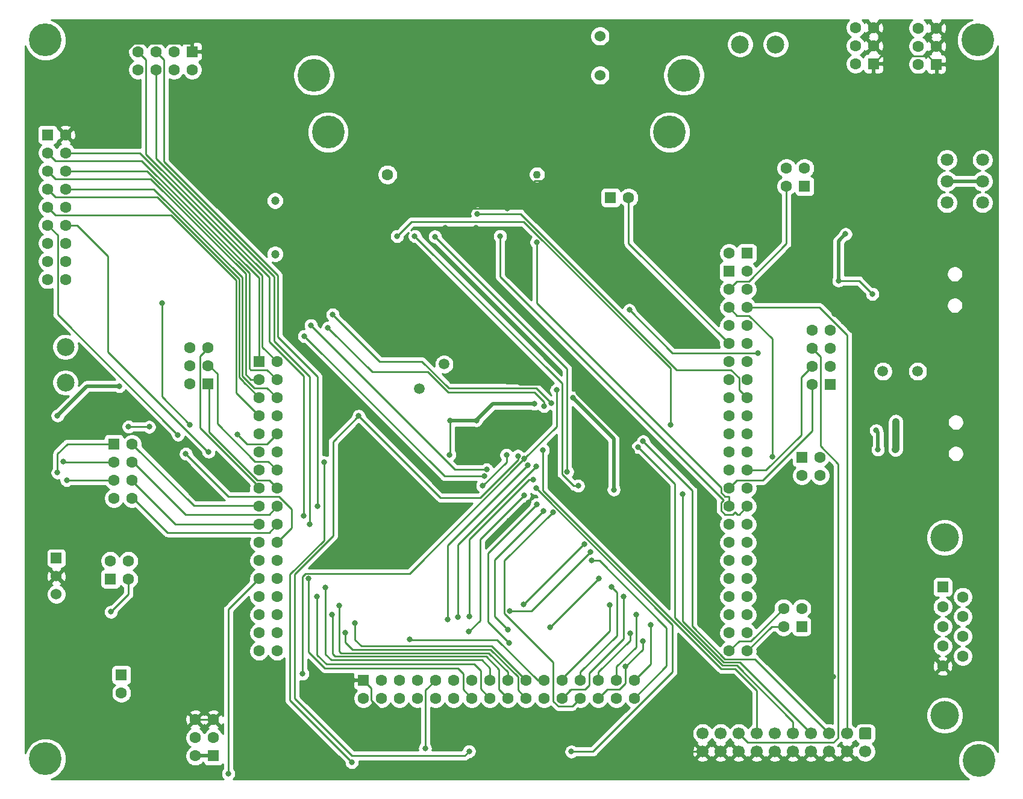
<source format=gbr>
%TF.GenerationSoftware,KiCad,Pcbnew,(5.1.10-1-10_14)*%
%TF.CreationDate,2021-07-27T16:47:55+08:00*%
%TF.ProjectId,mySTM32,6d795354-4d33-4322-9e6b-696361645f70,rev?*%
%TF.SameCoordinates,Original*%
%TF.FileFunction,Copper,L2,Bot*%
%TF.FilePolarity,Positive*%
%FSLAX46Y46*%
G04 Gerber Fmt 4.6, Leading zero omitted, Abs format (unit mm)*
G04 Created by KiCad (PCBNEW (5.1.10-1-10_14)) date 2021-07-27 16:47:55*
%MOMM*%
%LPD*%
G01*
G04 APERTURE LIST*
%TA.AperFunction,ComponentPad*%
%ADD10C,1.600000*%
%TD*%
%TA.AperFunction,ComponentPad*%
%ADD11R,1.600000X1.600000*%
%TD*%
%TA.AperFunction,ComponentPad*%
%ADD12C,1.200000*%
%TD*%
%TA.AperFunction,ComponentPad*%
%ADD13C,1.524000*%
%TD*%
%TA.AperFunction,ComponentPad*%
%ADD14C,4.600000*%
%TD*%
%TA.AperFunction,ComponentPad*%
%ADD15C,1.500000*%
%TD*%
%TA.AperFunction,ComponentPad*%
%ADD16C,1.100000*%
%TD*%
%TA.AperFunction,ComponentPad*%
%ADD17C,1.800000*%
%TD*%
%TA.AperFunction,ComponentPad*%
%ADD18C,1.700000*%
%TD*%
%TA.AperFunction,ComponentPad*%
%ADD19C,4.000000*%
%TD*%
%TA.AperFunction,ComponentPad*%
%ADD20C,2.500000*%
%TD*%
%TA.AperFunction,ComponentPad*%
%ADD21R,1.524000X1.524000*%
%TD*%
%TA.AperFunction,ViaPad*%
%ADD22C,0.800000*%
%TD*%
%TA.AperFunction,Conductor*%
%ADD23C,0.254000*%
%TD*%
%TA.AperFunction,Conductor*%
%ADD24C,0.508000*%
%TD*%
%TA.AperFunction,Conductor*%
%ADD25C,1.000000*%
%TD*%
%TA.AperFunction,Conductor*%
%ADD26C,0.100000*%
%TD*%
G04 APERTURE END LIST*
D10*
%TO.P,J19,34*%
%TO.N,/DB12*%
X66040000Y-119340000D03*
%TO.P,J19,33*%
%TO.N,/DB11*%
X63500000Y-119340000D03*
%TO.P,J19,32*%
%TO.N,/DB10*%
X66040000Y-116800000D03*
%TO.P,J19,31*%
%TO.N,/DB9*%
X63500000Y-116800000D03*
%TO.P,J19,30*%
%TO.N,/DB8*%
X66040000Y-114260000D03*
%TO.P,J19,29*%
%TO.N,/DB7*%
X63500000Y-114260000D03*
%TO.P,J19,28*%
%TO.N,/DB6*%
X66040000Y-111720000D03*
%TO.P,J19,27*%
%TO.N,/DB5*%
X63500000Y-111720000D03*
%TO.P,J19,26*%
%TO.N,/DB4*%
X66040000Y-109180000D03*
%TO.P,J19,25*%
%TO.N,/BOOT1*%
X63500000Y-109180000D03*
%TO.P,J19,24*%
%TO.N,/PB1*%
X66040000Y-106640000D03*
%TO.P,J19,23*%
%TO.N,/PB0*%
X63500000Y-106640000D03*
%TO.P,J19,22*%
%TO.N,/OV_PC5*%
X66040000Y-104100000D03*
%TO.P,J19,21*%
%TO.N,/OV_PC4*%
X63500000Y-104100000D03*
%TO.P,J19,20*%
%TO.N,/PA7*%
X66040000Y-101560000D03*
%TO.P,J19,19*%
%TO.N,/PA6*%
X63500000Y-101560000D03*
%TO.P,J19,18*%
%TO.N,/PA5*%
X66040000Y-99020000D03*
%TO.P,J19,17*%
%TO.N,/PA4*%
X63500000Y-99020000D03*
%TO.P,J19,16*%
%TO.N,/PA3*%
X66040000Y-96480000D03*
%TO.P,J19,15*%
%TO.N,/PA2*%
X63500000Y-96480000D03*
%TO.P,J19,14*%
%TO.N,/PA1*%
X66040000Y-93940000D03*
%TO.P,J19,13*%
%TO.N,/PA0*%
X63500000Y-93940000D03*
%TO.P,J19,12*%
%TO.N,/OV_PC3*%
X66040000Y-91400000D03*
%TO.P,J19,11*%
%TO.N,/OV_PC2*%
X63500000Y-91400000D03*
%TO.P,J19,10*%
%TO.N,/OV_PC1*%
X66040000Y-88860000D03*
%TO.P,J19,9*%
%TO.N,/OV_PC0*%
X63500000Y-88860000D03*
%TO.P,J19,8*%
%TO.N,/KEY1*%
X66040000Y-86320000D03*
%TO.P,J19,7*%
%TO.N,/OV_PE6*%
X63500000Y-86320000D03*
%TO.P,J19,6*%
%TO.N,/OV_PE5*%
X66040000Y-83780000D03*
%TO.P,J19,5*%
%TO.N,/OV_PE4*%
X63500000Y-83780000D03*
%TO.P,J19,4*%
%TO.N,/OV_PE3*%
X66040000Y-81240000D03*
%TO.P,J19,3*%
%TO.N,/NRF_CSN*%
X63500000Y-81240000D03*
%TO.P,J19,2*%
%TO.N,/NRF_CE*%
X66040000Y-78700000D03*
D11*
%TO.P,J19,1*%
%TO.N,/NRF_IRQ*%
X63500000Y-78700000D03*
%TD*%
D12*
%TO.P,BT1,*%
%TO.N,*%
X65760600Y-63564600D03*
X65760600Y-56064600D03*
%TD*%
D13*
%TO.P,Buzzer1,2*%
%TO.N,Net-(Buzzer1-Pad2)*%
X111434880Y-38452240D03*
%TO.P,Buzzer1,1*%
%TO.N,+3V3*%
X111434880Y-32952240D03*
%TD*%
D14*
%TO.P,REF\u002A\u002A,*%
%TO.N,*%
X71213420Y-38441460D03*
%TD*%
%TO.P,REF\u002A\u002A,*%
%TO.N,*%
X123213420Y-38441460D03*
%TD*%
%TO.P,REF\u002A\u002A,*%
%TO.N,*%
X121213420Y-46441460D03*
%TD*%
%TO.P,REF\u002A\u002A,*%
%TO.N,*%
X73213420Y-46441460D03*
%TD*%
D10*
%TO.P,D1,2*%
%TO.N,Net-(D1-Pad2)*%
X44165520Y-125232160D03*
D11*
%TO.P,D1,1*%
%TO.N,Net-(D1-Pad1)*%
X44165520Y-122692160D03*
%TD*%
D14*
%TO.P,REF\u002A\u002A,*%
%TO.N,*%
X33500000Y-134500000D03*
%TD*%
%TO.P,REF\u002A\u002A,*%
%TO.N,*%
X164655500Y-134747000D03*
%TD*%
%TO.P,REF\u002A\u002A,*%
%TO.N,*%
X33500000Y-33500000D03*
%TD*%
%TO.P,REF\u002A\u002A,*%
%TO.N,*%
X164500000Y-33500000D03*
%TD*%
D15*
%TO.P,Y3,1*%
%TO.N,Net-(C29-Pad2)*%
X86060000Y-82504000D03*
%TO.P,Y3,2*%
%TO.N,Net-(C30-Pad2)*%
X89510681Y-79053319D03*
%TD*%
%TO.P,Y1,2*%
%TO.N,Net-(C3-Pad2)*%
X151177600Y-80037940D03*
%TO.P,Y1,1*%
%TO.N,Net-(C4-Pad2)*%
X156057600Y-80037940D03*
%TD*%
D10*
%TO.P,U3,*%
%TO.N,*%
X81571660Y-52389700D03*
D16*
X102571660Y-52389700D03*
%TD*%
D17*
%TO.P,SW1,6*%
%TO.N,Net-(SW1-Pad6)*%
X160187000Y-50340000D03*
%TO.P,SW1,5*%
%TO.N,/5V*%
X160187000Y-53340000D03*
%TO.P,SW1,4*%
%TO.N,Net-(F1-Pad2)*%
X160187000Y-56340000D03*
%TO.P,SW1,3*%
X165187000Y-50340000D03*
%TO.P,SW1,2*%
%TO.N,/5V*%
X165187000Y-53340000D03*
%TO.P,SW1,1*%
%TO.N,Net-(SW1-Pad1)*%
X165187000Y-56340000D03*
%TD*%
D10*
%TO.P,J23,8*%
%TO.N,/NRF_IRQ*%
X46482000Y-37668200D03*
%TO.P,J23,7*%
%TO.N,/PA6*%
X46482000Y-35128200D03*
%TO.P,J23,6*%
%TO.N,/PA7*%
X49022000Y-37668200D03*
%TO.P,J23,5*%
%TO.N,/PA5*%
X49022000Y-35128200D03*
%TO.P,J23,4*%
%TO.N,/NRF_CSN*%
X51562000Y-37668200D03*
%TO.P,J23,3*%
%TO.N,/NRF_CE*%
X51562000Y-35128200D03*
%TO.P,J23,2*%
%TO.N,+3V3*%
X54102000Y-37668200D03*
D11*
%TO.P,J23,1*%
%TO.N,GND*%
X54102000Y-35128200D03*
%TD*%
D10*
%TO.P,J22,6*%
%TO.N,GND*%
X54546500Y-128993900D03*
%TO.P,J22,5*%
X57086500Y-128993900D03*
%TO.P,J22,4*%
%TO.N,Net-(J22-Pad4)*%
X54546500Y-131533900D03*
%TO.P,J22,3*%
%TO.N,Net-(J22-Pad3)*%
X57086500Y-131533900D03*
%TO.P,J22,2*%
%TO.N,+3V3*%
X54546500Y-134073900D03*
D11*
%TO.P,J22,1*%
X57086500Y-134073900D03*
%TD*%
D10*
%TO.P,J21,18*%
%TO.N,Net-(J21-Pad18)*%
X36322000Y-67119500D03*
%TO.P,J21,17*%
%TO.N,/OV_PC7*%
X33782000Y-67119500D03*
%TO.P,J21,16*%
%TO.N,/OV_PC6*%
X36322000Y-64579500D03*
%TO.P,J21,15*%
%TO.N,/OV_PC5*%
X33782000Y-64579500D03*
%TO.P,J21,14*%
%TO.N,/OV_PC4*%
X36322000Y-62039500D03*
%TO.P,J21,13*%
%TO.N,/OV_PC3*%
X33782000Y-62039500D03*
%TO.P,J21,12*%
%TO.N,/OV_PC2*%
X36322000Y-59499500D03*
%TO.P,J21,11*%
%TO.N,/OV_PC1*%
X33782000Y-59499500D03*
%TO.P,J21,10*%
%TO.N,/OV_PC0*%
X36322000Y-56959500D03*
%TO.P,J21,9*%
%TO.N,/OV_PE6*%
X33782000Y-56959500D03*
%TO.P,J21,8*%
%TO.N,/OV_PE5*%
X36322000Y-54419500D03*
%TO.P,J21,7*%
%TO.N,/OV_PE4*%
X33782000Y-54419500D03*
%TO.P,J21,6*%
%TO.N,/OV_PE3*%
X36322000Y-51879500D03*
%TO.P,J21,5*%
%TO.N,/NRF_CSN*%
X33782000Y-51879500D03*
%TO.P,J21,4*%
%TO.N,/NRF_CE*%
X36322000Y-49339500D03*
%TO.P,J21,3*%
%TO.N,/NRF_IRQ*%
X33782000Y-49339500D03*
%TO.P,J21,2*%
%TO.N,GND*%
X36322000Y-46799500D03*
D11*
%TO.P,J21,1*%
%TO.N,+3V3*%
X33782000Y-46799500D03*
%TD*%
D10*
%TO.P,J20,44*%
%TO.N,/PB10*%
X132080000Y-119340000D03*
%TO.P,J20,43*%
%TO.N,/PB11*%
X129540000Y-119340000D03*
%TO.P,J20,42*%
%TO.N,/PB12*%
X132080000Y-116800000D03*
%TO.P,J20,41*%
%TO.N,/PB13*%
X129540000Y-116800000D03*
%TO.P,J20,40*%
%TO.N,/PB14*%
X132080000Y-114260000D03*
%TO.P,J20,39*%
%TO.N,/PB15*%
X129540000Y-114260000D03*
%TO.P,J20,38*%
%TO.N,/DB13*%
X132080000Y-111720000D03*
%TO.P,J20,37*%
%TO.N,/DB14*%
X129540000Y-111720000D03*
%TO.P,J20,36*%
%TO.N,/DB15*%
X132080000Y-109180000D03*
%TO.P,J20,35*%
%TO.N,/FSMC_A16*%
X129540000Y-109180000D03*
%TO.P,J20,34*%
%TO.N,/LED2*%
X132080000Y-106640000D03*
%TO.P,J20,33*%
%TO.N,/PD13*%
X129540000Y-106640000D03*
%TO.P,J20,32*%
%TO.N,/DB0*%
X132080000Y-104100000D03*
%TO.P,J20,31*%
%TO.N,/DB1*%
X129540000Y-104100000D03*
%TO.P,J20,30*%
%TO.N,/OV_PC6*%
X132080000Y-101560000D03*
%TO.P,J20,29*%
%TO.N,/OV_PC7*%
X129540000Y-101560000D03*
%TO.P,J20,28*%
%TO.N,/PC8*%
X132080000Y-99020000D03*
%TO.P,J20,27*%
%TO.N,/PC9*%
X129540000Y-99020000D03*
%TO.P,J20,26*%
%TO.N,/BL_CTR*%
X132080000Y-96480000D03*
%TO.P,J20,25*%
%TO.N,/PA9*%
X129540000Y-96480000D03*
%TO.P,J20,24*%
%TO.N,/PA10*%
X132080000Y-93940000D03*
%TO.P,J20,23*%
%TO.N,/PA11*%
X129540000Y-93940000D03*
%TO.P,J20,22*%
%TO.N,/PA12*%
X132080000Y-91400000D03*
%TO.P,J20,21*%
%TO.N,/JTMS_SWDIO*%
X129540000Y-91400000D03*
%TO.P,J20,20*%
%TO.N,/JTCK_SWCLK*%
X132080000Y-88860000D03*
%TO.P,J20,19*%
%TO.N,/JTDI*%
X129540000Y-88860000D03*
%TO.P,J20,18*%
%TO.N,/PC10*%
X132080000Y-86320000D03*
%TO.P,J20,17*%
%TO.N,/PC11*%
X129540000Y-86320000D03*
%TO.P,J20,16*%
%TO.N,/PC12*%
X132080000Y-83780000D03*
%TO.P,J20,15*%
%TO.N,/DB2*%
X129540000Y-83780000D03*
%TO.P,J20,14*%
%TO.N,/DB3*%
X132080000Y-81240000D03*
%TO.P,J20,13*%
%TO.N,/PD2*%
X129540000Y-81240000D03*
%TO.P,J20,12*%
%TO.N,/KEY2*%
X132080000Y-78700000D03*
%TO.P,J20,11*%
%TO.N,/FSMC_NOE*%
X129540000Y-78700000D03*
%TO.P,J20,10*%
%TO.N,/FSMC_NWE*%
X132080000Y-76160000D03*
%TO.P,J20,9*%
%TO.N,/BEEP*%
X129540000Y-76160000D03*
%TO.P,J20,8*%
%TO.N,/FSMC_NE1*%
X132080000Y-73620000D03*
%TO.P,J20,7*%
%TO.N,/JTDO*%
X129540000Y-73620000D03*
%TO.P,J20,6*%
%TO.N,/NJTRST*%
X132080000Y-71080000D03*
%TO.P,J20,5*%
%TO.N,/LED1*%
X129540000Y-71080000D03*
%TO.P,J20,4*%
%TO.N,/I2C1_SCL*%
X132080000Y-68540000D03*
%TO.P,J20,3*%
%TO.N,/I2C1_SDA*%
X129540000Y-68540000D03*
%TO.P,J20,2*%
%TO.N,/CAN_RX*%
X132080000Y-66000000D03*
D11*
%TO.P,J20,1*%
%TO.N,/CAN_TX*%
X129540000Y-66000000D03*
%TD*%
D18*
%TO.P,J18,20*%
%TO.N,GND*%
X125857000Y-133477000D03*
%TO.P,J18,18*%
X128397000Y-133477000D03*
%TO.P,J18,16*%
X130937000Y-133477000D03*
%TO.P,J18,14*%
X133477000Y-133477000D03*
%TO.P,J18,12*%
X136017000Y-133477000D03*
%TO.P,J18,10*%
X138557000Y-133477000D03*
%TO.P,J18,8*%
X141097000Y-133477000D03*
%TO.P,J18,6*%
X143637000Y-133477000D03*
%TO.P,J18,4*%
X146177000Y-133477000D03*
%TO.P,J18,2*%
%TO.N,+3V3*%
X148717000Y-133477000D03*
%TO.P,J18,19*%
%TO.N,Net-(J18-Pad19)*%
X125857000Y-130937000D03*
%TO.P,J18,17*%
%TO.N,Net-(J18-Pad17)*%
X128397000Y-130937000D03*
%TO.P,J18,15*%
%TO.N,/RESET*%
X130937000Y-130937000D03*
%TO.P,J18,13*%
%TO.N,/JTDO*%
X133477000Y-130937000D03*
%TO.P,J18,11*%
%TO.N,Net-(J18-Pad11)*%
X136017000Y-130937000D03*
%TO.P,J18,9*%
%TO.N,/JTCK_SWCLK*%
X138557000Y-130937000D03*
%TO.P,J18,7*%
%TO.N,/JTMS_SWDIO*%
X141097000Y-130937000D03*
%TO.P,J18,5*%
%TO.N,/JTDI*%
X143637000Y-130937000D03*
%TO.P,J18,3*%
%TO.N,/NJTRST*%
X146177000Y-130937000D03*
%TO.P,J18,1*%
%TO.N,+3V3*%
%TA.AperFunction,ComponentPad*%
G36*
G01*
X148117000Y-130087000D02*
X149317000Y-130087000D01*
G75*
G02*
X149567000Y-130337000I0J-250000D01*
G01*
X149567000Y-131537000D01*
G75*
G02*
X149317000Y-131787000I-250000J0D01*
G01*
X148117000Y-131787000D01*
G75*
G02*
X147867000Y-131537000I0J250000D01*
G01*
X147867000Y-130337000D01*
G75*
G02*
X148117000Y-130087000I250000J0D01*
G01*
G37*
%TD.AperFunction*%
%TD*%
D10*
%TO.P,J17,4*%
%TO.N,Net-(D5-Pad1)*%
X142349220Y-94681040D03*
%TO.P,J17,3*%
%TO.N,/LED2*%
X139809220Y-94681040D03*
%TO.P,J17,2*%
%TO.N,Net-(D4-Pad1)*%
X142349220Y-92141040D03*
D11*
%TO.P,J17,1*%
%TO.N,/LED1*%
X139809220Y-92141040D03*
%TD*%
D10*
%TO.P,J16,2*%
%TO.N,/BEEP*%
X115448080Y-55628540D03*
D11*
%TO.P,J16,1*%
%TO.N,Net-(J16-Pad1)*%
X112908080Y-55628540D03*
%TD*%
D10*
%TO.P,J15,6*%
%TO.N,/5V*%
X156146500Y-31813500D03*
%TO.P,J15,5*%
%TO.N,GND*%
X158686500Y-31813500D03*
%TO.P,J15,4*%
%TO.N,/5V*%
X156146500Y-34353500D03*
%TO.P,J15,3*%
%TO.N,GND*%
X158686500Y-34353500D03*
%TO.P,J15,2*%
%TO.N,/5V*%
X156146500Y-36893500D03*
D11*
%TO.P,J15,1*%
%TO.N,GND*%
X158686500Y-36893500D03*
%TD*%
D10*
%TO.P,J14,4*%
%TO.N,/PB11*%
X137218420Y-113350040D03*
%TO.P,J14,3*%
%TO.N,Net-(J14-Pad3)*%
X139758420Y-113350040D03*
%TO.P,J14,2*%
%TO.N,/PB10*%
X137218420Y-115890040D03*
D11*
%TO.P,J14,1*%
%TO.N,Net-(J14-Pad1)*%
X139758420Y-115890040D03*
%TD*%
D10*
%TO.P,J13,6*%
%TO.N,+3V3*%
X147320000Y-31750000D03*
%TO.P,J13,5*%
%TO.N,GND*%
X149860000Y-31750000D03*
%TO.P,J13,4*%
%TO.N,+3V3*%
X147320000Y-34290000D03*
%TO.P,J13,3*%
%TO.N,GND*%
X149860000Y-34290000D03*
%TO.P,J13,2*%
%TO.N,+3V3*%
X147320000Y-36830000D03*
D11*
%TO.P,J13,1*%
%TO.N,GND*%
X149860000Y-36830000D03*
%TD*%
D10*
%TO.P,J12,32*%
%TO.N,/PD13*%
X116263420Y-125981460D03*
%TO.P,J12,31*%
%TO.N,/PB14*%
X116263420Y-123441460D03*
%TO.P,J12,30*%
%TO.N,Net-(J12-Pad30)*%
X113723420Y-125981460D03*
%TO.P,J12,29*%
%TO.N,/PB15*%
X113723420Y-123441460D03*
%TO.P,J12,28*%
%TO.N,/PB12*%
X111183420Y-125981460D03*
%TO.P,J12,27*%
%TO.N,/PB13*%
X111183420Y-123441460D03*
%TO.P,J12,26*%
%TO.N,/BL_CTR*%
X108643420Y-125981460D03*
%TO.P,J12,25*%
%TO.N,/DB15*%
X108643420Y-123441460D03*
%TO.P,J12,24*%
%TO.N,/DB14*%
X106103420Y-125981460D03*
%TO.P,J12,23*%
%TO.N,/DB13*%
X106103420Y-123441460D03*
%TO.P,J12,22*%
%TO.N,/DB12*%
X103563420Y-125981460D03*
%TO.P,J12,21*%
%TO.N,/DB11*%
X103563420Y-123441460D03*
%TO.P,J12,20*%
%TO.N,/DB10*%
X101023420Y-125981460D03*
%TO.P,J12,19*%
%TO.N,/DB9*%
X101023420Y-123441460D03*
%TO.P,J12,18*%
%TO.N,/DB8*%
X98483420Y-125981460D03*
%TO.P,J12,17*%
%TO.N,/DB7*%
X98483420Y-123441460D03*
%TO.P,J12,16*%
%TO.N,/DB6*%
X95943420Y-125981460D03*
%TO.P,J12,15*%
%TO.N,/DB5*%
X95943420Y-123441460D03*
%TO.P,J12,14*%
%TO.N,/DB4*%
X93403420Y-125981460D03*
%TO.P,J12,13*%
%TO.N,/DB3*%
X93403420Y-123441460D03*
%TO.P,J12,12*%
%TO.N,/DB2*%
X90863420Y-125981460D03*
%TO.P,J12,11*%
%TO.N,/DB1*%
X90863420Y-123441460D03*
%TO.P,J12,10*%
%TO.N,/DB0*%
X88323420Y-125981460D03*
%TO.P,J12,9*%
%TO.N,/RESET*%
X88323420Y-123441460D03*
%TO.P,J12,8*%
%TO.N,Net-(J12-Pad8)*%
X85783420Y-125981460D03*
%TO.P,J12,7*%
%TO.N,Net-(J12-Pad7)*%
X85783420Y-123441460D03*
%TO.P,J12,6*%
%TO.N,/FSMC_NOE*%
X83243420Y-125981460D03*
%TO.P,J12,5*%
%TO.N,/FSMC_NWE*%
X83243420Y-123441460D03*
%TO.P,J12,4*%
%TO.N,/FSMC_A16*%
X80703420Y-125981460D03*
%TO.P,J12,3*%
%TO.N,/FSMC_NE1*%
X80703420Y-123441460D03*
%TO.P,J12,2*%
%TO.N,+3V3*%
X78163420Y-125981460D03*
D11*
%TO.P,J12,1*%
%TO.N,GND*%
X78163420Y-123441460D03*
%TD*%
D19*
%TO.P,J10,0*%
%TO.N,N/C*%
X159875500Y-103403000D03*
X159875500Y-128403000D03*
D10*
%TO.P,J10,9*%
%TO.N,Net-(J10-Pad9)*%
X162415500Y-120058000D03*
%TO.P,J10,8*%
%TO.N,Net-(J10-Pad8)*%
X162415500Y-117288000D03*
%TO.P,J10,7*%
%TO.N,Net-(J10-Pad7)*%
X162415500Y-114518000D03*
%TO.P,J10,6*%
%TO.N,Net-(J10-Pad6)*%
X162415500Y-111748000D03*
%TO.P,J10,5*%
%TO.N,GND*%
X159575500Y-121443000D03*
%TO.P,J10,4*%
%TO.N,Net-(J10-Pad4)*%
X159575500Y-118673000D03*
%TO.P,J10,3*%
%TO.N,Net-(J10-Pad3)*%
X159575500Y-115903000D03*
%TO.P,J10,2*%
%TO.N,Net-(J10-Pad2)*%
X159575500Y-113133000D03*
D11*
%TO.P,J10,1*%
%TO.N,Net-(J10-Pad1)*%
X159575500Y-110363000D03*
%TD*%
D10*
%TO.P,J9,8*%
%TO.N,/BOOT0*%
X141277340Y-74295000D03*
%TO.P,J9,7*%
%TO.N,/BOOT0_CTR*%
X143817340Y-74295000D03*
%TO.P,J9,6*%
%TO.N,/RESET*%
X141277340Y-76835000D03*
%TO.P,J9,5*%
%TO.N,/CH340_DTR*%
X143817340Y-76835000D03*
%TO.P,J9,4*%
%TO.N,/PA10*%
X141277340Y-79375000D03*
%TO.P,J9,3*%
%TO.N,/CH340_TXD*%
X143817340Y-79375000D03*
%TO.P,J9,2*%
%TO.N,/PA9*%
X141277340Y-81915000D03*
D11*
%TO.P,J9,1*%
%TO.N,/CH340_RXD*%
X143817340Y-81915000D03*
%TD*%
D10*
%TO.P,J8,8*%
%TO.N,/PA7*%
X45656500Y-97876360D03*
%TO.P,J8,7*%
%TO.N,/FLASH_MOSI*%
X43116500Y-97876360D03*
%TO.P,J8,6*%
%TO.N,/PA6*%
X45656500Y-95336360D03*
%TO.P,J8,5*%
%TO.N,/FLASH_MISO*%
X43116500Y-95336360D03*
%TO.P,J8,4*%
%TO.N,/PA5*%
X45656500Y-92796360D03*
%TO.P,J8,3*%
%TO.N,/FLASH_CLK*%
X43116500Y-92796360D03*
%TO.P,J8,2*%
%TO.N,/PA4*%
X45656500Y-90256360D03*
D11*
%TO.P,J8,1*%
%TO.N,/FLASH_CS*%
X43116500Y-90256360D03*
%TD*%
D20*
%TO.P,J7,2*%
%TO.N,Net-(J7-Pad2)*%
X36301680Y-76630520D03*
%TO.P,J7,1*%
%TO.N,Net-(J7-Pad1)*%
X36301680Y-81630520D03*
%TD*%
%TO.P,J6,2*%
%TO.N,Net-(J6-Pad2)*%
X136114800Y-34112200D03*
%TO.P,J6,1*%
%TO.N,Net-(J6-Pad1)*%
X131114800Y-34112200D03*
%TD*%
D10*
%TO.P,J5,4*%
%TO.N,/PB1*%
X45166280Y-106677460D03*
%TO.P,J5,3*%
%TO.N,/IE*%
X45166280Y-109217460D03*
%TO.P,J5,2*%
%TO.N,/PB0*%
X42626280Y-106677460D03*
D11*
%TO.P,J5,1*%
%TO.N,/IR*%
X42626280Y-109217460D03*
%TD*%
D10*
%TO.P,J4,4*%
%TO.N,/I2C1_SCL*%
X137629900Y-51503580D03*
%TO.P,J4,3*%
%TO.N,Net-(J4-Pad3)*%
X140169900Y-51503580D03*
%TO.P,J4,2*%
%TO.N,/I2C1_SDA*%
X137629900Y-54043580D03*
D11*
%TO.P,J4,1*%
%TO.N,Net-(J4-Pad1)*%
X140169900Y-54043580D03*
%TD*%
D10*
%TO.P,J3,6*%
%TO.N,Net-(J3-Pad6)*%
X53771800Y-76695300D03*
%TO.P,J3,5*%
%TO.N,/PA2*%
X56311800Y-76695300D03*
%TO.P,J3,4*%
%TO.N,Net-(J3-Pad4)*%
X53771800Y-79235300D03*
%TO.P,J3,3*%
%TO.N,/PA1*%
X56311800Y-79235300D03*
%TO.P,J3,2*%
%TO.N,Net-(J3-Pad2)*%
X53771800Y-81775300D03*
D11*
%TO.P,J3,1*%
%TO.N,/PA3*%
X56311800Y-81775300D03*
%TD*%
D10*
%TO.P,J1,2*%
%TO.N,Net-(J1-Pad2)*%
X129542540Y-63460000D03*
D11*
%TO.P,J1,1*%
%TO.N,Net-(J1-Pad1)*%
X132082540Y-63460000D03*
%TD*%
D13*
%TO.P,D2,3*%
%TO.N,+3V3*%
X35018980Y-111363760D03*
%TO.P,D2,2*%
%TO.N,GND*%
X35018980Y-108823760D03*
D21*
%TO.P,D2,1*%
%TO.N,/IR*%
X35018980Y-106283760D03*
%TD*%
D22*
%TO.N,GND*%
X36334700Y-45046900D03*
X116205000Y-94919800D03*
X78460600Y-91859100D03*
X161417000Y-83159600D03*
X164312600Y-83108800D03*
X84531200Y-76352400D03*
X98391980Y-57144920D03*
X115732560Y-51386740D03*
X68371720Y-51658520D03*
X89179400Y-57277000D03*
X89649300Y-59872880D03*
X94034610Y-59866530D03*
X134985760Y-46222620D03*
X130472180Y-45514260D03*
X138325860Y-46271180D03*
X143540480Y-46794420D03*
X152717500Y-46845220D03*
X155989020Y-50284380D03*
X161150300Y-64104520D03*
X164162740Y-61948060D03*
X156210000Y-66614040D03*
X156174440Y-73040240D03*
X151518620Y-73334880D03*
X151744380Y-74683620D03*
X145978880Y-73238360D03*
X144378680Y-71970900D03*
X142359380Y-68816220D03*
X139908280Y-63527940D03*
X154058624Y-111930180D03*
X156362400Y-93853000D03*
X144192700Y-122986800D03*
X139547600Y-121386600D03*
X118567200Y-130530600D03*
X84759800Y-131699000D03*
X47091600Y-120142000D03*
X38912800Y-101828600D03*
X34137600Y-91922600D03*
X39420800Y-85064600D03*
X84505800Y-98450400D03*
X76682600Y-84937600D03*
X72923400Y-91659000D03*
X106857800Y-77876400D03*
X98958400Y-90728800D03*
X101930200Y-88595200D03*
X101346000Y-98450400D03*
X98666300Y-101028500D03*
X104460610Y-81788000D03*
X100152200Y-81661000D03*
X94005400Y-77368400D03*
%TO.N,+3V3*%
X149687280Y-69169280D03*
X144947640Y-67304920D03*
X153055320Y-87076280D03*
X152928320Y-91018360D03*
X90366385Y-86989115D03*
X90284300Y-91771390D03*
X35191700Y-86271100D03*
X43891500Y-82131200D03*
X94043350Y-86944350D03*
X145935678Y-60759340D03*
X113360200Y-96672400D03*
X94913733Y-96132933D03*
X98272600Y-91795600D03*
X107594400Y-83743800D03*
X102209602Y-84607400D03*
%TO.N,/RESET*%
X92989400Y-116636800D03*
X86842600Y-133045200D03*
X100736400Y-97510600D03*
%TO.N,Net-(D4-Pad2)*%
X150477220Y-91038680D03*
X150233380Y-88348820D03*
%TO.N,/IE*%
X42697400Y-113842800D03*
%TO.N,/PA7*%
X70652000Y-101560000D03*
%TO.N,/PA6*%
X69748400Y-100330000D03*
%TO.N,/FLASH_MISO*%
X36466780Y-95336360D03*
%TO.N,/PA5*%
X71706100Y-99020000D03*
%TO.N,/FLASH_CLK*%
X35997874Y-92754726D03*
%TO.N,/FLASH_CS*%
X35184080Y-94279720D03*
%TO.N,/BOOT0*%
X69608700Y-122542300D03*
X133629400Y-77470000D03*
X115544600Y-71424800D03*
X105308400Y-82677000D03*
X100801182Y-92339421D03*
%TO.N,/PD13*%
X110234102Y-106640000D03*
%TO.N,/PB14*%
X118553101Y-115672999D03*
%TO.N,/PB15*%
X116482500Y-114260000D03*
%TO.N,/PB12*%
X114985800Y-121551700D03*
X117429399Y-117927001D03*
%TO.N,/PB13*%
X115633500Y-116878100D03*
%TO.N,/BL_CTR*%
X104791710Y-99856090D03*
%TO.N,/DB15*%
X113009799Y-110307001D03*
%TO.N,/DB14*%
X114704500Y-111720000D03*
%TO.N,/DB13*%
X112793899Y-112847001D03*
%TO.N,/DB11*%
X84642407Y-117719391D03*
%TO.N,/DB10*%
X75605000Y-116800000D03*
%TO.N,/DB9*%
X77018001Y-115387001D03*
%TO.N,/DB8*%
X73801600Y-114260000D03*
%TO.N,/DB7*%
X74752198Y-112979200D03*
%TO.N,/DB6*%
X71664198Y-111720000D03*
%TO.N,/DB5*%
X72847200Y-110439200D03*
%TO.N,/DB4*%
X70419600Y-109180000D03*
%TO.N,/DB3*%
X98637090Y-118207790D03*
X102533501Y-98748901D03*
%TO.N,/DB2*%
X98475800Y-116382800D03*
X103505000Y-99644200D03*
%TO.N,/DB1*%
X100660200Y-112788700D03*
X109249410Y-104313790D03*
%TO.N,/DB0*%
X98732982Y-113713169D03*
X110058200Y-105448100D03*
%TO.N,/FSMC_NOE*%
X93065600Y-114528600D03*
X102044272Y-95253175D03*
%TO.N,/FSMC_NWE*%
X91440000Y-114579400D03*
X102489000Y-93370400D03*
%TO.N,/FSMC_A16*%
X104419400Y-116039900D03*
X111275502Y-109180000D03*
%TO.N,/FSMC_NE1*%
X89992200Y-114909600D03*
X101293451Y-93209878D03*
%TO.N,/LED1*%
X135610600Y-92024200D03*
%TO.N,/JTDO*%
X103403400Y-91109800D03*
%TO.N,/JTCK_SWCLK*%
X116776500Y-90716100D03*
%TO.N,/JTMS_SWDIO*%
X123075700Y-97294700D03*
%TO.N,/JTDI*%
X117475000Y-89890600D03*
%TO.N,/BOOT1*%
X59182000Y-136575800D03*
%TO.N,/OV_PC5*%
X53225700Y-91643200D03*
%TO.N,/PA0*%
X72629901Y-92812999D03*
X76542900Y-134975600D03*
%TO.N,/OV_PC3*%
X45173900Y-87820500D03*
X48069500Y-87845900D03*
%TO.N,/OV_PC2*%
X56413400Y-91351100D03*
%TO.N,/OV_PC1*%
X52120800Y-88976200D03*
X60464700Y-88912700D03*
%TO.N,/OV_PC0*%
X53809900Y-87566500D03*
X49860198Y-70497700D03*
%TO.N,/KEY1*%
X93027500Y-133438900D03*
X77510000Y-86320000D03*
X99885327Y-91937882D03*
%TO.N,/NRF_CE*%
X103555800Y-84937600D03*
X73202800Y-73914000D03*
%TO.N,/NRF_IRQ*%
X104597200Y-84556600D03*
X73863200Y-72085200D03*
%TO.N,/OV_PC6*%
X95173800Y-94792800D03*
X69875400Y-75107800D03*
%TO.N,/OV_PC7*%
X95485012Y-93842448D03*
X70789800Y-73583800D03*
%TO.N,/PC8*%
X97396300Y-61048900D03*
%TO.N,/PC9*%
X102514400Y-61909390D03*
%TO.N,/PC10*%
X82905600Y-61048900D03*
X121341874Y-87598526D03*
%TO.N,/PC11*%
X85394800Y-61061600D03*
X108350680Y-96133280D03*
%TO.N,/PC12*%
X94195900Y-57899300D03*
%TO.N,/PD2*%
X88226900Y-61112400D03*
X106807000Y-94157800D03*
%TO.N,/KEY2*%
X107403900Y-133477000D03*
X102422884Y-96459116D03*
%TD*%
D23*
%TO.N,GND*%
X164261800Y-83159600D02*
X164312600Y-83108800D01*
X161417000Y-83159600D02*
X164261800Y-83159600D01*
X113852599Y-53266701D02*
X115732560Y-51386740D01*
X102270199Y-53266701D02*
X113852599Y-53266701D01*
X98391980Y-57144920D02*
X102270199Y-53266701D01*
X73858120Y-57144920D02*
X68371720Y-51658520D01*
X68333620Y-51620420D02*
X68371720Y-51658520D01*
X68333620Y-43500040D02*
X68333620Y-51620420D01*
X59961780Y-35128200D02*
X68333620Y-43500040D01*
X54102000Y-35128200D02*
X59961780Y-35128200D01*
X36334700Y-43607538D02*
X36334700Y-45046900D01*
X45941039Y-34001199D02*
X36334700Y-43607538D01*
X54028999Y-34001199D02*
X45941039Y-34001199D01*
X54102000Y-34074200D02*
X54028999Y-34001199D01*
X54102000Y-35128200D02*
X54102000Y-34074200D01*
X89179400Y-57277000D02*
X89179400Y-57358280D01*
X94028260Y-59872880D02*
X94034610Y-59866530D01*
X89649300Y-59872880D02*
X94028260Y-59872880D01*
X130489960Y-45532040D02*
X130472180Y-45514260D01*
X134295180Y-45532040D02*
X130489960Y-45532040D01*
X134985760Y-46222620D02*
X134295180Y-45532040D01*
X150923501Y-35766499D02*
X149860000Y-36830000D01*
X157559499Y-35766499D02*
X150923501Y-35766499D01*
X158686500Y-36893500D02*
X157559499Y-35766499D01*
X143017240Y-46271180D02*
X143540480Y-46794420D01*
X138325860Y-46271180D02*
X143017240Y-46271180D01*
X152666700Y-46794420D02*
X152717500Y-46845220D01*
X143540480Y-46794420D02*
X152666700Y-46794420D01*
X152717500Y-47012860D02*
X152717500Y-46845220D01*
X155989020Y-50284380D02*
X152717500Y-47012860D01*
X163306760Y-61948060D02*
X164162740Y-61948060D01*
X161150300Y-64104520D02*
X163306760Y-61948060D01*
X156210000Y-73004680D02*
X156174440Y-73040240D01*
X156210000Y-66614040D02*
X156210000Y-73004680D01*
X151813260Y-73040240D02*
X151518620Y-73334880D01*
X156174440Y-73040240D02*
X151813260Y-73040240D01*
X146075400Y-73334880D02*
X145978880Y-73238360D01*
X151518620Y-73334880D02*
X146075400Y-73334880D01*
X145511520Y-73238360D02*
X145978880Y-73238360D01*
X144378680Y-72105520D02*
X145511520Y-73238360D01*
X144378680Y-71970900D02*
X144378680Y-72105520D01*
X139908280Y-66365120D02*
X139908280Y-63527940D01*
X142359380Y-68816220D02*
X139908280Y-66365120D01*
X154058624Y-111930180D02*
X153967180Y-111930180D01*
X156362400Y-109534960D02*
X156362400Y-93853000D01*
X153967180Y-111930180D02*
X156362400Y-109534960D01*
X144192700Y-122986800D02*
X141147800Y-122986800D01*
X141147800Y-122986800D02*
X139547600Y-121386600D01*
X121513600Y-133477000D02*
X125857000Y-133477000D01*
X118567200Y-130530600D02*
X121513600Y-133477000D01*
X79290421Y-126229621D02*
X84759800Y-131699000D01*
X79290421Y-124568461D02*
X79290421Y-126229621D01*
X78163420Y-123441460D02*
X79290421Y-124568461D01*
X54546500Y-128993900D02*
X57086500Y-128993900D01*
X47091600Y-121539000D02*
X54546500Y-128993900D01*
X47091600Y-120142000D02*
X47091600Y-121539000D01*
X38912800Y-104929940D02*
X38912800Y-101828600D01*
X35018980Y-108823760D02*
X38912800Y-104929940D01*
X34137600Y-90347800D02*
X39420800Y-85064600D01*
X34137600Y-91922600D02*
X34137600Y-90347800D01*
X78607920Y-70429120D02*
X78607920Y-57144920D01*
X84531200Y-76352400D02*
X78607920Y-70429120D01*
X78607920Y-57144920D02*
X73858120Y-57144920D01*
X98391980Y-57144920D02*
X78607920Y-57144920D01*
X78460600Y-92405200D02*
X78460600Y-91859100D01*
X84505800Y-98450400D02*
X78460600Y-92405200D01*
X72923400Y-88696800D02*
X72923400Y-91659000D01*
X76682600Y-84937600D02*
X72923400Y-88696800D01*
X108051600Y-79070200D02*
X106857800Y-77876400D01*
X108051600Y-83067162D02*
X108051600Y-79070200D01*
X116205000Y-91220562D02*
X108051600Y-83067162D01*
X116205000Y-94919800D02*
X116205000Y-91220562D01*
X106857800Y-77876400D02*
X106857800Y-77876400D01*
X99796600Y-90728800D02*
X101930200Y-88595200D01*
X98958400Y-90728800D02*
X99796600Y-90728800D01*
X98767900Y-101028500D02*
X98666300Y-101028500D01*
X101346000Y-98450400D02*
X98767900Y-101028500D01*
D24*
X104460610Y-81788000D02*
X100279200Y-81788000D01*
X100279200Y-81788000D02*
X100152200Y-81661000D01*
X92989400Y-76352400D02*
X94005400Y-77368400D01*
X84531200Y-76352400D02*
X92989400Y-76352400D01*
X100152200Y-81661000D02*
X98298000Y-81661000D01*
X98298000Y-81661000D02*
X94005400Y-77368400D01*
D23*
%TO.N,+3V3*%
X149687280Y-69169280D02*
X147822920Y-67304920D01*
X147822920Y-67304920D02*
X144947640Y-67304920D01*
D25*
X152989280Y-90957400D02*
X152928320Y-91018360D01*
X152989280Y-87142602D02*
X152989280Y-90957400D01*
X153003391Y-87128491D02*
X152989280Y-87142602D01*
D23*
X90366385Y-91689305D02*
X90284300Y-91771390D01*
X90366385Y-86989115D02*
X90366385Y-91689305D01*
D24*
X54546500Y-134073900D02*
X57086500Y-134073900D01*
X39331600Y-82131200D02*
X43891500Y-82131200D01*
X35191700Y-86271100D02*
X39331600Y-82131200D01*
X93998585Y-86989115D02*
X94043350Y-86944350D01*
X90366385Y-86989115D02*
X93998585Y-86989115D01*
X144947640Y-67304920D02*
X144947640Y-61747378D01*
X144947640Y-61747378D02*
X145935678Y-60759340D01*
D23*
X98272600Y-92774066D02*
X98272600Y-91795600D01*
X94913733Y-96132933D02*
X98272600Y-92774066D01*
D24*
X107594400Y-83769200D02*
X107594400Y-83743800D01*
X113360200Y-89535000D02*
X107594400Y-83769200D01*
X113360200Y-96672400D02*
X113360200Y-89535000D01*
X96342200Y-84607400D02*
X102209602Y-84607400D01*
X94043350Y-86906250D02*
X96342200Y-84607400D01*
X94043350Y-86944350D02*
X94043350Y-86906250D01*
D23*
%TO.N,/RESET*%
X132219700Y-132219700D02*
X130937000Y-130937000D01*
X144843500Y-131531460D02*
X144843500Y-131584700D01*
X144919700Y-131455260D02*
X144843500Y-131531460D01*
X144919700Y-93043558D02*
X144919700Y-131455260D01*
X144208500Y-132219700D02*
X132219700Y-132219700D01*
X142404341Y-90528199D02*
X144919700Y-93043558D01*
X142404341Y-77962001D02*
X142404341Y-90528199D01*
X144843500Y-131584700D02*
X144208500Y-132219700D01*
X141277340Y-76835000D02*
X142404341Y-77962001D01*
X88323420Y-123441460D02*
X86910421Y-124854459D01*
X86910421Y-132977379D02*
X86842600Y-133045200D01*
X86910421Y-124854459D02*
X86910421Y-132977379D01*
X92989400Y-116636800D02*
X94564200Y-115062000D01*
X94564200Y-115062000D02*
X94564200Y-103682800D01*
X94564200Y-103682800D02*
X100736400Y-97510600D01*
D24*
%TO.N,Net-(D4-Pad2)*%
X150477220Y-88592660D02*
X150233380Y-88348820D01*
X150477220Y-91038680D02*
X150477220Y-88592660D01*
D23*
%TO.N,/PA2*%
X63500000Y-96304100D02*
X63500000Y-96480000D01*
X55184799Y-87988899D02*
X63500000Y-96304100D01*
X55184799Y-77951841D02*
X55184799Y-87988899D01*
X56311800Y-76824840D02*
X55184799Y-77951841D01*
X56311800Y-76695300D02*
X56311800Y-76824840D01*
%TO.N,/PA1*%
X64787140Y-92687140D02*
X66040000Y-93940000D01*
X62956440Y-92687140D02*
X64787140Y-92687140D01*
X57632600Y-87363300D02*
X62956440Y-92687140D01*
X57632600Y-80401160D02*
X57632600Y-87363300D01*
X56311800Y-79080360D02*
X57632600Y-80401160D01*
X56311800Y-79235300D02*
X56311800Y-79080360D01*
%TO.N,/PA3*%
X64912999Y-95352999D02*
X66040000Y-96480000D01*
X63221999Y-95352999D02*
X64912999Y-95352999D01*
X56479440Y-88610440D02*
X63221999Y-95352999D01*
X56479440Y-81775300D02*
X56479440Y-88610440D01*
X56311800Y-81775300D02*
X56479440Y-81775300D01*
%TO.N,/I2C1_SDA*%
X130667001Y-67412999D02*
X129540000Y-68540000D01*
X132334963Y-67412999D02*
X130667001Y-67412999D01*
X137629900Y-62118062D02*
X132334963Y-67412999D01*
X137629900Y-54043580D02*
X137629900Y-62118062D01*
%TO.N,/IE*%
X45166280Y-109217460D02*
X45166280Y-111373920D01*
X45166280Y-111373920D02*
X42697400Y-113842800D01*
%TO.N,/PA7*%
X45656500Y-97876360D02*
X45816520Y-97876360D01*
X64912999Y-102687001D02*
X66040000Y-101560000D01*
X50627161Y-102687001D02*
X64912999Y-102687001D01*
X45816520Y-97876360D02*
X50627161Y-102687001D01*
X65659000Y-73000000D02*
X65659000Y-72936100D01*
X49022000Y-50114200D02*
X65659000Y-66751200D01*
X49022000Y-37668200D02*
X49022000Y-50114200D01*
X65659000Y-66751200D02*
X65659000Y-75831700D01*
X65659000Y-75831700D02*
X70652000Y-80824700D01*
X70652000Y-80824700D02*
X70652000Y-101560000D01*
%TO.N,/PA6*%
X45656500Y-95336360D02*
X45656500Y-95430340D01*
X51786160Y-101560000D02*
X63500000Y-101560000D01*
X45656500Y-95430340D02*
X51786160Y-101560000D01*
X69748400Y-80695800D02*
X69748400Y-100330000D01*
X64935100Y-75882500D02*
X69748400Y-80695800D01*
X64935100Y-66858434D02*
X64935100Y-75882500D01*
X47609001Y-49532335D02*
X64935100Y-66858434D01*
X47609001Y-36255201D02*
X47609001Y-49532335D01*
X46482000Y-35128200D02*
X47609001Y-36255201D01*
%TO.N,/FLASH_MISO*%
X43116500Y-95336360D02*
X36466780Y-95336360D01*
%TO.N,/PA5*%
X45656500Y-92796360D02*
X45847000Y-92796360D01*
X64912999Y-100147001D02*
X66040000Y-99020000D01*
X53197641Y-100147001D02*
X64912999Y-100147001D01*
X45847000Y-92796360D02*
X53197641Y-100147001D01*
X66113010Y-75168110D02*
X71706100Y-80761200D01*
X66113010Y-66563143D02*
X66113010Y-75168110D01*
X50149001Y-36255201D02*
X50149001Y-50599135D01*
X49022000Y-35128200D02*
X50149001Y-36255201D01*
X50149001Y-50599135D02*
X66113010Y-66563143D01*
X71706100Y-80761200D02*
X71706100Y-99020000D01*
%TO.N,/FLASH_CLK*%
X36039508Y-92796360D02*
X35997874Y-92754726D01*
X43116500Y-92796360D02*
X36039508Y-92796360D01*
%TO.N,/PA4*%
X63400300Y-98920300D02*
X63500000Y-99020000D01*
X54350920Y-98920300D02*
X63400300Y-98920300D01*
X45686980Y-90256360D02*
X54350920Y-98920300D01*
X45656500Y-90256360D02*
X45686980Y-90256360D01*
%TO.N,/FLASH_CS*%
X35184080Y-91625420D02*
X35184080Y-94279720D01*
X36553140Y-90256360D02*
X35184080Y-91625420D01*
X43116500Y-90256360D02*
X36553140Y-90256360D01*
%TO.N,/BOOT0*%
X133629400Y-77470000D02*
X121666000Y-77470000D01*
X121589800Y-77470000D02*
X121666000Y-77470000D01*
X115544600Y-71424800D02*
X121589800Y-77470000D01*
X70070639Y-108452999D02*
X84687604Y-108452999D01*
X105308400Y-82677000D02*
X105324201Y-82692801D01*
X105324201Y-87816402D02*
X100801182Y-92339421D01*
X69608700Y-108914938D02*
X70070639Y-108452999D01*
X105324201Y-82692801D02*
X105324201Y-87816402D01*
X69608700Y-122542300D02*
X69608700Y-108914938D01*
X84687604Y-108452999D02*
X100801182Y-92339421D01*
X100801182Y-92619818D02*
X100801182Y-92339421D01*
%TO.N,/PA10*%
X134761600Y-93940000D02*
X132080000Y-93940000D01*
X139740640Y-88960960D02*
X134761600Y-93940000D01*
X139740640Y-80911700D02*
X139740640Y-88960960D01*
X141277340Y-79375000D02*
X139740640Y-80911700D01*
%TO.N,/PA9*%
X134313801Y-95352999D02*
X130667001Y-95352999D01*
X141277340Y-88389460D02*
X134313801Y-95352999D01*
X130667001Y-95352999D02*
X129540000Y-96480000D01*
X141277340Y-81915000D02*
X141277340Y-88389460D01*
%TO.N,/PD13*%
X120777000Y-116071115D02*
X111345885Y-106640000D01*
X120777000Y-121467880D02*
X120777000Y-116071115D01*
X116263420Y-125981460D02*
X120777000Y-121467880D01*
X111345885Y-106640000D02*
X110234102Y-106640000D01*
%TO.N,/PB14*%
X116263420Y-123441460D02*
X118553101Y-121151779D01*
X118553101Y-121151779D02*
X118553101Y-115672999D01*
%TO.N,/PB15*%
X116482500Y-118772300D02*
X116482500Y-114260000D01*
X113723420Y-121531380D02*
X116482500Y-118772300D01*
X113723420Y-123441460D02*
X113723420Y-121531380D01*
%TO.N,/PB12*%
X114113762Y-124719080D02*
X114985800Y-123847042D01*
X114985800Y-123847042D02*
X114985800Y-121551700D01*
X111183420Y-125981460D02*
X112445800Y-124719080D01*
X112445800Y-124719080D02*
X114113762Y-124719080D01*
X114985800Y-121551700D02*
X117429399Y-119108101D01*
X117429399Y-119108101D02*
X117429399Y-117927001D01*
%TO.N,/PB13*%
X111183420Y-123441460D02*
X111183420Y-122310090D01*
X111183420Y-122310090D02*
X115633500Y-117860010D01*
X115633500Y-117860010D02*
X115633500Y-116878100D01*
%TO.N,/BL_CTR*%
X107516419Y-127108461D02*
X105562459Y-127108461D01*
X105562459Y-127108461D02*
X104838500Y-126384502D01*
X98005980Y-106641820D02*
X104791710Y-99856090D01*
X98005980Y-114062131D02*
X98005980Y-106641820D01*
X108643420Y-125981460D02*
X107516419Y-127108461D01*
X104838500Y-120894651D02*
X98005980Y-114062131D01*
X104838500Y-126384502D02*
X104838500Y-120894651D01*
%TO.N,/DB15*%
X113793100Y-111090302D02*
X113009799Y-110307001D01*
X108643420Y-122310090D02*
X113793100Y-117160410D01*
X108643420Y-123441460D02*
X108643420Y-122310090D01*
X113793100Y-117160410D02*
X113793100Y-111090302D01*
%TO.N,/DB14*%
X106103420Y-125981460D02*
X107230421Y-124854459D01*
X106103420Y-125981460D02*
X107370880Y-124714000D01*
X109880400Y-122485866D02*
X114704500Y-117661766D01*
X107370880Y-124714000D02*
X109324840Y-124714000D01*
X109324840Y-124714000D02*
X109880400Y-124158440D01*
X109880400Y-124158440D02*
X109880400Y-122485866D01*
X114704500Y-117661766D02*
X114704500Y-111720000D01*
%TO.N,/DB13*%
X112793899Y-116530001D02*
X112793899Y-112847001D01*
X106103420Y-123220480D02*
X112793899Y-116530001D01*
X106103420Y-123441460D02*
X106103420Y-123220480D01*
%TO.N,/DB12*%
X103563420Y-125981460D02*
X103563420Y-125874780D01*
%TO.N,/DB11*%
X96989900Y-117754400D02*
X84677416Y-117754400D01*
X102676960Y-123441460D02*
X96989900Y-117754400D01*
X103563420Y-123441460D02*
X102676960Y-123441460D01*
%TO.N,/DB10*%
X99896419Y-124854459D02*
X101023420Y-125981460D01*
X99896419Y-122985019D02*
X99896419Y-124854459D01*
X76631800Y-119151400D02*
X96062800Y-119151400D01*
X96062800Y-119151400D02*
X99896419Y-122985019D01*
X75605000Y-118124600D02*
X76631800Y-119151400D01*
X75605000Y-116800000D02*
X75605000Y-118124600D01*
%TO.N,/DB9*%
X77018001Y-117759601D02*
X77018001Y-115387001D01*
X77901800Y-118643400D02*
X77018001Y-117759601D01*
X96225360Y-118643400D02*
X77901800Y-118643400D01*
X101023420Y-123441460D02*
X96225360Y-118643400D01*
%TO.N,/DB8*%
X73812400Y-114270800D02*
X73801600Y-114260000D01*
X73812400Y-119710200D02*
X73812400Y-114270800D01*
X74193400Y-120091200D02*
X73812400Y-119710200D01*
X97231200Y-121906439D02*
X95415961Y-120091200D01*
X97231200Y-124729240D02*
X97231200Y-121906439D01*
X98483420Y-125981460D02*
X97231200Y-124729240D01*
X95415961Y-120091200D02*
X74193400Y-120091200D01*
%TO.N,/DB7*%
X74752198Y-119379998D02*
X74752198Y-112979200D01*
X98483420Y-122310090D02*
X95810519Y-119637189D01*
X98483420Y-123441460D02*
X98483420Y-122310090D01*
X95810519Y-119637189D02*
X75009389Y-119637189D01*
X75009389Y-119637189D02*
X74752198Y-119379998D01*
%TO.N,/DB6*%
X72974200Y-121183400D02*
X71664198Y-119873398D01*
X71664198Y-119873398D02*
X71664198Y-111720000D01*
X93700600Y-121183400D02*
X72974200Y-121183400D01*
X94640400Y-122123200D02*
X93700600Y-121183400D01*
X94640400Y-124678440D02*
X94640400Y-122123200D01*
X95943420Y-125981460D02*
X94640400Y-124678440D01*
%TO.N,/DB5*%
X95943420Y-123441460D02*
X95943420Y-123527820D01*
X73026399Y-110618399D02*
X72847200Y-110439200D01*
X73634600Y-120624600D02*
X72847200Y-119837200D01*
X72847200Y-119837200D02*
X72847200Y-110439200D01*
X94818200Y-120624600D02*
X73634600Y-120624600D01*
X95943420Y-121749820D02*
X94818200Y-120624600D01*
X95943420Y-123441460D02*
X95943420Y-121749820D01*
%TO.N,/DB4*%
X70419600Y-119467000D02*
X70419600Y-109180000D01*
X72745600Y-121793000D02*
X70419600Y-119467000D01*
X91414600Y-121793000D02*
X72745600Y-121793000D01*
X92176600Y-122555000D02*
X91414600Y-121793000D01*
X92176600Y-124754640D02*
X92176600Y-122555000D01*
X93403420Y-125981460D02*
X92176600Y-124754640D01*
%TO.N,/DB3*%
X93403420Y-123441460D02*
X93728540Y-123441460D01*
X102533501Y-98748901D02*
X95656400Y-105626002D01*
X95656400Y-105626002D02*
X95656400Y-115227100D01*
X98637090Y-118207790D02*
X95656400Y-115227100D01*
%TO.N,/DB2*%
X96621600Y-114528600D02*
X96621600Y-106527600D01*
X96621600Y-106527600D02*
X103505000Y-99644200D01*
X98475800Y-116382800D02*
X96621600Y-114528600D01*
%TO.N,/DB1*%
X109135110Y-104313790D02*
X109249410Y-104313790D01*
X100660200Y-112788700D02*
X109135110Y-104313790D01*
%TO.N,/DB0*%
X98732982Y-113713169D02*
X101793131Y-113713169D01*
X101793131Y-113713169D02*
X110058200Y-105448100D01*
%TO.N,/FSMC_NOE*%
X93065600Y-103666162D02*
X101478587Y-95253175D01*
X101478587Y-95253175D02*
X102044272Y-95253175D01*
X93065600Y-114528600D02*
X93065600Y-103666162D01*
%TO.N,/FSMC_NWE*%
X91440000Y-114579400D02*
X91440000Y-104419400D01*
X91440000Y-104419400D02*
X102489000Y-93370400D01*
%TO.N,/FSMC_A16*%
X111275502Y-109183798D02*
X111275502Y-109180000D01*
X104419400Y-116039900D02*
X111275502Y-109183798D01*
%TO.N,/FSMC_NE1*%
X89992200Y-114909600D02*
X89992200Y-104511129D01*
X89992200Y-104511129D02*
X101293451Y-93209878D01*
%TO.N,/PB11*%
X132641459Y-117927001D02*
X130952999Y-117927001D01*
X130952999Y-117927001D02*
X129540000Y-119340000D01*
X137218420Y-113350040D02*
X132641459Y-117927001D01*
%TO.N,/PB10*%
X135529960Y-115890040D02*
X132080000Y-119340000D01*
X137218420Y-115890040D02*
X135529960Y-115890040D01*
%TO.N,/BEEP*%
X129540000Y-76160000D02*
X129540000Y-76159360D01*
X115448080Y-62067440D02*
X115448080Y-55628540D01*
X129540000Y-76159360D02*
X115448080Y-62067440D01*
%TO.N,/LED1*%
X130667001Y-72207001D02*
X132334963Y-72207001D01*
X129540000Y-71080000D02*
X130667001Y-72207001D01*
X132334963Y-72207001D02*
X135610600Y-75482638D01*
X135610600Y-75482638D02*
X135610600Y-92024200D01*
%TO.N,/JTDO*%
X130439632Y-121829032D02*
X128434867Y-121829031D01*
X103403400Y-96797564D02*
X103403400Y-91109800D01*
X128434867Y-121829031D02*
X103403400Y-96797564D01*
X133477000Y-130937000D02*
X133477000Y-124866400D01*
X133477000Y-124866400D02*
X130439632Y-121829032D01*
%TO.N,/JTCK_SWCLK*%
X116801900Y-90716100D02*
X116776500Y-90716100D01*
X121920000Y-95834200D02*
X116801900Y-90716100D01*
X121920000Y-114672096D02*
X121920000Y-95834200D01*
X128622925Y-121375021D02*
X121920000Y-114672096D01*
X130627689Y-121375021D02*
X128622925Y-121375021D01*
X138557000Y-129304332D02*
X130627689Y-121375021D01*
X138557000Y-130937000D02*
X138557000Y-129304332D01*
%TO.N,/JTMS_SWDIO*%
X131081011Y-120921011D02*
X141097000Y-130937000D01*
X128810982Y-120921011D02*
X131081011Y-120921011D01*
X123075700Y-115185729D02*
X128810982Y-120921011D01*
X123075700Y-97294700D02*
X123075700Y-115185729D01*
%TO.N,/JTDI*%
X128999039Y-120467000D02*
X128413000Y-119880961D01*
X133167001Y-120467001D02*
X128999039Y-120467000D01*
X133167001Y-120467001D02*
X143637000Y-130937000D01*
X133167001Y-120467001D02*
X128999039Y-120467001D01*
X128999039Y-120467001D02*
X124409200Y-115877162D01*
X124409200Y-96824800D02*
X117475000Y-89890600D01*
X124409200Y-115877162D02*
X124409200Y-96824800D01*
%TO.N,/NJTRST*%
X142270302Y-71080000D02*
X132080000Y-71080000D01*
X146177000Y-74986698D02*
X142270302Y-71080000D01*
X146177000Y-130937000D02*
X146177000Y-74986698D01*
%TO.N,/BOOT1*%
X59182000Y-113498000D02*
X59182000Y-136575800D01*
X63500000Y-109180000D02*
X59182000Y-113498000D01*
%TO.N,/OV_PC5*%
X66040000Y-104100000D02*
X68084700Y-102055300D01*
X59189501Y-97607001D02*
X58597800Y-97015300D01*
X66294963Y-97607001D02*
X59189501Y-97607001D01*
X68084700Y-99396738D02*
X66294963Y-97607001D01*
X68084700Y-102055300D02*
X68084700Y-99396738D01*
X53225700Y-91643200D02*
X58597800Y-97015300D01*
%TO.N,/PA0*%
X67856100Y-126288800D02*
X76542900Y-134975600D01*
X67856100Y-108559600D02*
X67856100Y-126288800D01*
X72632699Y-103783001D02*
X67856100Y-108559600D01*
X72632699Y-92812999D02*
X72632699Y-103783001D01*
X72629901Y-92812999D02*
X72632699Y-92812999D01*
%TO.N,/OV_PC3*%
X45173900Y-87820500D02*
X48044100Y-87820500D01*
X48044100Y-87820500D02*
X48069500Y-87845900D01*
%TO.N,/OV_PC2*%
X56603900Y-91351100D02*
X56413400Y-91351100D01*
X37934900Y-59499500D02*
X36322000Y-59499500D01*
X42278300Y-63842900D02*
X37934900Y-59499500D01*
X42278300Y-77279500D02*
X42278300Y-63842900D01*
X56349900Y-91351100D02*
X42278300Y-77279500D01*
X56413400Y-91351100D02*
X56349900Y-91351100D01*
%TO.N,/OV_PC1*%
X66040000Y-88860000D02*
X66143500Y-88860000D01*
X33782000Y-59499500D02*
X33782000Y-59537600D01*
X35194999Y-60912499D02*
X35194999Y-72050399D01*
X33782000Y-59499500D02*
X35194999Y-60912499D01*
X35194999Y-72050399D02*
X52120800Y-88976200D01*
X66040000Y-88860000D02*
X64647501Y-90252499D01*
X64647501Y-90252499D02*
X61804499Y-90252499D01*
X61804499Y-90252499D02*
X60464700Y-88912700D01*
%TO.N,/OV_PC0*%
X53809900Y-87566500D02*
X49860198Y-83616798D01*
X49860198Y-83616798D02*
X49860198Y-70497700D01*
%TO.N,/KEY1*%
X73914000Y-103162100D02*
X73914000Y-89916000D01*
X68491100Y-108585000D02*
X73914000Y-103162100D01*
X68491100Y-126022100D02*
X68491100Y-108585000D01*
X73914000Y-89916000D02*
X77510000Y-86320000D01*
X76554380Y-134085380D02*
X68491100Y-126022100D01*
X92381020Y-134085380D02*
X76554380Y-134085380D01*
X93027500Y-133438900D02*
X92381020Y-134085380D01*
X88970402Y-97780402D02*
X94608492Y-97780402D01*
X99885327Y-92503567D02*
X99885327Y-91937882D01*
X94608492Y-97780402D02*
X99885327Y-92503567D01*
X77510000Y-86320000D02*
X88970402Y-97780402D01*
%TO.N,/OV_PE6*%
X34909001Y-58086501D02*
X33782000Y-56959500D01*
X51112769Y-58086501D02*
X34909001Y-58086501D01*
X60258370Y-67232102D02*
X51112769Y-58086501D01*
X60258370Y-83078370D02*
X60258370Y-67232102D01*
X63500000Y-86320000D02*
X60258370Y-83078370D01*
%TO.N,/OV_PE5*%
X62853564Y-82367001D02*
X61166390Y-80679827D01*
X64627001Y-82367001D02*
X62853564Y-82367001D01*
X66040000Y-83780000D02*
X64627001Y-82367001D01*
X61166390Y-80679827D02*
X61166390Y-66855990D01*
X48729900Y-54419500D02*
X36322000Y-54419500D01*
X61166390Y-66855990D02*
X48729900Y-54419500D01*
%TO.N,/OV_PE4*%
X63500000Y-83780000D02*
X63565400Y-83780000D01*
X61302900Y-81517500D02*
X61302900Y-81458403D01*
X61302900Y-81458403D02*
X60712380Y-80867884D01*
X63565400Y-83780000D02*
X61302900Y-81517500D01*
X60712380Y-80867884D02*
X60712380Y-67044046D01*
X34909001Y-55546501D02*
X33782000Y-54419500D01*
X49214835Y-55546501D02*
X34909001Y-55546501D01*
X60712380Y-67044046D02*
X49214835Y-55546501D01*
%TO.N,/OV_PE3*%
X47808434Y-51879500D02*
X62141100Y-66212166D01*
X36322000Y-51879500D02*
X47808434Y-51879500D01*
X62141100Y-77089000D02*
X62141100Y-77344399D01*
X62141100Y-66212166D02*
X62141100Y-77089000D01*
X64627001Y-79827001D02*
X66040000Y-81240000D01*
X62364501Y-79827001D02*
X64627001Y-79827001D01*
X62141100Y-79603600D02*
X62364501Y-79827001D01*
X62141100Y-77089000D02*
X62141100Y-79603600D01*
%TO.N,/NRF_CSN*%
X62368630Y-81240000D02*
X63500000Y-81240000D01*
X61620400Y-80491770D02*
X62368630Y-81240000D01*
X61620400Y-66333534D02*
X61620400Y-80491770D01*
X48293367Y-53006501D02*
X61620400Y-66333534D01*
X34909001Y-53006501D02*
X48293367Y-53006501D01*
X33782000Y-51879500D02*
X34909001Y-53006501D01*
%TO.N,/NRF_CE*%
X63969900Y-76629900D02*
X66040000Y-78700000D01*
X46774100Y-49339500D02*
X63969900Y-66535300D01*
X63969900Y-66535300D02*
X63969900Y-76629900D01*
X36322000Y-49339500D02*
X46774100Y-49339500D01*
X79781400Y-80137000D02*
X79654400Y-80137000D01*
X79781400Y-80137000D02*
X79425800Y-80137000D01*
X79425800Y-80137000D02*
X73602799Y-74313999D01*
X73602799Y-74313999D02*
X73202800Y-73914000D01*
X87223600Y-80137000D02*
X79781400Y-80137000D01*
X90093800Y-83007200D02*
X87223600Y-80137000D01*
X103555800Y-84371915D02*
X102191085Y-83007200D01*
X102191085Y-83007200D02*
X90093800Y-83007200D01*
X103555800Y-84937600D02*
X103555800Y-84371915D01*
%TO.N,/NRF_IRQ*%
X33782000Y-49339500D02*
X34909001Y-50466501D01*
X47037501Y-50466501D02*
X63500000Y-66929000D01*
X34909001Y-50466501D02*
X47037501Y-50466501D01*
X63500000Y-66929000D02*
X63500000Y-78700000D01*
X80448391Y-78670391D02*
X73863200Y-72085200D01*
X99711236Y-82423000D02*
X90151668Y-82423000D01*
X86399059Y-78670391D02*
X80448391Y-78670391D01*
X90151668Y-82423000D02*
X86399059Y-78670391D01*
X102479402Y-82438802D02*
X99727038Y-82438802D01*
X104597200Y-84556600D02*
X102479402Y-82438802D01*
X99727038Y-82438802D02*
X99711236Y-82423000D01*
%TO.N,/OV_PC6*%
X89560400Y-94792800D02*
X69875400Y-75107800D01*
X95173800Y-94792800D02*
X89560400Y-94792800D01*
%TO.N,/OV_PC7*%
X95485012Y-93842448D02*
X91048448Y-93842448D01*
X91048448Y-93842448D02*
X70789800Y-73583800D01*
%TO.N,/PC8*%
X128762219Y-98129819D02*
X97396300Y-66763900D01*
X128412999Y-98479039D02*
X128762219Y-98129819D01*
X128412999Y-99560961D02*
X128412999Y-98479039D01*
X128999039Y-100147001D02*
X128412999Y-99560961D01*
X97396300Y-66763900D02*
X97396300Y-61048900D01*
X130080961Y-100147001D02*
X128999039Y-100147001D01*
X130430181Y-99797781D02*
X130080961Y-100147001D01*
X130779401Y-100147001D02*
X130430181Y-99797781D01*
X130952999Y-100147001D02*
X130779401Y-100147001D01*
X132080000Y-99020000D02*
X130952999Y-100147001D01*
%TO.N,/PC9*%
X128412999Y-96358199D02*
X102514400Y-70459600D01*
X129540000Y-97607001D02*
X128999039Y-97607001D01*
X129540000Y-99020000D02*
X129540000Y-97607001D01*
X128999039Y-97607001D02*
X128412999Y-97020961D01*
X102514400Y-70459600D02*
X102514400Y-61909390D01*
X128412999Y-97020961D02*
X128412999Y-96358199D01*
%TO.N,/PC10*%
X132080000Y-86320000D02*
X132285100Y-86320000D01*
X82905600Y-61048900D02*
X84963000Y-58991500D01*
X121341874Y-79642142D02*
X121341874Y-87598526D01*
X100691232Y-58991500D02*
X121341874Y-79642142D01*
X84963000Y-58991500D02*
X100691232Y-58991500D01*
%TO.N,/PC11*%
X107734195Y-96133280D02*
X108350680Y-96133280D01*
X106070400Y-94469485D02*
X107734195Y-96133280D01*
X106070400Y-81737200D02*
X106070400Y-94469485D01*
X85394800Y-61061600D02*
X106070400Y-81737200D01*
%TO.N,/PC12*%
X100241100Y-57899300D02*
X94195900Y-57899300D01*
X129794963Y-79827001D02*
X122168801Y-79827001D01*
X130952999Y-82652999D02*
X130952999Y-80985037D01*
X122168801Y-79827001D02*
X100241100Y-57899300D01*
X132080000Y-83780000D02*
X130952999Y-82652999D01*
X130952999Y-80985037D02*
X129794963Y-79827001D01*
%TO.N,/PD2*%
X106807000Y-79692500D02*
X106807000Y-94157800D01*
X88226900Y-61112400D02*
X106807000Y-79692500D01*
%TO.N,/KEY2*%
X107403900Y-133477000D02*
X110435842Y-133477000D01*
X121627900Y-115664132D02*
X102422884Y-96459116D01*
X121627900Y-122284942D02*
X121627900Y-115664132D01*
X110435842Y-133477000D02*
X121627900Y-122284942D01*
D24*
%TO.N,/5V*%
X160187000Y-53340000D02*
X165187000Y-53340000D01*
%TD*%
D23*
%TO.N,GND*%
X146205363Y-30835241D02*
X146048320Y-31070273D01*
X145940147Y-31331426D01*
X145885000Y-31608665D01*
X145885000Y-31891335D01*
X145940147Y-32168574D01*
X146048320Y-32429727D01*
X146205363Y-32664759D01*
X146405241Y-32864637D01*
X146637759Y-33020000D01*
X146405241Y-33175363D01*
X146205363Y-33375241D01*
X146048320Y-33610273D01*
X145940147Y-33871426D01*
X145885000Y-34148665D01*
X145885000Y-34431335D01*
X145940147Y-34708574D01*
X146048320Y-34969727D01*
X146205363Y-35204759D01*
X146405241Y-35404637D01*
X146637759Y-35560000D01*
X146405241Y-35715363D01*
X146205363Y-35915241D01*
X146048320Y-36150273D01*
X145940147Y-36411426D01*
X145885000Y-36688665D01*
X145885000Y-36971335D01*
X145940147Y-37248574D01*
X146048320Y-37509727D01*
X146205363Y-37744759D01*
X146405241Y-37944637D01*
X146640273Y-38101680D01*
X146901426Y-38209853D01*
X147178665Y-38265000D01*
X147461335Y-38265000D01*
X147738574Y-38209853D01*
X147999727Y-38101680D01*
X148234759Y-37944637D01*
X148433357Y-37746039D01*
X148434188Y-37754482D01*
X148470498Y-37874180D01*
X148529463Y-37984494D01*
X148608815Y-38081185D01*
X148705506Y-38160537D01*
X148815820Y-38219502D01*
X148935518Y-38255812D01*
X149060000Y-38268072D01*
X149574250Y-38265000D01*
X149733000Y-38106250D01*
X149733000Y-36957000D01*
X149987000Y-36957000D01*
X149987000Y-38106250D01*
X150145750Y-38265000D01*
X150660000Y-38268072D01*
X150784482Y-38255812D01*
X150904180Y-38219502D01*
X151014494Y-38160537D01*
X151111185Y-38081185D01*
X151190537Y-37984494D01*
X151249502Y-37874180D01*
X151285812Y-37754482D01*
X151298072Y-37630000D01*
X151295000Y-37115750D01*
X151136250Y-36957000D01*
X149987000Y-36957000D01*
X149733000Y-36957000D01*
X149713000Y-36957000D01*
X149713000Y-36703000D01*
X149733000Y-36703000D01*
X149733000Y-36683000D01*
X149987000Y-36683000D01*
X149987000Y-36703000D01*
X151136250Y-36703000D01*
X151295000Y-36544250D01*
X151298072Y-36030000D01*
X151285812Y-35905518D01*
X151249502Y-35785820D01*
X151190537Y-35675506D01*
X151111185Y-35578815D01*
X151014494Y-35499463D01*
X150904180Y-35440498D01*
X150784482Y-35404188D01*
X150660000Y-35391928D01*
X150641016Y-35392041D01*
X150673097Y-35282702D01*
X149860000Y-34469605D01*
X149046903Y-35282702D01*
X149078984Y-35392041D01*
X149060000Y-35391928D01*
X148935518Y-35404188D01*
X148815820Y-35440498D01*
X148705506Y-35499463D01*
X148608815Y-35578815D01*
X148529463Y-35675506D01*
X148470498Y-35785820D01*
X148434188Y-35905518D01*
X148433357Y-35913961D01*
X148234759Y-35715363D01*
X148002241Y-35560000D01*
X148234759Y-35404637D01*
X148434637Y-35204759D01*
X148590915Y-34970872D01*
X148623329Y-35031514D01*
X148867298Y-35103097D01*
X149680395Y-34290000D01*
X150039605Y-34290000D01*
X150852702Y-35103097D01*
X151096671Y-35031514D01*
X151217571Y-34776004D01*
X151286300Y-34501816D01*
X151300217Y-34219488D01*
X151258787Y-33939870D01*
X151163603Y-33673708D01*
X151096671Y-33548486D01*
X150852702Y-33476903D01*
X150039605Y-34290000D01*
X149680395Y-34290000D01*
X148867298Y-33476903D01*
X148623329Y-33548486D01*
X148592806Y-33612992D01*
X148591680Y-33610273D01*
X148434637Y-33375241D01*
X148234759Y-33175363D01*
X148002241Y-33020000D01*
X148234759Y-32864637D01*
X148356694Y-32742702D01*
X149046903Y-32742702D01*
X149118486Y-32986671D01*
X149184636Y-33017971D01*
X149118486Y-33053329D01*
X149046903Y-33297298D01*
X149860000Y-34110395D01*
X150673097Y-33297298D01*
X150601514Y-33053329D01*
X150535364Y-33022029D01*
X150601514Y-32986671D01*
X150673097Y-32742702D01*
X149860000Y-31929605D01*
X149046903Y-32742702D01*
X148356694Y-32742702D01*
X148434637Y-32664759D01*
X148590915Y-32430872D01*
X148623329Y-32491514D01*
X148867298Y-32563097D01*
X149680395Y-31750000D01*
X150039605Y-31750000D01*
X150852702Y-32563097D01*
X151096671Y-32491514D01*
X151217571Y-32236004D01*
X151286300Y-31961816D01*
X151300217Y-31679488D01*
X151258787Y-31399870D01*
X151163603Y-31133708D01*
X151096671Y-31008486D01*
X150852702Y-30936903D01*
X150039605Y-31750000D01*
X149680395Y-31750000D01*
X148867298Y-30936903D01*
X148623329Y-31008486D01*
X148592806Y-31072992D01*
X148591680Y-31070273D01*
X148434637Y-30835241D01*
X148259396Y-30660000D01*
X149075451Y-30660000D01*
X149046903Y-30757298D01*
X149860000Y-31570395D01*
X150673097Y-30757298D01*
X150644549Y-30660000D01*
X155289904Y-30660000D01*
X155231741Y-30698863D01*
X155031863Y-30898741D01*
X154874820Y-31133773D01*
X154766647Y-31394926D01*
X154711500Y-31672165D01*
X154711500Y-31954835D01*
X154766647Y-32232074D01*
X154874820Y-32493227D01*
X155031863Y-32728259D01*
X155231741Y-32928137D01*
X155464259Y-33083500D01*
X155231741Y-33238863D01*
X155031863Y-33438741D01*
X154874820Y-33673773D01*
X154766647Y-33934926D01*
X154711500Y-34212165D01*
X154711500Y-34494835D01*
X154766647Y-34772074D01*
X154874820Y-35033227D01*
X155031863Y-35268259D01*
X155231741Y-35468137D01*
X155464259Y-35623500D01*
X155231741Y-35778863D01*
X155031863Y-35978741D01*
X154874820Y-36213773D01*
X154766647Y-36474926D01*
X154711500Y-36752165D01*
X154711500Y-37034835D01*
X154766647Y-37312074D01*
X154874820Y-37573227D01*
X155031863Y-37808259D01*
X155231741Y-38008137D01*
X155466773Y-38165180D01*
X155727926Y-38273353D01*
X156005165Y-38328500D01*
X156287835Y-38328500D01*
X156565074Y-38273353D01*
X156826227Y-38165180D01*
X157061259Y-38008137D01*
X157259857Y-37809539D01*
X157260688Y-37817982D01*
X157296998Y-37937680D01*
X157355963Y-38047994D01*
X157435315Y-38144685D01*
X157532006Y-38224037D01*
X157642320Y-38283002D01*
X157762018Y-38319312D01*
X157886500Y-38331572D01*
X158400750Y-38328500D01*
X158559500Y-38169750D01*
X158559500Y-37020500D01*
X158813500Y-37020500D01*
X158813500Y-38169750D01*
X158972250Y-38328500D01*
X159486500Y-38331572D01*
X159610982Y-38319312D01*
X159730680Y-38283002D01*
X159840994Y-38224037D01*
X159937685Y-38144685D01*
X160017037Y-38047994D01*
X160076002Y-37937680D01*
X160112312Y-37817982D01*
X160124572Y-37693500D01*
X160121500Y-37179250D01*
X159962750Y-37020500D01*
X158813500Y-37020500D01*
X158559500Y-37020500D01*
X158539500Y-37020500D01*
X158539500Y-36766500D01*
X158559500Y-36766500D01*
X158559500Y-36746500D01*
X158813500Y-36746500D01*
X158813500Y-36766500D01*
X159962750Y-36766500D01*
X160121500Y-36607750D01*
X160124572Y-36093500D01*
X160112312Y-35969018D01*
X160076002Y-35849320D01*
X160017037Y-35739006D01*
X159937685Y-35642315D01*
X159840994Y-35562963D01*
X159730680Y-35503998D01*
X159610982Y-35467688D01*
X159486500Y-35455428D01*
X159467516Y-35455541D01*
X159499597Y-35346202D01*
X158686500Y-34533105D01*
X157873403Y-35346202D01*
X157905484Y-35455541D01*
X157886500Y-35455428D01*
X157762018Y-35467688D01*
X157642320Y-35503998D01*
X157532006Y-35562963D01*
X157435315Y-35642315D01*
X157355963Y-35739006D01*
X157296998Y-35849320D01*
X157260688Y-35969018D01*
X157259857Y-35977461D01*
X157061259Y-35778863D01*
X156828741Y-35623500D01*
X157061259Y-35468137D01*
X157261137Y-35268259D01*
X157417415Y-35034372D01*
X157449829Y-35095014D01*
X157693798Y-35166597D01*
X158506895Y-34353500D01*
X158866105Y-34353500D01*
X159679202Y-35166597D01*
X159923171Y-35095014D01*
X160044071Y-34839504D01*
X160112800Y-34565316D01*
X160126717Y-34282988D01*
X160085287Y-34003370D01*
X159990103Y-33737208D01*
X159923171Y-33611986D01*
X159679202Y-33540403D01*
X158866105Y-34353500D01*
X158506895Y-34353500D01*
X157693798Y-33540403D01*
X157449829Y-33611986D01*
X157419306Y-33676492D01*
X157418180Y-33673773D01*
X157261137Y-33438741D01*
X157061259Y-33238863D01*
X156828741Y-33083500D01*
X157061259Y-32928137D01*
X157183194Y-32806202D01*
X157873403Y-32806202D01*
X157944986Y-33050171D01*
X158011136Y-33081471D01*
X157944986Y-33116829D01*
X157873403Y-33360798D01*
X158686500Y-34173895D01*
X159499597Y-33360798D01*
X159428014Y-33116829D01*
X159361864Y-33085529D01*
X159428014Y-33050171D01*
X159499597Y-32806202D01*
X158686500Y-31993105D01*
X157873403Y-32806202D01*
X157183194Y-32806202D01*
X157261137Y-32728259D01*
X157417415Y-32494372D01*
X157449829Y-32555014D01*
X157693798Y-32626597D01*
X158506895Y-31813500D01*
X158866105Y-31813500D01*
X159679202Y-32626597D01*
X159923171Y-32555014D01*
X160044071Y-32299504D01*
X160112800Y-32025316D01*
X160126717Y-31742988D01*
X160085287Y-31463370D01*
X159990103Y-31197208D01*
X159923171Y-31071986D01*
X159679202Y-31000403D01*
X158866105Y-31813500D01*
X158506895Y-31813500D01*
X157693798Y-31000403D01*
X157449829Y-31071986D01*
X157419306Y-31136492D01*
X157418180Y-31133773D01*
X157261137Y-30898741D01*
X157061259Y-30698863D01*
X157003096Y-30660000D01*
X157920583Y-30660000D01*
X157873403Y-30820798D01*
X158686500Y-31633895D01*
X159499597Y-30820798D01*
X159452417Y-30660000D01*
X163733333Y-30660000D01*
X163643892Y-30677791D01*
X163109756Y-30899037D01*
X162629047Y-31220237D01*
X162220237Y-31629047D01*
X161899037Y-32109756D01*
X161677791Y-32643892D01*
X161565000Y-33210928D01*
X161565000Y-33789072D01*
X161677791Y-34356108D01*
X161899037Y-34890244D01*
X162220237Y-35370953D01*
X162629047Y-35779763D01*
X163109756Y-36100963D01*
X163643892Y-36322209D01*
X164210928Y-36435000D01*
X164789072Y-36435000D01*
X165356108Y-36322209D01*
X165890244Y-36100963D01*
X166370953Y-35779763D01*
X166779763Y-35370953D01*
X167100963Y-34890244D01*
X167322209Y-34356108D01*
X167340000Y-34266667D01*
X167340001Y-133558435D01*
X167256463Y-133356756D01*
X166935263Y-132876047D01*
X166526453Y-132467237D01*
X166045744Y-132146037D01*
X165511608Y-131924791D01*
X164944572Y-131812000D01*
X164366428Y-131812000D01*
X163799392Y-131924791D01*
X163265256Y-132146037D01*
X162784547Y-132467237D01*
X162375737Y-132876047D01*
X162054537Y-133356756D01*
X161833291Y-133890892D01*
X161720500Y-134457928D01*
X161720500Y-135036072D01*
X161833291Y-135603108D01*
X162054537Y-136137244D01*
X162375737Y-136617953D01*
X162784547Y-137026763D01*
X163253339Y-137340000D01*
X59881511Y-137340000D01*
X59985937Y-137235574D01*
X60099205Y-137066056D01*
X60177226Y-136877698D01*
X60217000Y-136677739D01*
X60217000Y-136473861D01*
X60177226Y-136273902D01*
X60099205Y-136085544D01*
X59985937Y-135916026D01*
X59944000Y-135874089D01*
X59944000Y-113813630D01*
X62065000Y-111692631D01*
X62065000Y-111861335D01*
X62120147Y-112138574D01*
X62228320Y-112399727D01*
X62385363Y-112634759D01*
X62585241Y-112834637D01*
X62817759Y-112990000D01*
X62585241Y-113145363D01*
X62385363Y-113345241D01*
X62228320Y-113580273D01*
X62120147Y-113841426D01*
X62065000Y-114118665D01*
X62065000Y-114401335D01*
X62120147Y-114678574D01*
X62228320Y-114939727D01*
X62385363Y-115174759D01*
X62585241Y-115374637D01*
X62817759Y-115530000D01*
X62585241Y-115685363D01*
X62385363Y-115885241D01*
X62228320Y-116120273D01*
X62120147Y-116381426D01*
X62065000Y-116658665D01*
X62065000Y-116941335D01*
X62120147Y-117218574D01*
X62228320Y-117479727D01*
X62385363Y-117714759D01*
X62585241Y-117914637D01*
X62817759Y-118070000D01*
X62585241Y-118225363D01*
X62385363Y-118425241D01*
X62228320Y-118660273D01*
X62120147Y-118921426D01*
X62065000Y-119198665D01*
X62065000Y-119481335D01*
X62120147Y-119758574D01*
X62228320Y-120019727D01*
X62385363Y-120254759D01*
X62585241Y-120454637D01*
X62820273Y-120611680D01*
X63081426Y-120719853D01*
X63358665Y-120775000D01*
X63641335Y-120775000D01*
X63918574Y-120719853D01*
X64179727Y-120611680D01*
X64414759Y-120454637D01*
X64614637Y-120254759D01*
X64770000Y-120022241D01*
X64925363Y-120254759D01*
X65125241Y-120454637D01*
X65360273Y-120611680D01*
X65621426Y-120719853D01*
X65898665Y-120775000D01*
X66181335Y-120775000D01*
X66458574Y-120719853D01*
X66719727Y-120611680D01*
X66954759Y-120454637D01*
X67094101Y-120315295D01*
X67094101Y-126251367D01*
X67090414Y-126288800D01*
X67105127Y-126438178D01*
X67148699Y-126581815D01*
X67219455Y-126714192D01*
X67267779Y-126773074D01*
X67314679Y-126830222D01*
X67343749Y-126854079D01*
X75507900Y-135018231D01*
X75507900Y-135077539D01*
X75547674Y-135277498D01*
X75625695Y-135465856D01*
X75738963Y-135635374D01*
X75883126Y-135779537D01*
X76052644Y-135892805D01*
X76241002Y-135970826D01*
X76440961Y-136010600D01*
X76644839Y-136010600D01*
X76844798Y-135970826D01*
X77033156Y-135892805D01*
X77202674Y-135779537D01*
X77346837Y-135635374D01*
X77460105Y-135465856D01*
X77538126Y-135277498D01*
X77577900Y-135077539D01*
X77577900Y-134873661D01*
X77572672Y-134847380D01*
X92343597Y-134847380D01*
X92381020Y-134851066D01*
X92418443Y-134847380D01*
X92418446Y-134847380D01*
X92530398Y-134836354D01*
X92674035Y-134792782D01*
X92806412Y-134722025D01*
X92922442Y-134626802D01*
X92946303Y-134597727D01*
X93070130Y-134473900D01*
X93129439Y-134473900D01*
X93329398Y-134434126D01*
X93517756Y-134356105D01*
X93687274Y-134242837D01*
X93831437Y-134098674D01*
X93944705Y-133929156D01*
X94022726Y-133740798D01*
X94062500Y-133540839D01*
X94062500Y-133336961D01*
X94022726Y-133137002D01*
X93944705Y-132948644D01*
X93831437Y-132779126D01*
X93687274Y-132634963D01*
X93517756Y-132521695D01*
X93329398Y-132443674D01*
X93129439Y-132403900D01*
X92925561Y-132403900D01*
X92725602Y-132443674D01*
X92537244Y-132521695D01*
X92367726Y-132634963D01*
X92223563Y-132779126D01*
X92110295Y-132948644D01*
X92032274Y-133137002D01*
X91995201Y-133323380D01*
X87842544Y-133323380D01*
X87877600Y-133147139D01*
X87877600Y-132943261D01*
X87837826Y-132743302D01*
X87759805Y-132554944D01*
X87672421Y-132424164D01*
X87672421Y-127265040D01*
X87904846Y-127361313D01*
X88182085Y-127416460D01*
X88464755Y-127416460D01*
X88741994Y-127361313D01*
X89003147Y-127253140D01*
X89238179Y-127096097D01*
X89438057Y-126896219D01*
X89593420Y-126663701D01*
X89748783Y-126896219D01*
X89948661Y-127096097D01*
X90183693Y-127253140D01*
X90444846Y-127361313D01*
X90722085Y-127416460D01*
X91004755Y-127416460D01*
X91281994Y-127361313D01*
X91543147Y-127253140D01*
X91778179Y-127096097D01*
X91978057Y-126896219D01*
X92133420Y-126663701D01*
X92288783Y-126896219D01*
X92488661Y-127096097D01*
X92723693Y-127253140D01*
X92984846Y-127361313D01*
X93262085Y-127416460D01*
X93544755Y-127416460D01*
X93821994Y-127361313D01*
X94083147Y-127253140D01*
X94318179Y-127096097D01*
X94518057Y-126896219D01*
X94673420Y-126663701D01*
X94828783Y-126896219D01*
X95028661Y-127096097D01*
X95263693Y-127253140D01*
X95524846Y-127361313D01*
X95802085Y-127416460D01*
X96084755Y-127416460D01*
X96361994Y-127361313D01*
X96623147Y-127253140D01*
X96858179Y-127096097D01*
X97058057Y-126896219D01*
X97213420Y-126663701D01*
X97368783Y-126896219D01*
X97568661Y-127096097D01*
X97803693Y-127253140D01*
X98064846Y-127361313D01*
X98342085Y-127416460D01*
X98624755Y-127416460D01*
X98901994Y-127361313D01*
X99163147Y-127253140D01*
X99398179Y-127096097D01*
X99598057Y-126896219D01*
X99753420Y-126663701D01*
X99908783Y-126896219D01*
X100108661Y-127096097D01*
X100343693Y-127253140D01*
X100604846Y-127361313D01*
X100882085Y-127416460D01*
X101164755Y-127416460D01*
X101441994Y-127361313D01*
X101703147Y-127253140D01*
X101938179Y-127096097D01*
X102138057Y-126896219D01*
X102293420Y-126663701D01*
X102448783Y-126896219D01*
X102648661Y-127096097D01*
X102883693Y-127253140D01*
X103144846Y-127361313D01*
X103422085Y-127416460D01*
X103704755Y-127416460D01*
X103981994Y-127361313D01*
X104243147Y-127253140D01*
X104474754Y-127098386D01*
X104997175Y-127620807D01*
X105021037Y-127649883D01*
X105070282Y-127690297D01*
X105137066Y-127745106D01*
X105207823Y-127782926D01*
X105269444Y-127815863D01*
X105413081Y-127859435D01*
X105525033Y-127870461D01*
X105525036Y-127870461D01*
X105562459Y-127874147D01*
X105599882Y-127870461D01*
X107478996Y-127870461D01*
X107516419Y-127874147D01*
X107553842Y-127870461D01*
X107553845Y-127870461D01*
X107665797Y-127859435D01*
X107809434Y-127815863D01*
X107941811Y-127745106D01*
X108057841Y-127649883D01*
X108081703Y-127620807D01*
X108321893Y-127380617D01*
X108502085Y-127416460D01*
X108784755Y-127416460D01*
X109061994Y-127361313D01*
X109323147Y-127253140D01*
X109558179Y-127096097D01*
X109758057Y-126896219D01*
X109913420Y-126663701D01*
X110068783Y-126896219D01*
X110268661Y-127096097D01*
X110503693Y-127253140D01*
X110764846Y-127361313D01*
X111042085Y-127416460D01*
X111324755Y-127416460D01*
X111601994Y-127361313D01*
X111863147Y-127253140D01*
X112098179Y-127096097D01*
X112298057Y-126896219D01*
X112453420Y-126663701D01*
X112608783Y-126896219D01*
X112808661Y-127096097D01*
X113043693Y-127253140D01*
X113304846Y-127361313D01*
X113582085Y-127416460D01*
X113864755Y-127416460D01*
X114141994Y-127361313D01*
X114403147Y-127253140D01*
X114638179Y-127096097D01*
X114838057Y-126896219D01*
X114993420Y-126663701D01*
X115148783Y-126896219D01*
X115348661Y-127096097D01*
X115582721Y-127252491D01*
X110120212Y-132715000D01*
X108105611Y-132715000D01*
X108063674Y-132673063D01*
X107894156Y-132559795D01*
X107705798Y-132481774D01*
X107505839Y-132442000D01*
X107301961Y-132442000D01*
X107102002Y-132481774D01*
X106913644Y-132559795D01*
X106744126Y-132673063D01*
X106599963Y-132817226D01*
X106486695Y-132986744D01*
X106408674Y-133175102D01*
X106368900Y-133375061D01*
X106368900Y-133578939D01*
X106408674Y-133778898D01*
X106486695Y-133967256D01*
X106599963Y-134136774D01*
X106744126Y-134280937D01*
X106913644Y-134394205D01*
X107102002Y-134472226D01*
X107301961Y-134512000D01*
X107505839Y-134512000D01*
X107539034Y-134505397D01*
X125008208Y-134505397D01*
X125085843Y-134754472D01*
X125349883Y-134880371D01*
X125633411Y-134952339D01*
X125925531Y-134967611D01*
X126215019Y-134925599D01*
X126490747Y-134827919D01*
X126628157Y-134754472D01*
X126705792Y-134505397D01*
X127548208Y-134505397D01*
X127625843Y-134754472D01*
X127889883Y-134880371D01*
X128173411Y-134952339D01*
X128465531Y-134967611D01*
X128755019Y-134925599D01*
X129030747Y-134827919D01*
X129168157Y-134754472D01*
X129245792Y-134505397D01*
X130088208Y-134505397D01*
X130165843Y-134754472D01*
X130429883Y-134880371D01*
X130713411Y-134952339D01*
X131005531Y-134967611D01*
X131295019Y-134925599D01*
X131570747Y-134827919D01*
X131708157Y-134754472D01*
X131785792Y-134505397D01*
X132628208Y-134505397D01*
X132705843Y-134754472D01*
X132969883Y-134880371D01*
X133253411Y-134952339D01*
X133545531Y-134967611D01*
X133835019Y-134925599D01*
X134110747Y-134827919D01*
X134248157Y-134754472D01*
X134325792Y-134505397D01*
X135168208Y-134505397D01*
X135245843Y-134754472D01*
X135509883Y-134880371D01*
X135793411Y-134952339D01*
X136085531Y-134967611D01*
X136375019Y-134925599D01*
X136650747Y-134827919D01*
X136788157Y-134754472D01*
X136865792Y-134505397D01*
X137708208Y-134505397D01*
X137785843Y-134754472D01*
X138049883Y-134880371D01*
X138333411Y-134952339D01*
X138625531Y-134967611D01*
X138915019Y-134925599D01*
X139190747Y-134827919D01*
X139328157Y-134754472D01*
X139405792Y-134505397D01*
X140248208Y-134505397D01*
X140325843Y-134754472D01*
X140589883Y-134880371D01*
X140873411Y-134952339D01*
X141165531Y-134967611D01*
X141455019Y-134925599D01*
X141730747Y-134827919D01*
X141868157Y-134754472D01*
X141945792Y-134505397D01*
X142788208Y-134505397D01*
X142865843Y-134754472D01*
X143129883Y-134880371D01*
X143413411Y-134952339D01*
X143705531Y-134967611D01*
X143995019Y-134925599D01*
X144270747Y-134827919D01*
X144408157Y-134754472D01*
X144485792Y-134505397D01*
X145328208Y-134505397D01*
X145405843Y-134754472D01*
X145669883Y-134880371D01*
X145953411Y-134952339D01*
X146245531Y-134967611D01*
X146535019Y-134925599D01*
X146810747Y-134827919D01*
X146948157Y-134754472D01*
X147025792Y-134505397D01*
X146177000Y-133656605D01*
X145328208Y-134505397D01*
X144485792Y-134505397D01*
X143637000Y-133656605D01*
X142788208Y-134505397D01*
X141945792Y-134505397D01*
X141097000Y-133656605D01*
X140248208Y-134505397D01*
X139405792Y-134505397D01*
X138557000Y-133656605D01*
X137708208Y-134505397D01*
X136865792Y-134505397D01*
X136017000Y-133656605D01*
X135168208Y-134505397D01*
X134325792Y-134505397D01*
X133477000Y-133656605D01*
X132628208Y-134505397D01*
X131785792Y-134505397D01*
X130937000Y-133656605D01*
X130088208Y-134505397D01*
X129245792Y-134505397D01*
X128397000Y-133656605D01*
X127548208Y-134505397D01*
X126705792Y-134505397D01*
X125857000Y-133656605D01*
X125008208Y-134505397D01*
X107539034Y-134505397D01*
X107705798Y-134472226D01*
X107894156Y-134394205D01*
X108063674Y-134280937D01*
X108105611Y-134239000D01*
X110398419Y-134239000D01*
X110435842Y-134242686D01*
X110473265Y-134239000D01*
X110473268Y-134239000D01*
X110585220Y-134227974D01*
X110728857Y-134184402D01*
X110861234Y-134113645D01*
X110977264Y-134018422D01*
X111001126Y-133989346D01*
X111444941Y-133545531D01*
X124366389Y-133545531D01*
X124408401Y-133835019D01*
X124506081Y-134110747D01*
X124579528Y-134248157D01*
X124828603Y-134325792D01*
X125677395Y-133477000D01*
X126036605Y-133477000D01*
X126885397Y-134325792D01*
X127127000Y-134250486D01*
X127368603Y-134325792D01*
X128217395Y-133477000D01*
X128576605Y-133477000D01*
X129425397Y-134325792D01*
X129667000Y-134250486D01*
X129908603Y-134325792D01*
X130757395Y-133477000D01*
X129908603Y-132628208D01*
X129667000Y-132703514D01*
X129425397Y-132628208D01*
X128576605Y-133477000D01*
X128217395Y-133477000D01*
X127368603Y-132628208D01*
X127127000Y-132703514D01*
X126885397Y-132628208D01*
X126036605Y-133477000D01*
X125677395Y-133477000D01*
X124828603Y-132628208D01*
X124579528Y-132705843D01*
X124453629Y-132969883D01*
X124381661Y-133253411D01*
X124366389Y-133545531D01*
X111444941Y-133545531D01*
X122140253Y-122850220D01*
X122169322Y-122826364D01*
X122264545Y-122710334D01*
X122334208Y-122580004D01*
X122335301Y-122577959D01*
X122340862Y-122559627D01*
X122378874Y-122434320D01*
X122389900Y-122322368D01*
X122389900Y-122322366D01*
X122393586Y-122284943D01*
X122389900Y-122247520D01*
X122389900Y-116861695D01*
X127869592Y-122341387D01*
X127893445Y-122370452D01*
X127922510Y-122394305D01*
X127922515Y-122394310D01*
X128009474Y-122465675D01*
X128141851Y-122536432D01*
X128285488Y-122580004D01*
X128434866Y-122594717D01*
X128472299Y-122591030D01*
X130124002Y-122591032D01*
X132715001Y-125182032D01*
X132715000Y-129660158D01*
X132530368Y-129783525D01*
X132323525Y-129990368D01*
X132207000Y-130164760D01*
X132090475Y-129990368D01*
X131883632Y-129783525D01*
X131640411Y-129621010D01*
X131370158Y-129509068D01*
X131083260Y-129452000D01*
X130790740Y-129452000D01*
X130503842Y-129509068D01*
X130233589Y-129621010D01*
X129990368Y-129783525D01*
X129783525Y-129990368D01*
X129667000Y-130164760D01*
X129550475Y-129990368D01*
X129343632Y-129783525D01*
X129100411Y-129621010D01*
X128830158Y-129509068D01*
X128543260Y-129452000D01*
X128250740Y-129452000D01*
X127963842Y-129509068D01*
X127693589Y-129621010D01*
X127450368Y-129783525D01*
X127243525Y-129990368D01*
X127127000Y-130164760D01*
X127010475Y-129990368D01*
X126803632Y-129783525D01*
X126560411Y-129621010D01*
X126290158Y-129509068D01*
X126003260Y-129452000D01*
X125710740Y-129452000D01*
X125423842Y-129509068D01*
X125153589Y-129621010D01*
X124910368Y-129783525D01*
X124703525Y-129990368D01*
X124541010Y-130233589D01*
X124429068Y-130503842D01*
X124372000Y-130790740D01*
X124372000Y-131083260D01*
X124429068Y-131370158D01*
X124541010Y-131640411D01*
X124703525Y-131883632D01*
X124910368Y-132090475D01*
X125083729Y-132206311D01*
X125008208Y-132448603D01*
X125857000Y-133297395D01*
X126705792Y-132448603D01*
X126630271Y-132206311D01*
X126803632Y-132090475D01*
X127010475Y-131883632D01*
X127127000Y-131709240D01*
X127243525Y-131883632D01*
X127450368Y-132090475D01*
X127623729Y-132206311D01*
X127548208Y-132448603D01*
X128397000Y-133297395D01*
X129245792Y-132448603D01*
X129170271Y-132206311D01*
X129343632Y-132090475D01*
X129550475Y-131883632D01*
X129667000Y-131709240D01*
X129783525Y-131883632D01*
X129990368Y-132090475D01*
X130163729Y-132206311D01*
X130088208Y-132448603D01*
X130937000Y-133297395D01*
X130951143Y-133283253D01*
X131130748Y-133462858D01*
X131116605Y-133477000D01*
X131965397Y-134325792D01*
X132207000Y-134250486D01*
X132448603Y-134325792D01*
X133297395Y-133477000D01*
X133283253Y-133462858D01*
X133462858Y-133283253D01*
X133477000Y-133297395D01*
X133491143Y-133283253D01*
X133670748Y-133462858D01*
X133656605Y-133477000D01*
X134505397Y-134325792D01*
X134747000Y-134250486D01*
X134988603Y-134325792D01*
X135837395Y-133477000D01*
X135823253Y-133462858D01*
X136002858Y-133283253D01*
X136017000Y-133297395D01*
X136031143Y-133283253D01*
X136210748Y-133462858D01*
X136196605Y-133477000D01*
X137045397Y-134325792D01*
X137287000Y-134250486D01*
X137528603Y-134325792D01*
X138377395Y-133477000D01*
X138363253Y-133462858D01*
X138542858Y-133283253D01*
X138557000Y-133297395D01*
X138571143Y-133283253D01*
X138750748Y-133462858D01*
X138736605Y-133477000D01*
X139585397Y-134325792D01*
X139827000Y-134250486D01*
X140068603Y-134325792D01*
X140917395Y-133477000D01*
X140903253Y-133462858D01*
X141082858Y-133283253D01*
X141097000Y-133297395D01*
X141111143Y-133283253D01*
X141290748Y-133462858D01*
X141276605Y-133477000D01*
X142125397Y-134325792D01*
X142367000Y-134250486D01*
X142608603Y-134325792D01*
X143457395Y-133477000D01*
X143443253Y-133462858D01*
X143622858Y-133283253D01*
X143637000Y-133297395D01*
X143651143Y-133283253D01*
X143830748Y-133462858D01*
X143816605Y-133477000D01*
X144665397Y-134325792D01*
X144907000Y-134250486D01*
X145148603Y-134325792D01*
X145997395Y-133477000D01*
X145148603Y-132628208D01*
X144907000Y-132703514D01*
X144827192Y-132678638D01*
X145341260Y-132164570D01*
X145403729Y-132206311D01*
X145328208Y-132448603D01*
X146177000Y-133297395D01*
X147025792Y-132448603D01*
X146950271Y-132206311D01*
X147123632Y-132090475D01*
X147310715Y-131903392D01*
X147378595Y-132030386D01*
X147489038Y-132164962D01*
X147623614Y-132275405D01*
X147750608Y-132343285D01*
X147563525Y-132530368D01*
X147447689Y-132703729D01*
X147205397Y-132628208D01*
X146356605Y-133477000D01*
X147205397Y-134325792D01*
X147447689Y-134250271D01*
X147563525Y-134423632D01*
X147770368Y-134630475D01*
X148013589Y-134792990D01*
X148283842Y-134904932D01*
X148570740Y-134962000D01*
X148863260Y-134962000D01*
X149150158Y-134904932D01*
X149420411Y-134792990D01*
X149663632Y-134630475D01*
X149870475Y-134423632D01*
X150032990Y-134180411D01*
X150144932Y-133910158D01*
X150202000Y-133623260D01*
X150202000Y-133330740D01*
X150144932Y-133043842D01*
X150032990Y-132773589D01*
X149870475Y-132530368D01*
X149683392Y-132343285D01*
X149810386Y-132275405D01*
X149944962Y-132164962D01*
X150055405Y-132030386D01*
X150137472Y-131876850D01*
X150188008Y-131710254D01*
X150205072Y-131537000D01*
X150205072Y-130337000D01*
X150188008Y-130163746D01*
X150137472Y-129997150D01*
X150055405Y-129843614D01*
X149944962Y-129709038D01*
X149810386Y-129598595D01*
X149656850Y-129516528D01*
X149490254Y-129465992D01*
X149317000Y-129448928D01*
X148117000Y-129448928D01*
X147943746Y-129465992D01*
X147777150Y-129516528D01*
X147623614Y-129598595D01*
X147489038Y-129709038D01*
X147378595Y-129843614D01*
X147310715Y-129970608D01*
X147123632Y-129783525D01*
X146939000Y-129660158D01*
X146939000Y-128143475D01*
X157240500Y-128143475D01*
X157240500Y-128662525D01*
X157341761Y-129171601D01*
X157540393Y-129651141D01*
X157828762Y-130082715D01*
X158195785Y-130449738D01*
X158627359Y-130738107D01*
X159106899Y-130936739D01*
X159615975Y-131038000D01*
X160135025Y-131038000D01*
X160644101Y-130936739D01*
X161123641Y-130738107D01*
X161555215Y-130449738D01*
X161922238Y-130082715D01*
X162210607Y-129651141D01*
X162409239Y-129171601D01*
X162510500Y-128662525D01*
X162510500Y-128143475D01*
X162409239Y-127634399D01*
X162210607Y-127154859D01*
X161922238Y-126723285D01*
X161555215Y-126356262D01*
X161123641Y-126067893D01*
X160644101Y-125869261D01*
X160135025Y-125768000D01*
X159615975Y-125768000D01*
X159106899Y-125869261D01*
X158627359Y-126067893D01*
X158195785Y-126356262D01*
X157828762Y-126723285D01*
X157540393Y-127154859D01*
X157341761Y-127634399D01*
X157240500Y-128143475D01*
X146939000Y-128143475D01*
X146939000Y-122435702D01*
X158762403Y-122435702D01*
X158833986Y-122679671D01*
X159089496Y-122800571D01*
X159363684Y-122869300D01*
X159646012Y-122883217D01*
X159925630Y-122841787D01*
X160191792Y-122746603D01*
X160317014Y-122679671D01*
X160388597Y-122435702D01*
X159575500Y-121622605D01*
X158762403Y-122435702D01*
X146939000Y-122435702D01*
X146939000Y-121513512D01*
X158135283Y-121513512D01*
X158176713Y-121793130D01*
X158271897Y-122059292D01*
X158338829Y-122184514D01*
X158582798Y-122256097D01*
X159395895Y-121443000D01*
X159755105Y-121443000D01*
X160568202Y-122256097D01*
X160812171Y-122184514D01*
X160933071Y-121929004D01*
X161001800Y-121654816D01*
X161015717Y-121372488D01*
X160974287Y-121092870D01*
X160879103Y-120826708D01*
X160812171Y-120701486D01*
X160568202Y-120629903D01*
X159755105Y-121443000D01*
X159395895Y-121443000D01*
X158582798Y-120629903D01*
X158338829Y-120701486D01*
X158217929Y-120956996D01*
X158149200Y-121231184D01*
X158135283Y-121513512D01*
X146939000Y-121513512D01*
X146939000Y-109563000D01*
X158137428Y-109563000D01*
X158137428Y-111163000D01*
X158149688Y-111287482D01*
X158185998Y-111407180D01*
X158244963Y-111517494D01*
X158324315Y-111614185D01*
X158421006Y-111693537D01*
X158531320Y-111752502D01*
X158651018Y-111788812D01*
X158775500Y-111801072D01*
X159041225Y-111801072D01*
X158895773Y-111861320D01*
X158660741Y-112018363D01*
X158460863Y-112218241D01*
X158303820Y-112453273D01*
X158195647Y-112714426D01*
X158140500Y-112991665D01*
X158140500Y-113274335D01*
X158195647Y-113551574D01*
X158303820Y-113812727D01*
X158460863Y-114047759D01*
X158660741Y-114247637D01*
X158895773Y-114404680D01*
X159156926Y-114512853D01*
X159182801Y-114518000D01*
X159156926Y-114523147D01*
X158895773Y-114631320D01*
X158660741Y-114788363D01*
X158460863Y-114988241D01*
X158303820Y-115223273D01*
X158195647Y-115484426D01*
X158140500Y-115761665D01*
X158140500Y-116044335D01*
X158195647Y-116321574D01*
X158303820Y-116582727D01*
X158460863Y-116817759D01*
X158660741Y-117017637D01*
X158895773Y-117174680D01*
X159156926Y-117282853D01*
X159182801Y-117288000D01*
X159156926Y-117293147D01*
X158895773Y-117401320D01*
X158660741Y-117558363D01*
X158460863Y-117758241D01*
X158303820Y-117993273D01*
X158195647Y-118254426D01*
X158140500Y-118531665D01*
X158140500Y-118814335D01*
X158195647Y-119091574D01*
X158303820Y-119352727D01*
X158460863Y-119587759D01*
X158660741Y-119787637D01*
X158895773Y-119944680D01*
X159156926Y-120052853D01*
X159185382Y-120058513D01*
X158959208Y-120139397D01*
X158833986Y-120206329D01*
X158762403Y-120450298D01*
X159575500Y-121263395D01*
X160388597Y-120450298D01*
X160317014Y-120206329D01*
X160061504Y-120085429D01*
X159959211Y-120059788D01*
X159994074Y-120052853D01*
X160255227Y-119944680D01*
X160490259Y-119787637D01*
X160690137Y-119587759D01*
X160847180Y-119352727D01*
X160955353Y-119091574D01*
X161010500Y-118814335D01*
X161010500Y-118531665D01*
X160955353Y-118254426D01*
X160847180Y-117993273D01*
X160690137Y-117758241D01*
X160490259Y-117558363D01*
X160255227Y-117401320D01*
X159994074Y-117293147D01*
X159968199Y-117288000D01*
X159994074Y-117282853D01*
X160255227Y-117174680D01*
X160490259Y-117017637D01*
X160690137Y-116817759D01*
X160847180Y-116582727D01*
X160955353Y-116321574D01*
X161010500Y-116044335D01*
X161010500Y-115761665D01*
X160955353Y-115484426D01*
X160847180Y-115223273D01*
X160690137Y-114988241D01*
X160490259Y-114788363D01*
X160255227Y-114631320D01*
X159994074Y-114523147D01*
X159968199Y-114518000D01*
X159994074Y-114512853D01*
X160255227Y-114404680D01*
X160490259Y-114247637D01*
X160690137Y-114047759D01*
X160847180Y-113812727D01*
X160955353Y-113551574D01*
X161010500Y-113274335D01*
X161010500Y-112991665D01*
X160955353Y-112714426D01*
X160847180Y-112453273D01*
X160690137Y-112218241D01*
X160490259Y-112018363D01*
X160255227Y-111861320D01*
X160109775Y-111801072D01*
X160375500Y-111801072D01*
X160499982Y-111788812D01*
X160619680Y-111752502D01*
X160729994Y-111693537D01*
X160826685Y-111614185D01*
X160832856Y-111606665D01*
X160980500Y-111606665D01*
X160980500Y-111889335D01*
X161035647Y-112166574D01*
X161143820Y-112427727D01*
X161300863Y-112662759D01*
X161500741Y-112862637D01*
X161735773Y-113019680D01*
X161996926Y-113127853D01*
X162022801Y-113133000D01*
X161996926Y-113138147D01*
X161735773Y-113246320D01*
X161500741Y-113403363D01*
X161300863Y-113603241D01*
X161143820Y-113838273D01*
X161035647Y-114099426D01*
X160980500Y-114376665D01*
X160980500Y-114659335D01*
X161035647Y-114936574D01*
X161143820Y-115197727D01*
X161300863Y-115432759D01*
X161500741Y-115632637D01*
X161735773Y-115789680D01*
X161996926Y-115897853D01*
X162022801Y-115903000D01*
X161996926Y-115908147D01*
X161735773Y-116016320D01*
X161500741Y-116173363D01*
X161300863Y-116373241D01*
X161143820Y-116608273D01*
X161035647Y-116869426D01*
X160980500Y-117146665D01*
X160980500Y-117429335D01*
X161035647Y-117706574D01*
X161143820Y-117967727D01*
X161300863Y-118202759D01*
X161500741Y-118402637D01*
X161735773Y-118559680D01*
X161996926Y-118667853D01*
X162022801Y-118673000D01*
X161996926Y-118678147D01*
X161735773Y-118786320D01*
X161500741Y-118943363D01*
X161300863Y-119143241D01*
X161143820Y-119378273D01*
X161035647Y-119639426D01*
X160980500Y-119916665D01*
X160980500Y-120199335D01*
X161035647Y-120476574D01*
X161143820Y-120737727D01*
X161300863Y-120972759D01*
X161500741Y-121172637D01*
X161735773Y-121329680D01*
X161996926Y-121437853D01*
X162274165Y-121493000D01*
X162556835Y-121493000D01*
X162834074Y-121437853D01*
X163095227Y-121329680D01*
X163330259Y-121172637D01*
X163530137Y-120972759D01*
X163687180Y-120737727D01*
X163795353Y-120476574D01*
X163850500Y-120199335D01*
X163850500Y-119916665D01*
X163795353Y-119639426D01*
X163687180Y-119378273D01*
X163530137Y-119143241D01*
X163330259Y-118943363D01*
X163095227Y-118786320D01*
X162834074Y-118678147D01*
X162808199Y-118673000D01*
X162834074Y-118667853D01*
X163095227Y-118559680D01*
X163330259Y-118402637D01*
X163530137Y-118202759D01*
X163687180Y-117967727D01*
X163795353Y-117706574D01*
X163850500Y-117429335D01*
X163850500Y-117146665D01*
X163795353Y-116869426D01*
X163687180Y-116608273D01*
X163530137Y-116373241D01*
X163330259Y-116173363D01*
X163095227Y-116016320D01*
X162834074Y-115908147D01*
X162808199Y-115903000D01*
X162834074Y-115897853D01*
X163095227Y-115789680D01*
X163330259Y-115632637D01*
X163530137Y-115432759D01*
X163687180Y-115197727D01*
X163795353Y-114936574D01*
X163850500Y-114659335D01*
X163850500Y-114376665D01*
X163795353Y-114099426D01*
X163687180Y-113838273D01*
X163530137Y-113603241D01*
X163330259Y-113403363D01*
X163095227Y-113246320D01*
X162834074Y-113138147D01*
X162808199Y-113133000D01*
X162834074Y-113127853D01*
X163095227Y-113019680D01*
X163330259Y-112862637D01*
X163530137Y-112662759D01*
X163687180Y-112427727D01*
X163795353Y-112166574D01*
X163850500Y-111889335D01*
X163850500Y-111606665D01*
X163795353Y-111329426D01*
X163687180Y-111068273D01*
X163530137Y-110833241D01*
X163330259Y-110633363D01*
X163095227Y-110476320D01*
X162834074Y-110368147D01*
X162556835Y-110313000D01*
X162274165Y-110313000D01*
X161996926Y-110368147D01*
X161735773Y-110476320D01*
X161500741Y-110633363D01*
X161300863Y-110833241D01*
X161143820Y-111068273D01*
X161035647Y-111329426D01*
X160980500Y-111606665D01*
X160832856Y-111606665D01*
X160906037Y-111517494D01*
X160965002Y-111407180D01*
X161001312Y-111287482D01*
X161013572Y-111163000D01*
X161013572Y-109563000D01*
X161001312Y-109438518D01*
X160965002Y-109318820D01*
X160906037Y-109208506D01*
X160826685Y-109111815D01*
X160729994Y-109032463D01*
X160619680Y-108973498D01*
X160499982Y-108937188D01*
X160375500Y-108924928D01*
X158775500Y-108924928D01*
X158651018Y-108937188D01*
X158531320Y-108973498D01*
X158421006Y-109032463D01*
X158324315Y-109111815D01*
X158244963Y-109208506D01*
X158185998Y-109318820D01*
X158149688Y-109438518D01*
X158137428Y-109563000D01*
X146939000Y-109563000D01*
X146939000Y-103143475D01*
X157240500Y-103143475D01*
X157240500Y-103662525D01*
X157341761Y-104171601D01*
X157540393Y-104651141D01*
X157828762Y-105082715D01*
X158195785Y-105449738D01*
X158627359Y-105738107D01*
X159106899Y-105936739D01*
X159615975Y-106038000D01*
X160135025Y-106038000D01*
X160644101Y-105936739D01*
X161123641Y-105738107D01*
X161555215Y-105449738D01*
X161922238Y-105082715D01*
X162210607Y-104651141D01*
X162409239Y-104171601D01*
X162510500Y-103662525D01*
X162510500Y-103143475D01*
X162409239Y-102634399D01*
X162210607Y-102154859D01*
X161922238Y-101723285D01*
X161555215Y-101356262D01*
X161123641Y-101067893D01*
X160644101Y-100869261D01*
X160135025Y-100768000D01*
X159615975Y-100768000D01*
X159106899Y-100869261D01*
X158627359Y-101067893D01*
X158195785Y-101356262D01*
X157828762Y-101723285D01*
X157540393Y-102154859D01*
X157341761Y-102634399D01*
X157240500Y-103143475D01*
X146939000Y-103143475D01*
X146939000Y-88246881D01*
X149198380Y-88246881D01*
X149198380Y-88450759D01*
X149238154Y-88650718D01*
X149316175Y-88839076D01*
X149429443Y-89008594D01*
X149573606Y-89152757D01*
X149588221Y-89162522D01*
X149588220Y-90506212D01*
X149560015Y-90548424D01*
X149481994Y-90736782D01*
X149442220Y-90936741D01*
X149442220Y-91140619D01*
X149481994Y-91340578D01*
X149560015Y-91528936D01*
X149673283Y-91698454D01*
X149817446Y-91842617D01*
X149986964Y-91955885D01*
X150175322Y-92033906D01*
X150375281Y-92073680D01*
X150579159Y-92073680D01*
X150779118Y-92033906D01*
X150967476Y-91955885D01*
X151136994Y-91842617D01*
X151281157Y-91698454D01*
X151394425Y-91528936D01*
X151472446Y-91340578D01*
X151512220Y-91140619D01*
X151512220Y-91018360D01*
X151787829Y-91018360D01*
X151809743Y-91240858D01*
X151874644Y-91454806D01*
X151980037Y-91651982D01*
X152121872Y-91824808D01*
X152294698Y-91966643D01*
X152491874Y-92072036D01*
X152705822Y-92136937D01*
X152928320Y-92158851D01*
X153150818Y-92136937D01*
X153364766Y-92072036D01*
X153561942Y-91966643D01*
X153691463Y-91860348D01*
X153752415Y-91799396D01*
X153795729Y-91763849D01*
X153937564Y-91591023D01*
X153988241Y-91496212D01*
X160282000Y-91496212D01*
X160282000Y-91719788D01*
X160325617Y-91939067D01*
X160411176Y-92145624D01*
X160535388Y-92331520D01*
X160693480Y-92489612D01*
X160879376Y-92613824D01*
X161085933Y-92699383D01*
X161305212Y-92743000D01*
X161528788Y-92743000D01*
X161748067Y-92699383D01*
X161954624Y-92613824D01*
X162140520Y-92489612D01*
X162298612Y-92331520D01*
X162422824Y-92145624D01*
X162508383Y-91939067D01*
X162552000Y-91719788D01*
X162552000Y-91496212D01*
X162508383Y-91276933D01*
X162422824Y-91070376D01*
X162298612Y-90884480D01*
X162140520Y-90726388D01*
X161954624Y-90602176D01*
X161748067Y-90516617D01*
X161528788Y-90473000D01*
X161305212Y-90473000D01*
X161085933Y-90516617D01*
X160879376Y-90602176D01*
X160693480Y-90726388D01*
X160535388Y-90884480D01*
X160411176Y-91070376D01*
X160325617Y-91276933D01*
X160282000Y-91496212D01*
X153988241Y-91496212D01*
X154042956Y-91393847D01*
X154107857Y-91179899D01*
X154124280Y-91013152D01*
X154124280Y-91013142D01*
X154129770Y-90957401D01*
X154124280Y-90901659D01*
X154124280Y-87327515D01*
X154143882Y-87128491D01*
X154140703Y-87096212D01*
X160282000Y-87096212D01*
X160282000Y-87319788D01*
X160325617Y-87539067D01*
X160411176Y-87745624D01*
X160535388Y-87931520D01*
X160693480Y-88089612D01*
X160879376Y-88213824D01*
X161085933Y-88299383D01*
X161305212Y-88343000D01*
X161528788Y-88343000D01*
X161748067Y-88299383D01*
X161954624Y-88213824D01*
X162140520Y-88089612D01*
X162298612Y-87931520D01*
X162422824Y-87745624D01*
X162508383Y-87539067D01*
X162552000Y-87319788D01*
X162552000Y-87096212D01*
X162508383Y-86876933D01*
X162422824Y-86670376D01*
X162298612Y-86484480D01*
X162140520Y-86326388D01*
X161954624Y-86202176D01*
X161748067Y-86116617D01*
X161528788Y-86073000D01*
X161305212Y-86073000D01*
X161085933Y-86116617D01*
X160879376Y-86202176D01*
X160693480Y-86326388D01*
X160535388Y-86484480D01*
X160411176Y-86670376D01*
X160325617Y-86876933D01*
X160282000Y-87096212D01*
X154140703Y-87096212D01*
X154121968Y-86905993D01*
X154057067Y-86692045D01*
X153951674Y-86494869D01*
X153809839Y-86322043D01*
X153637013Y-86180208D01*
X153439837Y-86074815D01*
X153225889Y-86009914D01*
X153003391Y-85988000D01*
X152780893Y-86009914D01*
X152566945Y-86074815D01*
X152369769Y-86180208D01*
X152240248Y-86286503D01*
X152226145Y-86300606D01*
X152182831Y-86336153D01*
X152040996Y-86508979D01*
X151935605Y-86706155D01*
X151935604Y-86706156D01*
X151870703Y-86920104D01*
X151848789Y-87142602D01*
X151854280Y-87198354D01*
X151854281Y-90649042D01*
X151809743Y-90795862D01*
X151787829Y-91018360D01*
X151512220Y-91018360D01*
X151512220Y-90936741D01*
X151472446Y-90736782D01*
X151394425Y-90548424D01*
X151366220Y-90506212D01*
X151366220Y-88636320D01*
X151370520Y-88592660D01*
X151366220Y-88549000D01*
X151366220Y-88548993D01*
X151353356Y-88418386D01*
X151302523Y-88250809D01*
X151249388Y-88151400D01*
X151228606Y-88046922D01*
X151150585Y-87858564D01*
X151037317Y-87689046D01*
X150893154Y-87544883D01*
X150723636Y-87431615D01*
X150535278Y-87353594D01*
X150335319Y-87313820D01*
X150131441Y-87313820D01*
X149931482Y-87353594D01*
X149743124Y-87431615D01*
X149573606Y-87544883D01*
X149429443Y-87689046D01*
X149316175Y-87858564D01*
X149238154Y-88046922D01*
X149198380Y-88246881D01*
X146939000Y-88246881D01*
X146939000Y-79901529D01*
X149792600Y-79901529D01*
X149792600Y-80174351D01*
X149845825Y-80441929D01*
X149950229Y-80693983D01*
X150101801Y-80920826D01*
X150294714Y-81113739D01*
X150521557Y-81265311D01*
X150773611Y-81369715D01*
X151041189Y-81422940D01*
X151314011Y-81422940D01*
X151581589Y-81369715D01*
X151833643Y-81265311D01*
X152060486Y-81113739D01*
X152253399Y-80920826D01*
X152404971Y-80693983D01*
X152509375Y-80441929D01*
X152562600Y-80174351D01*
X152562600Y-79901529D01*
X154672600Y-79901529D01*
X154672600Y-80174351D01*
X154725825Y-80441929D01*
X154830229Y-80693983D01*
X154981801Y-80920826D01*
X155174714Y-81113739D01*
X155401557Y-81265311D01*
X155653611Y-81369715D01*
X155921189Y-81422940D01*
X156194011Y-81422940D01*
X156461589Y-81369715D01*
X156713643Y-81265311D01*
X156940486Y-81113739D01*
X157133399Y-80920826D01*
X157284971Y-80693983D01*
X157389375Y-80441929D01*
X157442600Y-80174351D01*
X157442600Y-79901529D01*
X157389375Y-79633951D01*
X157284971Y-79381897D01*
X157133399Y-79155054D01*
X156940486Y-78962141D01*
X156713643Y-78810569D01*
X156461589Y-78706165D01*
X156194011Y-78652940D01*
X155921189Y-78652940D01*
X155653611Y-78706165D01*
X155401557Y-78810569D01*
X155174714Y-78962141D01*
X154981801Y-79155054D01*
X154830229Y-79381897D01*
X154725825Y-79633951D01*
X154672600Y-79901529D01*
X152562600Y-79901529D01*
X152509375Y-79633951D01*
X152404971Y-79381897D01*
X152253399Y-79155054D01*
X152060486Y-78962141D01*
X151833643Y-78810569D01*
X151581589Y-78706165D01*
X151314011Y-78652940D01*
X151041189Y-78652940D01*
X150773611Y-78706165D01*
X150521557Y-78810569D01*
X150294714Y-78962141D01*
X150101801Y-79155054D01*
X149950229Y-79381897D01*
X149845825Y-79633951D01*
X149792600Y-79901529D01*
X146939000Y-79901529D01*
X146939000Y-75024120D01*
X146942686Y-74986697D01*
X146938973Y-74949000D01*
X146927974Y-74837320D01*
X146884402Y-74693683D01*
X146813645Y-74561306D01*
X146718422Y-74445276D01*
X146689352Y-74421419D01*
X142936145Y-70668212D01*
X160155000Y-70668212D01*
X160155000Y-70891788D01*
X160198617Y-71111067D01*
X160284176Y-71317624D01*
X160408388Y-71503520D01*
X160566480Y-71661612D01*
X160752376Y-71785824D01*
X160958933Y-71871383D01*
X161178212Y-71915000D01*
X161401788Y-71915000D01*
X161621067Y-71871383D01*
X161827624Y-71785824D01*
X162013520Y-71661612D01*
X162171612Y-71503520D01*
X162295824Y-71317624D01*
X162381383Y-71111067D01*
X162425000Y-70891788D01*
X162425000Y-70668212D01*
X162381383Y-70448933D01*
X162295824Y-70242376D01*
X162171612Y-70056480D01*
X162013520Y-69898388D01*
X161827624Y-69774176D01*
X161621067Y-69688617D01*
X161401788Y-69645000D01*
X161178212Y-69645000D01*
X160958933Y-69688617D01*
X160752376Y-69774176D01*
X160566480Y-69898388D01*
X160408388Y-70056480D01*
X160284176Y-70242376D01*
X160198617Y-70448933D01*
X160155000Y-70668212D01*
X142936145Y-70668212D01*
X142835586Y-70567654D01*
X142811724Y-70538578D01*
X142695694Y-70443355D01*
X142563317Y-70372598D01*
X142419680Y-70329026D01*
X142307728Y-70318000D01*
X142307725Y-70318000D01*
X142270302Y-70314314D01*
X142232879Y-70318000D01*
X133296707Y-70318000D01*
X133194637Y-70165241D01*
X132994759Y-69965363D01*
X132762241Y-69810000D01*
X132994759Y-69654637D01*
X133194637Y-69454759D01*
X133351680Y-69219727D01*
X133459853Y-68958574D01*
X133515000Y-68681335D01*
X133515000Y-68398665D01*
X133459853Y-68121426D01*
X133351680Y-67860273D01*
X133196926Y-67628666D01*
X133622611Y-67202981D01*
X143912640Y-67202981D01*
X143912640Y-67406859D01*
X143952414Y-67606818D01*
X144030435Y-67795176D01*
X144143703Y-67964694D01*
X144287866Y-68108857D01*
X144457384Y-68222125D01*
X144645742Y-68300146D01*
X144845701Y-68339920D01*
X145049579Y-68339920D01*
X145249538Y-68300146D01*
X145437896Y-68222125D01*
X145607414Y-68108857D01*
X145649351Y-68066920D01*
X147507290Y-68066920D01*
X148652280Y-69211911D01*
X148652280Y-69271219D01*
X148692054Y-69471178D01*
X148770075Y-69659536D01*
X148883343Y-69829054D01*
X149027506Y-69973217D01*
X149197024Y-70086485D01*
X149385382Y-70164506D01*
X149585341Y-70204280D01*
X149789219Y-70204280D01*
X149989178Y-70164506D01*
X150177536Y-70086485D01*
X150347054Y-69973217D01*
X150491217Y-69829054D01*
X150604485Y-69659536D01*
X150682506Y-69471178D01*
X150722280Y-69271219D01*
X150722280Y-69067341D01*
X150682506Y-68867382D01*
X150604485Y-68679024D01*
X150491217Y-68509506D01*
X150347054Y-68365343D01*
X150177536Y-68252075D01*
X149989178Y-68174054D01*
X149789219Y-68134280D01*
X149729911Y-68134280D01*
X148388204Y-66792574D01*
X148364342Y-66763498D01*
X148248312Y-66668275D01*
X148115935Y-66597518D01*
X147972298Y-66553946D01*
X147860346Y-66542920D01*
X147860343Y-66542920D01*
X147822920Y-66539234D01*
X147785497Y-66542920D01*
X145836640Y-66542920D01*
X145836640Y-66268212D01*
X160155000Y-66268212D01*
X160155000Y-66491788D01*
X160198617Y-66711067D01*
X160284176Y-66917624D01*
X160408388Y-67103520D01*
X160566480Y-67261612D01*
X160752376Y-67385824D01*
X160958933Y-67471383D01*
X161178212Y-67515000D01*
X161401788Y-67515000D01*
X161621067Y-67471383D01*
X161827624Y-67385824D01*
X162013520Y-67261612D01*
X162171612Y-67103520D01*
X162295824Y-66917624D01*
X162381383Y-66711067D01*
X162425000Y-66491788D01*
X162425000Y-66268212D01*
X162381383Y-66048933D01*
X162295824Y-65842376D01*
X162171612Y-65656480D01*
X162013520Y-65498388D01*
X161827624Y-65374176D01*
X161621067Y-65288617D01*
X161401788Y-65245000D01*
X161178212Y-65245000D01*
X160958933Y-65288617D01*
X160752376Y-65374176D01*
X160566480Y-65498388D01*
X160408388Y-65656480D01*
X160284176Y-65842376D01*
X160198617Y-66048933D01*
X160155000Y-66268212D01*
X145836640Y-66268212D01*
X145836640Y-62115613D01*
X146187783Y-61764470D01*
X146237576Y-61754566D01*
X146425934Y-61676545D01*
X146595452Y-61563277D01*
X146739615Y-61419114D01*
X146852883Y-61249596D01*
X146930904Y-61061238D01*
X146970678Y-60861279D01*
X146970678Y-60657401D01*
X146930904Y-60457442D01*
X146852883Y-60269084D01*
X146739615Y-60099566D01*
X146595452Y-59955403D01*
X146425934Y-59842135D01*
X146237576Y-59764114D01*
X146037617Y-59724340D01*
X145833739Y-59724340D01*
X145633780Y-59764114D01*
X145445422Y-59842135D01*
X145275904Y-59955403D01*
X145131741Y-60099566D01*
X145018473Y-60269084D01*
X144940452Y-60457442D01*
X144930548Y-60507235D01*
X144349899Y-61087884D01*
X144315982Y-61115719D01*
X144288147Y-61149636D01*
X144288145Y-61149638D01*
X144204888Y-61251087D01*
X144122338Y-61405526D01*
X144071504Y-61573104D01*
X144054340Y-61747378D01*
X144058641Y-61791048D01*
X144058640Y-66772452D01*
X144030435Y-66814664D01*
X143952414Y-67003022D01*
X143912640Y-67202981D01*
X133622611Y-67202981D01*
X138142246Y-62683346D01*
X138171322Y-62659484D01*
X138242560Y-62572680D01*
X138266545Y-62543455D01*
X138305723Y-62470157D01*
X138337302Y-62411077D01*
X138380874Y-62267440D01*
X138391900Y-62155488D01*
X138391900Y-62155485D01*
X138395586Y-62118062D01*
X138391900Y-62080639D01*
X138391900Y-55260287D01*
X138544659Y-55158217D01*
X138743257Y-54959619D01*
X138744088Y-54968062D01*
X138780398Y-55087760D01*
X138839363Y-55198074D01*
X138918715Y-55294765D01*
X139015406Y-55374117D01*
X139125720Y-55433082D01*
X139245418Y-55469392D01*
X139369900Y-55481652D01*
X140969900Y-55481652D01*
X141094382Y-55469392D01*
X141214080Y-55433082D01*
X141324394Y-55374117D01*
X141421085Y-55294765D01*
X141500437Y-55198074D01*
X141559402Y-55087760D01*
X141595712Y-54968062D01*
X141607972Y-54843580D01*
X141607972Y-53243580D01*
X141595712Y-53119098D01*
X141559402Y-52999400D01*
X141500437Y-52889086D01*
X141421085Y-52792395D01*
X141324394Y-52713043D01*
X141214080Y-52654078D01*
X141094382Y-52617768D01*
X141085939Y-52616937D01*
X141284537Y-52418339D01*
X141441580Y-52183307D01*
X141549753Y-51922154D01*
X141604900Y-51644915D01*
X141604900Y-51362245D01*
X141549753Y-51085006D01*
X141441580Y-50823853D01*
X141284537Y-50588821D01*
X141084659Y-50388943D01*
X140849627Y-50231900D01*
X140745613Y-50188816D01*
X158652000Y-50188816D01*
X158652000Y-50491184D01*
X158710989Y-50787743D01*
X158826701Y-51067095D01*
X158994688Y-51318505D01*
X159208495Y-51532312D01*
X159459905Y-51700299D01*
X159739257Y-51816011D01*
X159859858Y-51840000D01*
X159739257Y-51863989D01*
X159459905Y-51979701D01*
X159208495Y-52147688D01*
X158994688Y-52361495D01*
X158826701Y-52612905D01*
X158710989Y-52892257D01*
X158652000Y-53188816D01*
X158652000Y-53491184D01*
X158710989Y-53787743D01*
X158826701Y-54067095D01*
X158994688Y-54318505D01*
X159208495Y-54532312D01*
X159459905Y-54700299D01*
X159739257Y-54816011D01*
X159859858Y-54840000D01*
X159739257Y-54863989D01*
X159459905Y-54979701D01*
X159208495Y-55147688D01*
X158994688Y-55361495D01*
X158826701Y-55612905D01*
X158710989Y-55892257D01*
X158652000Y-56188816D01*
X158652000Y-56491184D01*
X158710989Y-56787743D01*
X158826701Y-57067095D01*
X158994688Y-57318505D01*
X159208495Y-57532312D01*
X159459905Y-57700299D01*
X159739257Y-57816011D01*
X160035816Y-57875000D01*
X160338184Y-57875000D01*
X160634743Y-57816011D01*
X160914095Y-57700299D01*
X161165505Y-57532312D01*
X161379312Y-57318505D01*
X161547299Y-57067095D01*
X161663011Y-56787743D01*
X161722000Y-56491184D01*
X161722000Y-56188816D01*
X161663011Y-55892257D01*
X161547299Y-55612905D01*
X161379312Y-55361495D01*
X161165505Y-55147688D01*
X160914095Y-54979701D01*
X160634743Y-54863989D01*
X160514142Y-54840000D01*
X160634743Y-54816011D01*
X160914095Y-54700299D01*
X161165505Y-54532312D01*
X161379312Y-54318505D01*
X161439117Y-54229000D01*
X163934883Y-54229000D01*
X163994688Y-54318505D01*
X164208495Y-54532312D01*
X164459905Y-54700299D01*
X164739257Y-54816011D01*
X164859858Y-54840000D01*
X164739257Y-54863989D01*
X164459905Y-54979701D01*
X164208495Y-55147688D01*
X163994688Y-55361495D01*
X163826701Y-55612905D01*
X163710989Y-55892257D01*
X163652000Y-56188816D01*
X163652000Y-56491184D01*
X163710989Y-56787743D01*
X163826701Y-57067095D01*
X163994688Y-57318505D01*
X164208495Y-57532312D01*
X164459905Y-57700299D01*
X164739257Y-57816011D01*
X165035816Y-57875000D01*
X165338184Y-57875000D01*
X165634743Y-57816011D01*
X165914095Y-57700299D01*
X166165505Y-57532312D01*
X166379312Y-57318505D01*
X166547299Y-57067095D01*
X166663011Y-56787743D01*
X166722000Y-56491184D01*
X166722000Y-56188816D01*
X166663011Y-55892257D01*
X166547299Y-55612905D01*
X166379312Y-55361495D01*
X166165505Y-55147688D01*
X165914095Y-54979701D01*
X165634743Y-54863989D01*
X165514142Y-54840000D01*
X165634743Y-54816011D01*
X165914095Y-54700299D01*
X166165505Y-54532312D01*
X166379312Y-54318505D01*
X166547299Y-54067095D01*
X166663011Y-53787743D01*
X166722000Y-53491184D01*
X166722000Y-53188816D01*
X166663011Y-52892257D01*
X166547299Y-52612905D01*
X166379312Y-52361495D01*
X166165505Y-52147688D01*
X165914095Y-51979701D01*
X165634743Y-51863989D01*
X165514142Y-51840000D01*
X165634743Y-51816011D01*
X165914095Y-51700299D01*
X166165505Y-51532312D01*
X166379312Y-51318505D01*
X166547299Y-51067095D01*
X166663011Y-50787743D01*
X166722000Y-50491184D01*
X166722000Y-50188816D01*
X166663011Y-49892257D01*
X166547299Y-49612905D01*
X166379312Y-49361495D01*
X166165505Y-49147688D01*
X165914095Y-48979701D01*
X165634743Y-48863989D01*
X165338184Y-48805000D01*
X165035816Y-48805000D01*
X164739257Y-48863989D01*
X164459905Y-48979701D01*
X164208495Y-49147688D01*
X163994688Y-49361495D01*
X163826701Y-49612905D01*
X163710989Y-49892257D01*
X163652000Y-50188816D01*
X163652000Y-50491184D01*
X163710989Y-50787743D01*
X163826701Y-51067095D01*
X163994688Y-51318505D01*
X164208495Y-51532312D01*
X164459905Y-51700299D01*
X164739257Y-51816011D01*
X164859858Y-51840000D01*
X164739257Y-51863989D01*
X164459905Y-51979701D01*
X164208495Y-52147688D01*
X163994688Y-52361495D01*
X163934883Y-52451000D01*
X161439117Y-52451000D01*
X161379312Y-52361495D01*
X161165505Y-52147688D01*
X160914095Y-51979701D01*
X160634743Y-51863989D01*
X160514142Y-51840000D01*
X160634743Y-51816011D01*
X160914095Y-51700299D01*
X161165505Y-51532312D01*
X161379312Y-51318505D01*
X161547299Y-51067095D01*
X161663011Y-50787743D01*
X161722000Y-50491184D01*
X161722000Y-50188816D01*
X161663011Y-49892257D01*
X161547299Y-49612905D01*
X161379312Y-49361495D01*
X161165505Y-49147688D01*
X160914095Y-48979701D01*
X160634743Y-48863989D01*
X160338184Y-48805000D01*
X160035816Y-48805000D01*
X159739257Y-48863989D01*
X159459905Y-48979701D01*
X159208495Y-49147688D01*
X158994688Y-49361495D01*
X158826701Y-49612905D01*
X158710989Y-49892257D01*
X158652000Y-50188816D01*
X140745613Y-50188816D01*
X140588474Y-50123727D01*
X140311235Y-50068580D01*
X140028565Y-50068580D01*
X139751326Y-50123727D01*
X139490173Y-50231900D01*
X139255141Y-50388943D01*
X139055263Y-50588821D01*
X138899900Y-50821339D01*
X138744537Y-50588821D01*
X138544659Y-50388943D01*
X138309627Y-50231900D01*
X138048474Y-50123727D01*
X137771235Y-50068580D01*
X137488565Y-50068580D01*
X137211326Y-50123727D01*
X136950173Y-50231900D01*
X136715141Y-50388943D01*
X136515263Y-50588821D01*
X136358220Y-50823853D01*
X136250047Y-51085006D01*
X136194900Y-51362245D01*
X136194900Y-51644915D01*
X136250047Y-51922154D01*
X136358220Y-52183307D01*
X136515263Y-52418339D01*
X136715141Y-52618217D01*
X136947659Y-52773580D01*
X136715141Y-52928943D01*
X136515263Y-53128821D01*
X136358220Y-53363853D01*
X136250047Y-53625006D01*
X136194900Y-53902245D01*
X136194900Y-54184915D01*
X136250047Y-54462154D01*
X136358220Y-54723307D01*
X136515263Y-54958339D01*
X136715141Y-55158217D01*
X136867900Y-55260287D01*
X136867901Y-61802431D01*
X133351031Y-65319301D01*
X133194637Y-65085241D01*
X132996267Y-64886871D01*
X133007022Y-64885812D01*
X133126720Y-64849502D01*
X133237034Y-64790537D01*
X133333725Y-64711185D01*
X133413077Y-64614494D01*
X133472042Y-64504180D01*
X133508352Y-64384482D01*
X133520612Y-64260000D01*
X133520612Y-62660000D01*
X133508352Y-62535518D01*
X133472042Y-62415820D01*
X133413077Y-62305506D01*
X133333725Y-62208815D01*
X133237034Y-62129463D01*
X133126720Y-62070498D01*
X133007022Y-62034188D01*
X132882540Y-62021928D01*
X131282540Y-62021928D01*
X131158058Y-62034188D01*
X131038360Y-62070498D01*
X130928046Y-62129463D01*
X130831355Y-62208815D01*
X130752003Y-62305506D01*
X130693038Y-62415820D01*
X130656728Y-62535518D01*
X130655897Y-62543961D01*
X130457299Y-62345363D01*
X130222267Y-62188320D01*
X129961114Y-62080147D01*
X129683875Y-62025000D01*
X129401205Y-62025000D01*
X129123966Y-62080147D01*
X128862813Y-62188320D01*
X128627781Y-62345363D01*
X128427903Y-62545241D01*
X128270860Y-62780273D01*
X128162687Y-63041426D01*
X128107540Y-63318665D01*
X128107540Y-63601335D01*
X128162687Y-63878574D01*
X128270860Y-64139727D01*
X128427903Y-64374759D01*
X128626273Y-64573129D01*
X128615518Y-64574188D01*
X128495820Y-64610498D01*
X128385506Y-64669463D01*
X128288815Y-64748815D01*
X128209463Y-64845506D01*
X128150498Y-64955820D01*
X128114188Y-65075518D01*
X128101928Y-65200000D01*
X128101928Y-66800000D01*
X128114188Y-66924482D01*
X128150498Y-67044180D01*
X128209463Y-67154494D01*
X128288815Y-67251185D01*
X128385506Y-67330537D01*
X128495820Y-67389502D01*
X128615518Y-67425812D01*
X128623961Y-67426643D01*
X128425363Y-67625241D01*
X128268320Y-67860273D01*
X128160147Y-68121426D01*
X128105000Y-68398665D01*
X128105000Y-68681335D01*
X128160147Y-68958574D01*
X128268320Y-69219727D01*
X128425363Y-69454759D01*
X128625241Y-69654637D01*
X128857759Y-69810000D01*
X128625241Y-69965363D01*
X128425363Y-70165241D01*
X128268320Y-70400273D01*
X128160147Y-70661426D01*
X128105000Y-70938665D01*
X128105000Y-71221335D01*
X128160147Y-71498574D01*
X128268320Y-71759727D01*
X128425363Y-71994759D01*
X128625241Y-72194637D01*
X128857759Y-72350000D01*
X128625241Y-72505363D01*
X128425363Y-72705241D01*
X128268320Y-72940273D01*
X128160147Y-73201426D01*
X128105000Y-73478665D01*
X128105000Y-73646729D01*
X116210080Y-61751810D01*
X116210080Y-56845247D01*
X116362839Y-56743177D01*
X116562717Y-56543299D01*
X116719760Y-56308267D01*
X116827933Y-56047114D01*
X116883080Y-55769875D01*
X116883080Y-55487205D01*
X116827933Y-55209966D01*
X116719760Y-54948813D01*
X116562717Y-54713781D01*
X116362839Y-54513903D01*
X116127807Y-54356860D01*
X115866654Y-54248687D01*
X115589415Y-54193540D01*
X115306745Y-54193540D01*
X115029506Y-54248687D01*
X114768353Y-54356860D01*
X114533321Y-54513903D01*
X114334723Y-54712501D01*
X114333892Y-54704058D01*
X114297582Y-54584360D01*
X114238617Y-54474046D01*
X114159265Y-54377355D01*
X114062574Y-54298003D01*
X113952260Y-54239038D01*
X113832562Y-54202728D01*
X113708080Y-54190468D01*
X112108080Y-54190468D01*
X111983598Y-54202728D01*
X111863900Y-54239038D01*
X111753586Y-54298003D01*
X111656895Y-54377355D01*
X111577543Y-54474046D01*
X111518578Y-54584360D01*
X111482268Y-54704058D01*
X111470008Y-54828540D01*
X111470008Y-56428540D01*
X111482268Y-56553022D01*
X111518578Y-56672720D01*
X111577543Y-56783034D01*
X111656895Y-56879725D01*
X111753586Y-56959077D01*
X111863900Y-57018042D01*
X111983598Y-57054352D01*
X112108080Y-57066612D01*
X113708080Y-57066612D01*
X113832562Y-57054352D01*
X113952260Y-57018042D01*
X114062574Y-56959077D01*
X114159265Y-56879725D01*
X114238617Y-56783034D01*
X114297582Y-56672720D01*
X114333892Y-56553022D01*
X114334723Y-56544579D01*
X114533321Y-56743177D01*
X114686081Y-56845248D01*
X114686080Y-62030017D01*
X114682394Y-62067440D01*
X114686080Y-62104863D01*
X114686080Y-62104865D01*
X114697106Y-62216817D01*
X114740678Y-62360454D01*
X114767737Y-62411077D01*
X114811435Y-62492832D01*
X114846467Y-62535518D01*
X114906658Y-62608862D01*
X114935734Y-62632724D01*
X128140949Y-75837940D01*
X128105000Y-76018665D01*
X128105000Y-76301335D01*
X128160147Y-76578574D01*
X128213757Y-76708000D01*
X121905431Y-76708000D01*
X116579600Y-71382170D01*
X116579600Y-71322861D01*
X116539826Y-71122902D01*
X116461805Y-70934544D01*
X116348537Y-70765026D01*
X116204374Y-70620863D01*
X116034856Y-70507595D01*
X115846498Y-70429574D01*
X115646539Y-70389800D01*
X115442661Y-70389800D01*
X115242702Y-70429574D01*
X115054344Y-70507595D01*
X114884826Y-70620863D01*
X114740663Y-70765026D01*
X114627395Y-70934544D01*
X114549374Y-71122902D01*
X114548206Y-71128775D01*
X100806384Y-57386954D01*
X100782522Y-57357878D01*
X100666492Y-57262655D01*
X100534115Y-57191898D01*
X100390478Y-57148326D01*
X100278526Y-57137300D01*
X100278523Y-57137300D01*
X100241100Y-57133614D01*
X100203677Y-57137300D01*
X94897611Y-57137300D01*
X94855674Y-57095363D01*
X94686156Y-56982095D01*
X94497798Y-56904074D01*
X94297839Y-56864300D01*
X94093961Y-56864300D01*
X93894002Y-56904074D01*
X93705644Y-56982095D01*
X93536126Y-57095363D01*
X93391963Y-57239526D01*
X93278695Y-57409044D01*
X93200674Y-57597402D01*
X93160900Y-57797361D01*
X93160900Y-58001239D01*
X93200674Y-58201198D01*
X93212397Y-58229500D01*
X85000423Y-58229500D01*
X84963000Y-58225814D01*
X84925577Y-58229500D01*
X84925574Y-58229500D01*
X84813622Y-58240526D01*
X84669985Y-58284098D01*
X84608364Y-58317035D01*
X84537607Y-58354855D01*
X84454904Y-58422728D01*
X84421578Y-58450078D01*
X84397721Y-58479148D01*
X82862970Y-60013900D01*
X82803661Y-60013900D01*
X82603702Y-60053674D01*
X82415344Y-60131695D01*
X82245826Y-60244963D01*
X82101663Y-60389126D01*
X81988395Y-60558644D01*
X81910374Y-60747002D01*
X81870600Y-60946961D01*
X81870600Y-61150839D01*
X81910374Y-61350798D01*
X81988395Y-61539156D01*
X82101663Y-61708674D01*
X82245826Y-61852837D01*
X82415344Y-61966105D01*
X82603702Y-62044126D01*
X82803661Y-62083900D01*
X83007539Y-62083900D01*
X83207498Y-62044126D01*
X83395856Y-61966105D01*
X83565374Y-61852837D01*
X83709537Y-61708674D01*
X83822805Y-61539156D01*
X83900826Y-61350798D01*
X83940600Y-61150839D01*
X83940600Y-61091530D01*
X84511441Y-60520689D01*
X84477595Y-60571344D01*
X84399574Y-60759702D01*
X84359800Y-60959661D01*
X84359800Y-61163539D01*
X84399574Y-61363498D01*
X84477595Y-61551856D01*
X84590863Y-61721374D01*
X84735026Y-61865537D01*
X84904544Y-61978805D01*
X85092902Y-62056826D01*
X85292861Y-62096600D01*
X85352170Y-62096600D01*
X104957599Y-81702030D01*
X104818144Y-81759795D01*
X104648626Y-81873063D01*
X104504463Y-82017226D01*
X104391195Y-82186744D01*
X104313174Y-82375102D01*
X104273400Y-82575061D01*
X104273400Y-82778939D01*
X104313174Y-82978898D01*
X104391195Y-83167256D01*
X104504463Y-83336774D01*
X104562201Y-83394512D01*
X104562201Y-83443971D01*
X103044686Y-81926456D01*
X103020824Y-81897380D01*
X102904794Y-81802157D01*
X102772417Y-81731400D01*
X102628780Y-81687828D01*
X102516828Y-81676802D01*
X102516825Y-81676802D01*
X102479402Y-81673116D01*
X102441979Y-81676802D01*
X99876358Y-81676802D01*
X99860614Y-81672026D01*
X99748662Y-81661000D01*
X99748659Y-81661000D01*
X99711236Y-81657314D01*
X99673813Y-81661000D01*
X90467298Y-81661000D01*
X89212423Y-80406125D01*
X89374270Y-80438319D01*
X89647092Y-80438319D01*
X89914670Y-80385094D01*
X90166724Y-80280690D01*
X90393567Y-80129118D01*
X90586480Y-79936205D01*
X90738052Y-79709362D01*
X90842456Y-79457308D01*
X90895681Y-79189730D01*
X90895681Y-78916908D01*
X90842456Y-78649330D01*
X90738052Y-78397276D01*
X90586480Y-78170433D01*
X90393567Y-77977520D01*
X90166724Y-77825948D01*
X89914670Y-77721544D01*
X89647092Y-77668319D01*
X89374270Y-77668319D01*
X89106692Y-77721544D01*
X88854638Y-77825948D01*
X88627795Y-77977520D01*
X88434882Y-78170433D01*
X88283310Y-78397276D01*
X88178906Y-78649330D01*
X88125681Y-78916908D01*
X88125681Y-79189730D01*
X88157875Y-79351577D01*
X86964343Y-78158045D01*
X86940481Y-78128969D01*
X86824451Y-78033746D01*
X86692074Y-77962989D01*
X86548437Y-77919417D01*
X86436485Y-77908391D01*
X86436482Y-77908391D01*
X86399059Y-77904705D01*
X86361636Y-77908391D01*
X80764022Y-77908391D01*
X74898200Y-72042570D01*
X74898200Y-71983261D01*
X74858426Y-71783302D01*
X74780405Y-71594944D01*
X74667137Y-71425426D01*
X74522974Y-71281263D01*
X74353456Y-71167995D01*
X74165098Y-71089974D01*
X73965139Y-71050200D01*
X73761261Y-71050200D01*
X73561302Y-71089974D01*
X73372944Y-71167995D01*
X73203426Y-71281263D01*
X73059263Y-71425426D01*
X72945995Y-71594944D01*
X72867974Y-71783302D01*
X72828200Y-71983261D01*
X72828200Y-72187139D01*
X72867974Y-72387098D01*
X72945995Y-72575456D01*
X73059263Y-72744974D01*
X73193289Y-72879000D01*
X73100861Y-72879000D01*
X72900902Y-72918774D01*
X72712544Y-72996795D01*
X72543026Y-73110063D01*
X72398863Y-73254226D01*
X72285595Y-73423744D01*
X72207574Y-73612102D01*
X72167800Y-73812061D01*
X72167800Y-73884170D01*
X71824800Y-73541170D01*
X71824800Y-73481861D01*
X71785026Y-73281902D01*
X71707005Y-73093544D01*
X71593737Y-72924026D01*
X71449574Y-72779863D01*
X71280056Y-72666595D01*
X71091698Y-72588574D01*
X70891739Y-72548800D01*
X70687861Y-72548800D01*
X70487902Y-72588574D01*
X70299544Y-72666595D01*
X70130026Y-72779863D01*
X69985863Y-72924026D01*
X69872595Y-73093544D01*
X69794574Y-73281902D01*
X69754800Y-73481861D01*
X69754800Y-73685739D01*
X69794574Y-73885698D01*
X69872075Y-74072800D01*
X69773461Y-74072800D01*
X69573502Y-74112574D01*
X69385144Y-74190595D01*
X69215626Y-74303863D01*
X69071463Y-74448026D01*
X68958195Y-74617544D01*
X68880174Y-74805902D01*
X68840400Y-75005861D01*
X68840400Y-75209739D01*
X68880174Y-75409698D01*
X68958195Y-75598056D01*
X69071463Y-75767574D01*
X69215626Y-75911737D01*
X69385144Y-76025005D01*
X69573502Y-76103026D01*
X69773461Y-76142800D01*
X69832770Y-76142800D01*
X88995121Y-95305152D01*
X89018978Y-95334222D01*
X89048048Y-95358079D01*
X89135007Y-95429445D01*
X89178279Y-95452574D01*
X89267385Y-95500202D01*
X89411022Y-95543774D01*
X89522974Y-95554800D01*
X89522977Y-95554800D01*
X89560400Y-95558486D01*
X89597823Y-95554800D01*
X94055245Y-95554800D01*
X93996528Y-95642677D01*
X93918507Y-95831035D01*
X93878733Y-96030994D01*
X93878733Y-96234872D01*
X93918507Y-96434831D01*
X93996528Y-96623189D01*
X94109796Y-96792707D01*
X94253959Y-96936870D01*
X94326155Y-96985109D01*
X94292862Y-97018402D01*
X89286033Y-97018402D01*
X78545000Y-86277370D01*
X78545000Y-86218061D01*
X78505226Y-86018102D01*
X78427205Y-85829744D01*
X78313937Y-85660226D01*
X78169774Y-85516063D01*
X78000256Y-85402795D01*
X77811898Y-85324774D01*
X77611939Y-85285000D01*
X77408061Y-85285000D01*
X77208102Y-85324774D01*
X77019744Y-85402795D01*
X76850226Y-85516063D01*
X76706063Y-85660226D01*
X76592795Y-85829744D01*
X76514774Y-86018102D01*
X76475000Y-86218061D01*
X76475000Y-86277369D01*
X73401649Y-89350721D01*
X73372579Y-89374578D01*
X73348722Y-89403648D01*
X73348721Y-89403649D01*
X73277355Y-89490608D01*
X73206599Y-89622985D01*
X73163027Y-89766622D01*
X73148314Y-89916000D01*
X73152001Y-89953433D01*
X73152001Y-91917071D01*
X73120157Y-91895794D01*
X72931799Y-91817773D01*
X72731840Y-91777999D01*
X72527962Y-91777999D01*
X72468100Y-91789906D01*
X72468100Y-80798623D01*
X72471786Y-80761200D01*
X72467581Y-80718507D01*
X72457074Y-80611822D01*
X72413502Y-80468185D01*
X72380565Y-80406564D01*
X72342745Y-80335807D01*
X72271379Y-80248848D01*
X72247522Y-80219778D01*
X72218453Y-80195922D01*
X66875010Y-74852480D01*
X66875010Y-66600565D01*
X66878696Y-66563142D01*
X66874910Y-66524700D01*
X66863984Y-66413765D01*
X66820412Y-66270128D01*
X66749655Y-66137751D01*
X66654432Y-66021721D01*
X66625363Y-65997865D01*
X65364982Y-64737484D01*
X65400364Y-64752140D01*
X65638963Y-64799600D01*
X65882237Y-64799600D01*
X66120836Y-64752140D01*
X66345592Y-64659043D01*
X66547867Y-64523887D01*
X66719887Y-64351867D01*
X66855043Y-64149592D01*
X66948140Y-63924836D01*
X66995600Y-63686237D01*
X66995600Y-63442963D01*
X66948140Y-63204364D01*
X66855043Y-62979608D01*
X66719887Y-62777333D01*
X66547867Y-62605313D01*
X66345592Y-62470157D01*
X66120836Y-62377060D01*
X65882237Y-62329600D01*
X65638963Y-62329600D01*
X65400364Y-62377060D01*
X65175608Y-62470157D01*
X64973333Y-62605313D01*
X64801313Y-62777333D01*
X64666157Y-62979608D01*
X64573060Y-63204364D01*
X64525600Y-63442963D01*
X64525600Y-63686237D01*
X64573060Y-63924836D01*
X64587716Y-63960218D01*
X56570460Y-55942963D01*
X64525600Y-55942963D01*
X64525600Y-56186237D01*
X64573060Y-56424836D01*
X64666157Y-56649592D01*
X64801313Y-56851867D01*
X64973333Y-57023887D01*
X65175608Y-57159043D01*
X65400364Y-57252140D01*
X65638963Y-57299600D01*
X65882237Y-57299600D01*
X66120836Y-57252140D01*
X66345592Y-57159043D01*
X66547867Y-57023887D01*
X66719887Y-56851867D01*
X66855043Y-56649592D01*
X66948140Y-56424836D01*
X66995600Y-56186237D01*
X66995600Y-55942963D01*
X66948140Y-55704364D01*
X66855043Y-55479608D01*
X66719887Y-55277333D01*
X66547867Y-55105313D01*
X66345592Y-54970157D01*
X66120836Y-54877060D01*
X65882237Y-54829600D01*
X65638963Y-54829600D01*
X65400364Y-54877060D01*
X65175608Y-54970157D01*
X64973333Y-55105313D01*
X64801313Y-55277333D01*
X64666157Y-55479608D01*
X64573060Y-55704364D01*
X64525600Y-55942963D01*
X56570460Y-55942963D01*
X52875862Y-52248365D01*
X80136660Y-52248365D01*
X80136660Y-52531035D01*
X80191807Y-52808274D01*
X80299980Y-53069427D01*
X80457023Y-53304459D01*
X80656901Y-53504337D01*
X80891933Y-53661380D01*
X81153086Y-53769553D01*
X81430325Y-53824700D01*
X81712995Y-53824700D01*
X81990234Y-53769553D01*
X82251387Y-53661380D01*
X82486419Y-53504337D01*
X82686297Y-53304459D01*
X82843340Y-53069427D01*
X82951513Y-52808274D01*
X83006660Y-52531035D01*
X83006660Y-52272988D01*
X101386660Y-52272988D01*
X101386660Y-52506412D01*
X101432199Y-52735352D01*
X101521526Y-52951008D01*
X101651210Y-53145094D01*
X101816266Y-53310150D01*
X102010352Y-53439834D01*
X102226008Y-53529161D01*
X102454948Y-53574700D01*
X102688372Y-53574700D01*
X102917312Y-53529161D01*
X103132968Y-53439834D01*
X103327054Y-53310150D01*
X103492110Y-53145094D01*
X103621794Y-52951008D01*
X103711121Y-52735352D01*
X103756660Y-52506412D01*
X103756660Y-52272988D01*
X103711121Y-52044048D01*
X103621794Y-51828392D01*
X103492110Y-51634306D01*
X103327054Y-51469250D01*
X103132968Y-51339566D01*
X102917312Y-51250239D01*
X102688372Y-51204700D01*
X102454948Y-51204700D01*
X102226008Y-51250239D01*
X102010352Y-51339566D01*
X101816266Y-51469250D01*
X101651210Y-51634306D01*
X101521526Y-51828392D01*
X101432199Y-52044048D01*
X101386660Y-52272988D01*
X83006660Y-52272988D01*
X83006660Y-52248365D01*
X82951513Y-51971126D01*
X82843340Y-51709973D01*
X82686297Y-51474941D01*
X82486419Y-51275063D01*
X82251387Y-51118020D01*
X81990234Y-51009847D01*
X81712995Y-50954700D01*
X81430325Y-50954700D01*
X81153086Y-51009847D01*
X80891933Y-51118020D01*
X80656901Y-51275063D01*
X80457023Y-51474941D01*
X80299980Y-51709973D01*
X80191807Y-51971126D01*
X80136660Y-52248365D01*
X52875862Y-52248365D01*
X50911001Y-50283505D01*
X50911001Y-46152388D01*
X70278420Y-46152388D01*
X70278420Y-46730532D01*
X70391211Y-47297568D01*
X70612457Y-47831704D01*
X70933657Y-48312413D01*
X71342467Y-48721223D01*
X71823176Y-49042423D01*
X72357312Y-49263669D01*
X72924348Y-49376460D01*
X73502492Y-49376460D01*
X74069528Y-49263669D01*
X74603664Y-49042423D01*
X75084373Y-48721223D01*
X75493183Y-48312413D01*
X75814383Y-47831704D01*
X76035629Y-47297568D01*
X76148420Y-46730532D01*
X76148420Y-46152388D01*
X118278420Y-46152388D01*
X118278420Y-46730532D01*
X118391211Y-47297568D01*
X118612457Y-47831704D01*
X118933657Y-48312413D01*
X119342467Y-48721223D01*
X119823176Y-49042423D01*
X120357312Y-49263669D01*
X120924348Y-49376460D01*
X121502492Y-49376460D01*
X122069528Y-49263669D01*
X122603664Y-49042423D01*
X123084373Y-48721223D01*
X123493183Y-48312413D01*
X123814383Y-47831704D01*
X124035629Y-47297568D01*
X124148420Y-46730532D01*
X124148420Y-46152388D01*
X124035629Y-45585352D01*
X123814383Y-45051216D01*
X123493183Y-44570507D01*
X123084373Y-44161697D01*
X122603664Y-43840497D01*
X122069528Y-43619251D01*
X121502492Y-43506460D01*
X120924348Y-43506460D01*
X120357312Y-43619251D01*
X119823176Y-43840497D01*
X119342467Y-44161697D01*
X118933657Y-44570507D01*
X118612457Y-45051216D01*
X118391211Y-45585352D01*
X118278420Y-46152388D01*
X76148420Y-46152388D01*
X76035629Y-45585352D01*
X75814383Y-45051216D01*
X75493183Y-44570507D01*
X75084373Y-44161697D01*
X74603664Y-43840497D01*
X74069528Y-43619251D01*
X73502492Y-43506460D01*
X72924348Y-43506460D01*
X72357312Y-43619251D01*
X71823176Y-43840497D01*
X71342467Y-44161697D01*
X70933657Y-44570507D01*
X70612457Y-45051216D01*
X70391211Y-45585352D01*
X70278420Y-46152388D01*
X50911001Y-46152388D01*
X50911001Y-38951780D01*
X51143426Y-39048053D01*
X51420665Y-39103200D01*
X51703335Y-39103200D01*
X51980574Y-39048053D01*
X52241727Y-38939880D01*
X52476759Y-38782837D01*
X52676637Y-38582959D01*
X52832000Y-38350441D01*
X52987363Y-38582959D01*
X53187241Y-38782837D01*
X53422273Y-38939880D01*
X53683426Y-39048053D01*
X53960665Y-39103200D01*
X54243335Y-39103200D01*
X54520574Y-39048053D01*
X54781727Y-38939880D01*
X55016759Y-38782837D01*
X55216637Y-38582959D01*
X55373680Y-38347927D01*
X55454674Y-38152388D01*
X68278420Y-38152388D01*
X68278420Y-38730532D01*
X68391211Y-39297568D01*
X68612457Y-39831704D01*
X68933657Y-40312413D01*
X69342467Y-40721223D01*
X69823176Y-41042423D01*
X70357312Y-41263669D01*
X70924348Y-41376460D01*
X71502492Y-41376460D01*
X72069528Y-41263669D01*
X72603664Y-41042423D01*
X73084373Y-40721223D01*
X73493183Y-40312413D01*
X73814383Y-39831704D01*
X74035629Y-39297568D01*
X74148420Y-38730532D01*
X74148420Y-38314648D01*
X110037880Y-38314648D01*
X110037880Y-38589832D01*
X110091566Y-38859730D01*
X110196875Y-39113967D01*
X110349760Y-39342775D01*
X110544345Y-39537360D01*
X110773153Y-39690245D01*
X111027390Y-39795554D01*
X111297288Y-39849240D01*
X111572472Y-39849240D01*
X111842370Y-39795554D01*
X112096607Y-39690245D01*
X112325415Y-39537360D01*
X112520000Y-39342775D01*
X112672885Y-39113967D01*
X112778194Y-38859730D01*
X112831880Y-38589832D01*
X112831880Y-38314648D01*
X112799605Y-38152388D01*
X120278420Y-38152388D01*
X120278420Y-38730532D01*
X120391211Y-39297568D01*
X120612457Y-39831704D01*
X120933657Y-40312413D01*
X121342467Y-40721223D01*
X121823176Y-41042423D01*
X122357312Y-41263669D01*
X122924348Y-41376460D01*
X123502492Y-41376460D01*
X124069528Y-41263669D01*
X124603664Y-41042423D01*
X125084373Y-40721223D01*
X125493183Y-40312413D01*
X125814383Y-39831704D01*
X126035629Y-39297568D01*
X126148420Y-38730532D01*
X126148420Y-38152388D01*
X126035629Y-37585352D01*
X125814383Y-37051216D01*
X125493183Y-36570507D01*
X125084373Y-36161697D01*
X124603664Y-35840497D01*
X124069528Y-35619251D01*
X123502492Y-35506460D01*
X122924348Y-35506460D01*
X122357312Y-35619251D01*
X121823176Y-35840497D01*
X121342467Y-36161697D01*
X120933657Y-36570507D01*
X120612457Y-37051216D01*
X120391211Y-37585352D01*
X120278420Y-38152388D01*
X112799605Y-38152388D01*
X112778194Y-38044750D01*
X112672885Y-37790513D01*
X112520000Y-37561705D01*
X112325415Y-37367120D01*
X112096607Y-37214235D01*
X111842370Y-37108926D01*
X111572472Y-37055240D01*
X111297288Y-37055240D01*
X111027390Y-37108926D01*
X110773153Y-37214235D01*
X110544345Y-37367120D01*
X110349760Y-37561705D01*
X110196875Y-37790513D01*
X110091566Y-38044750D01*
X110037880Y-38314648D01*
X74148420Y-38314648D01*
X74148420Y-38152388D01*
X74035629Y-37585352D01*
X73814383Y-37051216D01*
X73493183Y-36570507D01*
X73084373Y-36161697D01*
X72603664Y-35840497D01*
X72069528Y-35619251D01*
X71502492Y-35506460D01*
X70924348Y-35506460D01*
X70357312Y-35619251D01*
X69823176Y-35840497D01*
X69342467Y-36161697D01*
X68933657Y-36570507D01*
X68612457Y-37051216D01*
X68391211Y-37585352D01*
X68278420Y-38152388D01*
X55454674Y-38152388D01*
X55481853Y-38086774D01*
X55537000Y-37809535D01*
X55537000Y-37526865D01*
X55481853Y-37249626D01*
X55373680Y-36988473D01*
X55216637Y-36753441D01*
X55018039Y-36554843D01*
X55026482Y-36554012D01*
X55146180Y-36517702D01*
X55256494Y-36458737D01*
X55353185Y-36379385D01*
X55432537Y-36282694D01*
X55491502Y-36172380D01*
X55527812Y-36052682D01*
X55540072Y-35928200D01*
X55537000Y-35413950D01*
X55378250Y-35255200D01*
X54229000Y-35255200D01*
X54229000Y-35275200D01*
X53975000Y-35275200D01*
X53975000Y-35255200D01*
X53955000Y-35255200D01*
X53955000Y-35001200D01*
X53975000Y-35001200D01*
X53975000Y-33851950D01*
X54229000Y-33851950D01*
X54229000Y-35001200D01*
X55378250Y-35001200D01*
X55537000Y-34842450D01*
X55540072Y-34328200D01*
X55527812Y-34203718D01*
X55491502Y-34084020D01*
X55432537Y-33973706D01*
X55353185Y-33877015D01*
X55256494Y-33797663D01*
X55146180Y-33738698D01*
X55026482Y-33702388D01*
X54902000Y-33690128D01*
X54387750Y-33693200D01*
X54229000Y-33851950D01*
X53975000Y-33851950D01*
X53816250Y-33693200D01*
X53302000Y-33690128D01*
X53177518Y-33702388D01*
X53057820Y-33738698D01*
X52947506Y-33797663D01*
X52850815Y-33877015D01*
X52771463Y-33973706D01*
X52712498Y-34084020D01*
X52676188Y-34203718D01*
X52675357Y-34212161D01*
X52476759Y-34013563D01*
X52241727Y-33856520D01*
X51980574Y-33748347D01*
X51703335Y-33693200D01*
X51420665Y-33693200D01*
X51143426Y-33748347D01*
X50882273Y-33856520D01*
X50647241Y-34013563D01*
X50447363Y-34213441D01*
X50292000Y-34445959D01*
X50136637Y-34213441D01*
X49936759Y-34013563D01*
X49701727Y-33856520D01*
X49440574Y-33748347D01*
X49163335Y-33693200D01*
X48880665Y-33693200D01*
X48603426Y-33748347D01*
X48342273Y-33856520D01*
X48107241Y-34013563D01*
X47907363Y-34213441D01*
X47752000Y-34445959D01*
X47596637Y-34213441D01*
X47396759Y-34013563D01*
X47161727Y-33856520D01*
X46900574Y-33748347D01*
X46623335Y-33693200D01*
X46340665Y-33693200D01*
X46063426Y-33748347D01*
X45802273Y-33856520D01*
X45567241Y-34013563D01*
X45367363Y-34213441D01*
X45210320Y-34448473D01*
X45102147Y-34709626D01*
X45047000Y-34986865D01*
X45047000Y-35269535D01*
X45102147Y-35546774D01*
X45210320Y-35807927D01*
X45367363Y-36042959D01*
X45567241Y-36242837D01*
X45799759Y-36398200D01*
X45567241Y-36553563D01*
X45367363Y-36753441D01*
X45210320Y-36988473D01*
X45102147Y-37249626D01*
X45047000Y-37526865D01*
X45047000Y-37809535D01*
X45102147Y-38086774D01*
X45210320Y-38347927D01*
X45367363Y-38582959D01*
X45567241Y-38782837D01*
X45802273Y-38939880D01*
X46063426Y-39048053D01*
X46340665Y-39103200D01*
X46623335Y-39103200D01*
X46847001Y-39058709D01*
X46847002Y-48580994D01*
X46811526Y-48577500D01*
X46811523Y-48577500D01*
X46774100Y-48573814D01*
X46736677Y-48577500D01*
X37538707Y-48577500D01*
X37436637Y-48424741D01*
X37236759Y-48224863D01*
X37002872Y-48068585D01*
X37063514Y-48036171D01*
X37135097Y-47792202D01*
X36322000Y-46979105D01*
X35508903Y-47792202D01*
X35580486Y-48036171D01*
X35644992Y-48066694D01*
X35642273Y-48067820D01*
X35407241Y-48224863D01*
X35207363Y-48424741D01*
X35052000Y-48657259D01*
X34896637Y-48424741D01*
X34698039Y-48226143D01*
X34706482Y-48225312D01*
X34826180Y-48189002D01*
X34936494Y-48130037D01*
X35033185Y-48050685D01*
X35112537Y-47953994D01*
X35171502Y-47843680D01*
X35207812Y-47723982D01*
X35220072Y-47599500D01*
X35220072Y-47580549D01*
X35329298Y-47612597D01*
X36142395Y-46799500D01*
X36501605Y-46799500D01*
X37314702Y-47612597D01*
X37558671Y-47541014D01*
X37679571Y-47285504D01*
X37748300Y-47011316D01*
X37762217Y-46728988D01*
X37720787Y-46449370D01*
X37625603Y-46183208D01*
X37558671Y-46057986D01*
X37314702Y-45986403D01*
X36501605Y-46799500D01*
X36142395Y-46799500D01*
X35329298Y-45986403D01*
X35220072Y-46018451D01*
X35220072Y-45999500D01*
X35207812Y-45875018D01*
X35187118Y-45806798D01*
X35508903Y-45806798D01*
X36322000Y-46619895D01*
X37135097Y-45806798D01*
X37063514Y-45562829D01*
X36808004Y-45441929D01*
X36533816Y-45373200D01*
X36251488Y-45359283D01*
X35971870Y-45400713D01*
X35705708Y-45495897D01*
X35580486Y-45562829D01*
X35508903Y-45806798D01*
X35187118Y-45806798D01*
X35171502Y-45755320D01*
X35112537Y-45645006D01*
X35033185Y-45548315D01*
X34936494Y-45468963D01*
X34826180Y-45409998D01*
X34706482Y-45373688D01*
X34582000Y-45361428D01*
X32982000Y-45361428D01*
X32857518Y-45373688D01*
X32737820Y-45409998D01*
X32627506Y-45468963D01*
X32530815Y-45548315D01*
X32451463Y-45645006D01*
X32392498Y-45755320D01*
X32356188Y-45875018D01*
X32343928Y-45999500D01*
X32343928Y-47599500D01*
X32356188Y-47723982D01*
X32392498Y-47843680D01*
X32451463Y-47953994D01*
X32530815Y-48050685D01*
X32627506Y-48130037D01*
X32737820Y-48189002D01*
X32857518Y-48225312D01*
X32865961Y-48226143D01*
X32667363Y-48424741D01*
X32510320Y-48659773D01*
X32402147Y-48920926D01*
X32347000Y-49198165D01*
X32347000Y-49480835D01*
X32402147Y-49758074D01*
X32510320Y-50019227D01*
X32667363Y-50254259D01*
X32867241Y-50454137D01*
X33099759Y-50609500D01*
X32867241Y-50764863D01*
X32667363Y-50964741D01*
X32510320Y-51199773D01*
X32402147Y-51460926D01*
X32347000Y-51738165D01*
X32347000Y-52020835D01*
X32402147Y-52298074D01*
X32510320Y-52559227D01*
X32667363Y-52794259D01*
X32867241Y-52994137D01*
X33099759Y-53149500D01*
X32867241Y-53304863D01*
X32667363Y-53504741D01*
X32510320Y-53739773D01*
X32402147Y-54000926D01*
X32347000Y-54278165D01*
X32347000Y-54560835D01*
X32402147Y-54838074D01*
X32510320Y-55099227D01*
X32667363Y-55334259D01*
X32867241Y-55534137D01*
X33099759Y-55689500D01*
X32867241Y-55844863D01*
X32667363Y-56044741D01*
X32510320Y-56279773D01*
X32402147Y-56540926D01*
X32347000Y-56818165D01*
X32347000Y-57100835D01*
X32402147Y-57378074D01*
X32510320Y-57639227D01*
X32667363Y-57874259D01*
X32867241Y-58074137D01*
X33099759Y-58229500D01*
X32867241Y-58384863D01*
X32667363Y-58584741D01*
X32510320Y-58819773D01*
X32402147Y-59080926D01*
X32347000Y-59358165D01*
X32347000Y-59640835D01*
X32402147Y-59918074D01*
X32510320Y-60179227D01*
X32667363Y-60414259D01*
X32867241Y-60614137D01*
X33099759Y-60769500D01*
X32867241Y-60924863D01*
X32667363Y-61124741D01*
X32510320Y-61359773D01*
X32402147Y-61620926D01*
X32347000Y-61898165D01*
X32347000Y-62180835D01*
X32402147Y-62458074D01*
X32510320Y-62719227D01*
X32667363Y-62954259D01*
X32867241Y-63154137D01*
X33099759Y-63309500D01*
X32867241Y-63464863D01*
X32667363Y-63664741D01*
X32510320Y-63899773D01*
X32402147Y-64160926D01*
X32347000Y-64438165D01*
X32347000Y-64720835D01*
X32402147Y-64998074D01*
X32510320Y-65259227D01*
X32667363Y-65494259D01*
X32867241Y-65694137D01*
X33099759Y-65849500D01*
X32867241Y-66004863D01*
X32667363Y-66204741D01*
X32510320Y-66439773D01*
X32402147Y-66700926D01*
X32347000Y-66978165D01*
X32347000Y-67260835D01*
X32402147Y-67538074D01*
X32510320Y-67799227D01*
X32667363Y-68034259D01*
X32867241Y-68234137D01*
X33102273Y-68391180D01*
X33363426Y-68499353D01*
X33640665Y-68554500D01*
X33923335Y-68554500D01*
X34200574Y-68499353D01*
X34433000Y-68403079D01*
X34433000Y-72012966D01*
X34429313Y-72050399D01*
X34444026Y-72199777D01*
X34487598Y-72343414D01*
X34558354Y-72475791D01*
X34629720Y-72562750D01*
X34653578Y-72591821D01*
X34682648Y-72615678D01*
X36908557Y-74841587D01*
X36851514Y-74817959D01*
X36487336Y-74745520D01*
X36116024Y-74745520D01*
X35751846Y-74817959D01*
X35408798Y-74960054D01*
X35100062Y-75166345D01*
X34837505Y-75428902D01*
X34631214Y-75737638D01*
X34489119Y-76080686D01*
X34416680Y-76444864D01*
X34416680Y-76816176D01*
X34489119Y-77180354D01*
X34631214Y-77523402D01*
X34837505Y-77832138D01*
X35100062Y-78094695D01*
X35408798Y-78300986D01*
X35751846Y-78443081D01*
X36116024Y-78515520D01*
X36487336Y-78515520D01*
X36851514Y-78443081D01*
X37194562Y-78300986D01*
X37503298Y-78094695D01*
X37765855Y-77832138D01*
X37972146Y-77523402D01*
X38114241Y-77180354D01*
X38186680Y-76816176D01*
X38186680Y-76444864D01*
X38114241Y-76080686D01*
X38090613Y-76023643D01*
X43309169Y-81242200D01*
X39375260Y-81242200D01*
X39331600Y-81237900D01*
X39287940Y-81242200D01*
X39287933Y-81242200D01*
X39173925Y-81253429D01*
X39157325Y-81255064D01*
X39106492Y-81270484D01*
X38989749Y-81305897D01*
X38835309Y-81388447D01*
X38699941Y-81499541D01*
X38672106Y-81533458D01*
X38136347Y-82069217D01*
X38186680Y-81816176D01*
X38186680Y-81444864D01*
X38114241Y-81080686D01*
X37972146Y-80737638D01*
X37765855Y-80428902D01*
X37503298Y-80166345D01*
X37194562Y-79960054D01*
X36851514Y-79817959D01*
X36487336Y-79745520D01*
X36116024Y-79745520D01*
X35751846Y-79817959D01*
X35408798Y-79960054D01*
X35100062Y-80166345D01*
X34837505Y-80428902D01*
X34631214Y-80737638D01*
X34489119Y-81080686D01*
X34416680Y-81444864D01*
X34416680Y-81816176D01*
X34489119Y-82180354D01*
X34631214Y-82523402D01*
X34837505Y-82832138D01*
X35100062Y-83094695D01*
X35408798Y-83300986D01*
X35751846Y-83443081D01*
X36116024Y-83515520D01*
X36487336Y-83515520D01*
X36740377Y-83465187D01*
X34939595Y-85265970D01*
X34889802Y-85275874D01*
X34701444Y-85353895D01*
X34531926Y-85467163D01*
X34387763Y-85611326D01*
X34274495Y-85780844D01*
X34196474Y-85969202D01*
X34156700Y-86169161D01*
X34156700Y-86373039D01*
X34196474Y-86572998D01*
X34274495Y-86761356D01*
X34387763Y-86930874D01*
X34531926Y-87075037D01*
X34701444Y-87188305D01*
X34889802Y-87266326D01*
X35089761Y-87306100D01*
X35293639Y-87306100D01*
X35493598Y-87266326D01*
X35681956Y-87188305D01*
X35851474Y-87075037D01*
X35995637Y-86930874D01*
X36108905Y-86761356D01*
X36186926Y-86572998D01*
X36196830Y-86523205D01*
X39699836Y-83020200D01*
X43359032Y-83020200D01*
X43401244Y-83048405D01*
X43589602Y-83126426D01*
X43789561Y-83166200D01*
X43993439Y-83166200D01*
X44193398Y-83126426D01*
X44381756Y-83048405D01*
X44551274Y-82935137D01*
X44695437Y-82790974D01*
X44760528Y-82693558D01*
X51085800Y-89018831D01*
X51085800Y-89078139D01*
X51125574Y-89278098D01*
X51203595Y-89466456D01*
X51316863Y-89635974D01*
X51461026Y-89780137D01*
X51630544Y-89893405D01*
X51818902Y-89971426D01*
X52018861Y-90011200D01*
X52222739Y-90011200D01*
X52422698Y-89971426D01*
X52611056Y-89893405D01*
X52780574Y-89780137D01*
X52924737Y-89635974D01*
X53038005Y-89466456D01*
X53116026Y-89278098D01*
X53129837Y-89208667D01*
X55379441Y-91458271D01*
X55418174Y-91652998D01*
X55496195Y-91841356D01*
X55609463Y-92010874D01*
X55753626Y-92155037D01*
X55923144Y-92268305D01*
X56111502Y-92346326D01*
X56311461Y-92386100D01*
X56515339Y-92386100D01*
X56715298Y-92346326D01*
X56903656Y-92268305D01*
X57073174Y-92155037D01*
X57217337Y-92010874D01*
X57330605Y-91841356D01*
X57408626Y-91652998D01*
X57448400Y-91453039D01*
X57448400Y-91330130D01*
X62137588Y-96019319D01*
X62120147Y-96061426D01*
X62065000Y-96338665D01*
X62065000Y-96621335D01*
X62109491Y-96845001D01*
X59505131Y-96845001D01*
X54260700Y-91600570D01*
X54260700Y-91541261D01*
X54220926Y-91341302D01*
X54142905Y-91152944D01*
X54029637Y-90983426D01*
X53885474Y-90839263D01*
X53715956Y-90725995D01*
X53527598Y-90647974D01*
X53327639Y-90608200D01*
X53123761Y-90608200D01*
X52923802Y-90647974D01*
X52735444Y-90725995D01*
X52565926Y-90839263D01*
X52421763Y-90983426D01*
X52308495Y-91152944D01*
X52230474Y-91341302D01*
X52190700Y-91541261D01*
X52190700Y-91745139D01*
X52230474Y-91945098D01*
X52308495Y-92133456D01*
X52421763Y-92302974D01*
X52565926Y-92447137D01*
X52735444Y-92560405D01*
X52923802Y-92638426D01*
X53123761Y-92678200D01*
X53183070Y-92678200D01*
X58624217Y-98119347D01*
X58648079Y-98148423D01*
X58660114Y-98158300D01*
X54666551Y-98158300D01*
X47060714Y-90552464D01*
X47091500Y-90397695D01*
X47091500Y-90115025D01*
X47036353Y-89837786D01*
X46928180Y-89576633D01*
X46771137Y-89341601D01*
X46571259Y-89141723D01*
X46336227Y-88984680D01*
X46075074Y-88876507D01*
X45797835Y-88821360D01*
X45515165Y-88821360D01*
X45237926Y-88876507D01*
X44976773Y-88984680D01*
X44741741Y-89141723D01*
X44543143Y-89340321D01*
X44542312Y-89331878D01*
X44506002Y-89212180D01*
X44447037Y-89101866D01*
X44367685Y-89005175D01*
X44270994Y-88925823D01*
X44160680Y-88866858D01*
X44040982Y-88830548D01*
X43916500Y-88818288D01*
X42316500Y-88818288D01*
X42192018Y-88830548D01*
X42072320Y-88866858D01*
X41962006Y-88925823D01*
X41865315Y-89005175D01*
X41785963Y-89101866D01*
X41726998Y-89212180D01*
X41690688Y-89331878D01*
X41678428Y-89456360D01*
X41678428Y-89494360D01*
X36590562Y-89494360D01*
X36553139Y-89490674D01*
X36515716Y-89494360D01*
X36515714Y-89494360D01*
X36403762Y-89505386D01*
X36260125Y-89548958D01*
X36127748Y-89619715D01*
X36011718Y-89714938D01*
X35987861Y-89744008D01*
X34671734Y-91060136D01*
X34642658Y-91083998D01*
X34590229Y-91147884D01*
X34547435Y-91200028D01*
X34528421Y-91235601D01*
X34476678Y-91332406D01*
X34433106Y-91476043D01*
X34422188Y-91586897D01*
X34418394Y-91625420D01*
X34422080Y-91662843D01*
X34422081Y-93578008D01*
X34380143Y-93619946D01*
X34266875Y-93789464D01*
X34188854Y-93977822D01*
X34149080Y-94177781D01*
X34149080Y-94381659D01*
X34188854Y-94581618D01*
X34266875Y-94769976D01*
X34380143Y-94939494D01*
X34524306Y-95083657D01*
X34693824Y-95196925D01*
X34882182Y-95274946D01*
X35082141Y-95314720D01*
X35286019Y-95314720D01*
X35431780Y-95285727D01*
X35431780Y-95438299D01*
X35471554Y-95638258D01*
X35549575Y-95826616D01*
X35662843Y-95996134D01*
X35807006Y-96140297D01*
X35976524Y-96253565D01*
X36164882Y-96331586D01*
X36364841Y-96371360D01*
X36568719Y-96371360D01*
X36768678Y-96331586D01*
X36957036Y-96253565D01*
X37126554Y-96140297D01*
X37168491Y-96098360D01*
X41899793Y-96098360D01*
X42001863Y-96251119D01*
X42201741Y-96450997D01*
X42434259Y-96606360D01*
X42201741Y-96761723D01*
X42001863Y-96961601D01*
X41844820Y-97196633D01*
X41736647Y-97457786D01*
X41681500Y-97735025D01*
X41681500Y-98017695D01*
X41736647Y-98294934D01*
X41844820Y-98556087D01*
X42001863Y-98791119D01*
X42201741Y-98990997D01*
X42436773Y-99148040D01*
X42697926Y-99256213D01*
X42975165Y-99311360D01*
X43257835Y-99311360D01*
X43535074Y-99256213D01*
X43796227Y-99148040D01*
X44031259Y-98990997D01*
X44231137Y-98791119D01*
X44386500Y-98558601D01*
X44541863Y-98791119D01*
X44741741Y-98990997D01*
X44976773Y-99148040D01*
X45237926Y-99256213D01*
X45515165Y-99311360D01*
X45797835Y-99311360D01*
X46075074Y-99256213D01*
X46105953Y-99243423D01*
X50061882Y-103199353D01*
X50085739Y-103228423D01*
X50114809Y-103252280D01*
X50201768Y-103323646D01*
X50265309Y-103357609D01*
X50334146Y-103394403D01*
X50477783Y-103437975D01*
X50589735Y-103449001D01*
X50589738Y-103449001D01*
X50627161Y-103452687D01*
X50664584Y-103449001D01*
X62216420Y-103449001D01*
X62120147Y-103681426D01*
X62065000Y-103958665D01*
X62065000Y-104241335D01*
X62120147Y-104518574D01*
X62228320Y-104779727D01*
X62385363Y-105014759D01*
X62585241Y-105214637D01*
X62817759Y-105370000D01*
X62585241Y-105525363D01*
X62385363Y-105725241D01*
X62228320Y-105960273D01*
X62120147Y-106221426D01*
X62065000Y-106498665D01*
X62065000Y-106781335D01*
X62120147Y-107058574D01*
X62228320Y-107319727D01*
X62385363Y-107554759D01*
X62585241Y-107754637D01*
X62817759Y-107910000D01*
X62585241Y-108065363D01*
X62385363Y-108265241D01*
X62228320Y-108500273D01*
X62120147Y-108761426D01*
X62065000Y-109038665D01*
X62065000Y-109321335D01*
X62100843Y-109501526D01*
X58669654Y-112932716D01*
X58640578Y-112956578D01*
X58611771Y-112991680D01*
X58545355Y-113072608D01*
X58515826Y-113127853D01*
X58474598Y-113204986D01*
X58431026Y-113348623D01*
X58420000Y-113460574D01*
X58416314Y-113498000D01*
X58420000Y-113535423D01*
X58420001Y-128461210D01*
X58390103Y-128377608D01*
X58323171Y-128252386D01*
X58079202Y-128180803D01*
X57266105Y-128993900D01*
X58079202Y-129806997D01*
X58323171Y-129735414D01*
X58420001Y-129530774D01*
X58420001Y-131003422D01*
X58358180Y-130854173D01*
X58201137Y-130619141D01*
X58001259Y-130419263D01*
X57767372Y-130262985D01*
X57828014Y-130230571D01*
X57899597Y-129986602D01*
X57086500Y-129173505D01*
X56273403Y-129986602D01*
X56344986Y-130230571D01*
X56409492Y-130261094D01*
X56406773Y-130262220D01*
X56171741Y-130419263D01*
X55971863Y-130619141D01*
X55816500Y-130851659D01*
X55661137Y-130619141D01*
X55461259Y-130419263D01*
X55227372Y-130262985D01*
X55288014Y-130230571D01*
X55359597Y-129986602D01*
X54546500Y-129173505D01*
X53733403Y-129986602D01*
X53804986Y-130230571D01*
X53869492Y-130261094D01*
X53866773Y-130262220D01*
X53631741Y-130419263D01*
X53431863Y-130619141D01*
X53274820Y-130854173D01*
X53166647Y-131115326D01*
X53111500Y-131392565D01*
X53111500Y-131675235D01*
X53166647Y-131952474D01*
X53274820Y-132213627D01*
X53431863Y-132448659D01*
X53631741Y-132648537D01*
X53864259Y-132803900D01*
X53631741Y-132959263D01*
X53431863Y-133159141D01*
X53274820Y-133394173D01*
X53166647Y-133655326D01*
X53111500Y-133932565D01*
X53111500Y-134215235D01*
X53166647Y-134492474D01*
X53274820Y-134753627D01*
X53431863Y-134988659D01*
X53631741Y-135188537D01*
X53866773Y-135345580D01*
X54127926Y-135453753D01*
X54405165Y-135508900D01*
X54687835Y-135508900D01*
X54965074Y-135453753D01*
X55226227Y-135345580D01*
X55461259Y-135188537D01*
X55659857Y-134989939D01*
X55660688Y-134998382D01*
X55696998Y-135118080D01*
X55755963Y-135228394D01*
X55835315Y-135325085D01*
X55932006Y-135404437D01*
X56042320Y-135463402D01*
X56162018Y-135499712D01*
X56286500Y-135511972D01*
X57886500Y-135511972D01*
X58010982Y-135499712D01*
X58130680Y-135463402D01*
X58240994Y-135404437D01*
X58337685Y-135325085D01*
X58417037Y-135228394D01*
X58420001Y-135222849D01*
X58420001Y-135874088D01*
X58378063Y-135916026D01*
X58264795Y-136085544D01*
X58186774Y-136273902D01*
X58147000Y-136473861D01*
X58147000Y-136677739D01*
X58186774Y-136877698D01*
X58264795Y-137066056D01*
X58378063Y-137235574D01*
X58482489Y-137340000D01*
X34266667Y-137340000D01*
X34356108Y-137322209D01*
X34890244Y-137100963D01*
X35370953Y-136779763D01*
X35779763Y-136370953D01*
X36100963Y-135890244D01*
X36322209Y-135356108D01*
X36435000Y-134789072D01*
X36435000Y-134210928D01*
X36322209Y-133643892D01*
X36100963Y-133109756D01*
X35779763Y-132629047D01*
X35370953Y-132220237D01*
X34890244Y-131899037D01*
X34356108Y-131677791D01*
X33789072Y-131565000D01*
X33210928Y-131565000D01*
X32643892Y-131677791D01*
X32109756Y-131899037D01*
X31629047Y-132220237D01*
X31220237Y-132629047D01*
X30899037Y-133109756D01*
X30677791Y-133643892D01*
X30660000Y-133733333D01*
X30660000Y-129064412D01*
X53106283Y-129064412D01*
X53147713Y-129344030D01*
X53242897Y-129610192D01*
X53309829Y-129735414D01*
X53553798Y-129806997D01*
X54366895Y-128993900D01*
X54726105Y-128993900D01*
X55539202Y-129806997D01*
X55783171Y-129735414D01*
X55814471Y-129669264D01*
X55849829Y-129735414D01*
X56093798Y-129806997D01*
X56906895Y-128993900D01*
X56093798Y-128180803D01*
X55849829Y-128252386D01*
X55818529Y-128318536D01*
X55783171Y-128252386D01*
X55539202Y-128180803D01*
X54726105Y-128993900D01*
X54366895Y-128993900D01*
X53553798Y-128180803D01*
X53309829Y-128252386D01*
X53188929Y-128507896D01*
X53120200Y-128782084D01*
X53106283Y-129064412D01*
X30660000Y-129064412D01*
X30660000Y-128001198D01*
X53733403Y-128001198D01*
X54546500Y-128814295D01*
X55359597Y-128001198D01*
X56273403Y-128001198D01*
X57086500Y-128814295D01*
X57899597Y-128001198D01*
X57828014Y-127757229D01*
X57572504Y-127636329D01*
X57298316Y-127567600D01*
X57015988Y-127553683D01*
X56736370Y-127595113D01*
X56470208Y-127690297D01*
X56344986Y-127757229D01*
X56273403Y-128001198D01*
X55359597Y-128001198D01*
X55288014Y-127757229D01*
X55032504Y-127636329D01*
X54758316Y-127567600D01*
X54475988Y-127553683D01*
X54196370Y-127595113D01*
X53930208Y-127690297D01*
X53804986Y-127757229D01*
X53733403Y-128001198D01*
X30660000Y-128001198D01*
X30660000Y-121892160D01*
X42727448Y-121892160D01*
X42727448Y-123492160D01*
X42739708Y-123616642D01*
X42776018Y-123736340D01*
X42834983Y-123846654D01*
X42914335Y-123943345D01*
X43011026Y-124022697D01*
X43121340Y-124081662D01*
X43241038Y-124117972D01*
X43249481Y-124118803D01*
X43050883Y-124317401D01*
X42893840Y-124552433D01*
X42785667Y-124813586D01*
X42730520Y-125090825D01*
X42730520Y-125373495D01*
X42785667Y-125650734D01*
X42893840Y-125911887D01*
X43050883Y-126146919D01*
X43250761Y-126346797D01*
X43485793Y-126503840D01*
X43746946Y-126612013D01*
X44024185Y-126667160D01*
X44306855Y-126667160D01*
X44584094Y-126612013D01*
X44845247Y-126503840D01*
X45080279Y-126346797D01*
X45280157Y-126146919D01*
X45437200Y-125911887D01*
X45545373Y-125650734D01*
X45600520Y-125373495D01*
X45600520Y-125090825D01*
X45545373Y-124813586D01*
X45437200Y-124552433D01*
X45280157Y-124317401D01*
X45081559Y-124118803D01*
X45090002Y-124117972D01*
X45209700Y-124081662D01*
X45320014Y-124022697D01*
X45416705Y-123943345D01*
X45496057Y-123846654D01*
X45555022Y-123736340D01*
X45591332Y-123616642D01*
X45603592Y-123492160D01*
X45603592Y-121892160D01*
X45591332Y-121767678D01*
X45555022Y-121647980D01*
X45496057Y-121537666D01*
X45416705Y-121440975D01*
X45320014Y-121361623D01*
X45209700Y-121302658D01*
X45090002Y-121266348D01*
X44965520Y-121254088D01*
X43365520Y-121254088D01*
X43241038Y-121266348D01*
X43121340Y-121302658D01*
X43011026Y-121361623D01*
X42914335Y-121440975D01*
X42834983Y-121537666D01*
X42776018Y-121647980D01*
X42739708Y-121767678D01*
X42727448Y-121892160D01*
X30660000Y-121892160D01*
X30660000Y-111226168D01*
X33621980Y-111226168D01*
X33621980Y-111501352D01*
X33675666Y-111771250D01*
X33780975Y-112025487D01*
X33933860Y-112254295D01*
X34128445Y-112448880D01*
X34357253Y-112601765D01*
X34611490Y-112707074D01*
X34881388Y-112760760D01*
X35156572Y-112760760D01*
X35426470Y-112707074D01*
X35680707Y-112601765D01*
X35909515Y-112448880D01*
X36104100Y-112254295D01*
X36256985Y-112025487D01*
X36362294Y-111771250D01*
X36415980Y-111501352D01*
X36415980Y-111226168D01*
X36362294Y-110956270D01*
X36256985Y-110702033D01*
X36104100Y-110473225D01*
X35909515Y-110278640D01*
X35680707Y-110125755D01*
X35609037Y-110096068D01*
X35622003Y-110091396D01*
X35737960Y-110029416D01*
X35804940Y-109789325D01*
X35018980Y-109003365D01*
X34233020Y-109789325D01*
X34300000Y-110029416D01*
X34435740Y-110093245D01*
X34357253Y-110125755D01*
X34128445Y-110278640D01*
X33933860Y-110473225D01*
X33780975Y-110702033D01*
X33675666Y-110956270D01*
X33621980Y-111226168D01*
X30660000Y-111226168D01*
X30660000Y-108895777D01*
X33617070Y-108895777D01*
X33658058Y-109167893D01*
X33751344Y-109426783D01*
X33813324Y-109542740D01*
X34053415Y-109609720D01*
X34839375Y-108823760D01*
X35198585Y-108823760D01*
X35984545Y-109609720D01*
X36224636Y-109542740D01*
X36341736Y-109293712D01*
X36408003Y-109026625D01*
X36420890Y-108751743D01*
X36379902Y-108479627D01*
X36357502Y-108417460D01*
X41188208Y-108417460D01*
X41188208Y-110017460D01*
X41200468Y-110141942D01*
X41236778Y-110261640D01*
X41295743Y-110371954D01*
X41375095Y-110468645D01*
X41471786Y-110547997D01*
X41582100Y-110606962D01*
X41701798Y-110643272D01*
X41826280Y-110655532D01*
X43426280Y-110655532D01*
X43550762Y-110643272D01*
X43670460Y-110606962D01*
X43780774Y-110547997D01*
X43877465Y-110468645D01*
X43956817Y-110371954D01*
X44015782Y-110261640D01*
X44052092Y-110141942D01*
X44052923Y-110133499D01*
X44251521Y-110332097D01*
X44404281Y-110434167D01*
X44404281Y-111058289D01*
X42654770Y-112807800D01*
X42595461Y-112807800D01*
X42395502Y-112847574D01*
X42207144Y-112925595D01*
X42037626Y-113038863D01*
X41893463Y-113183026D01*
X41780195Y-113352544D01*
X41702174Y-113540902D01*
X41662400Y-113740861D01*
X41662400Y-113944739D01*
X41702174Y-114144698D01*
X41780195Y-114333056D01*
X41893463Y-114502574D01*
X42037626Y-114646737D01*
X42207144Y-114760005D01*
X42395502Y-114838026D01*
X42595461Y-114877800D01*
X42799339Y-114877800D01*
X42999298Y-114838026D01*
X43187656Y-114760005D01*
X43357174Y-114646737D01*
X43501337Y-114502574D01*
X43614605Y-114333056D01*
X43692626Y-114144698D01*
X43732400Y-113944739D01*
X43732400Y-113885430D01*
X45678626Y-111939204D01*
X45707702Y-111915342D01*
X45784356Y-111821939D01*
X45802925Y-111799313D01*
X45859463Y-111693537D01*
X45873682Y-111666935D01*
X45917254Y-111523298D01*
X45928280Y-111411346D01*
X45928280Y-111411343D01*
X45931966Y-111373920D01*
X45928280Y-111336497D01*
X45928280Y-110434167D01*
X46081039Y-110332097D01*
X46280917Y-110132219D01*
X46437960Y-109897187D01*
X46546133Y-109636034D01*
X46601280Y-109358795D01*
X46601280Y-109076125D01*
X46546133Y-108798886D01*
X46437960Y-108537733D01*
X46280917Y-108302701D01*
X46081039Y-108102823D01*
X45848521Y-107947460D01*
X46081039Y-107792097D01*
X46280917Y-107592219D01*
X46437960Y-107357187D01*
X46546133Y-107096034D01*
X46601280Y-106818795D01*
X46601280Y-106536125D01*
X46546133Y-106258886D01*
X46437960Y-105997733D01*
X46280917Y-105762701D01*
X46081039Y-105562823D01*
X45846007Y-105405780D01*
X45584854Y-105297607D01*
X45307615Y-105242460D01*
X45024945Y-105242460D01*
X44747706Y-105297607D01*
X44486553Y-105405780D01*
X44251521Y-105562823D01*
X44051643Y-105762701D01*
X43896280Y-105995219D01*
X43740917Y-105762701D01*
X43541039Y-105562823D01*
X43306007Y-105405780D01*
X43044854Y-105297607D01*
X42767615Y-105242460D01*
X42484945Y-105242460D01*
X42207706Y-105297607D01*
X41946553Y-105405780D01*
X41711521Y-105562823D01*
X41511643Y-105762701D01*
X41354600Y-105997733D01*
X41246427Y-106258886D01*
X41191280Y-106536125D01*
X41191280Y-106818795D01*
X41246427Y-107096034D01*
X41354600Y-107357187D01*
X41511643Y-107592219D01*
X41710241Y-107790817D01*
X41701798Y-107791648D01*
X41582100Y-107827958D01*
X41471786Y-107886923D01*
X41375095Y-107966275D01*
X41295743Y-108062966D01*
X41236778Y-108173280D01*
X41200468Y-108292978D01*
X41188208Y-108417460D01*
X36357502Y-108417460D01*
X36286616Y-108220737D01*
X36224636Y-108104780D01*
X35984545Y-108037800D01*
X35198585Y-108823760D01*
X34839375Y-108823760D01*
X34053415Y-108037800D01*
X33813324Y-108104780D01*
X33696224Y-108353808D01*
X33629957Y-108620895D01*
X33617070Y-108895777D01*
X30660000Y-108895777D01*
X30660000Y-105521760D01*
X33618908Y-105521760D01*
X33618908Y-107045760D01*
X33631168Y-107170242D01*
X33667478Y-107289940D01*
X33726443Y-107400254D01*
X33805795Y-107496945D01*
X33902486Y-107576297D01*
X34012800Y-107635262D01*
X34132498Y-107671572D01*
X34256980Y-107683832D01*
X34281663Y-107683832D01*
X34233020Y-107858195D01*
X35018980Y-108644155D01*
X35804940Y-107858195D01*
X35756297Y-107683832D01*
X35780980Y-107683832D01*
X35905462Y-107671572D01*
X36025160Y-107635262D01*
X36135474Y-107576297D01*
X36232165Y-107496945D01*
X36311517Y-107400254D01*
X36370482Y-107289940D01*
X36406792Y-107170242D01*
X36419052Y-107045760D01*
X36419052Y-105521760D01*
X36406792Y-105397278D01*
X36370482Y-105277580D01*
X36311517Y-105167266D01*
X36232165Y-105070575D01*
X36135474Y-104991223D01*
X36025160Y-104932258D01*
X35905462Y-104895948D01*
X35780980Y-104883688D01*
X34256980Y-104883688D01*
X34132498Y-104895948D01*
X34012800Y-104932258D01*
X33902486Y-104991223D01*
X33805795Y-105070575D01*
X33726443Y-105167266D01*
X33667478Y-105277580D01*
X33631168Y-105397278D01*
X33618908Y-105521760D01*
X30660000Y-105521760D01*
X30660000Y-87718561D01*
X44138900Y-87718561D01*
X44138900Y-87922439D01*
X44178674Y-88122398D01*
X44256695Y-88310756D01*
X44369963Y-88480274D01*
X44514126Y-88624437D01*
X44683644Y-88737705D01*
X44872002Y-88815726D01*
X45071961Y-88855500D01*
X45275839Y-88855500D01*
X45475798Y-88815726D01*
X45664156Y-88737705D01*
X45833674Y-88624437D01*
X45875611Y-88582500D01*
X47342389Y-88582500D01*
X47409726Y-88649837D01*
X47579244Y-88763105D01*
X47767602Y-88841126D01*
X47967561Y-88880900D01*
X48171439Y-88880900D01*
X48371398Y-88841126D01*
X48559756Y-88763105D01*
X48729274Y-88649837D01*
X48873437Y-88505674D01*
X48986705Y-88336156D01*
X49064726Y-88147798D01*
X49104500Y-87947839D01*
X49104500Y-87743961D01*
X49064726Y-87544002D01*
X48986705Y-87355644D01*
X48873437Y-87186126D01*
X48729274Y-87041963D01*
X48559756Y-86928695D01*
X48371398Y-86850674D01*
X48171439Y-86810900D01*
X47967561Y-86810900D01*
X47767602Y-86850674D01*
X47579244Y-86928695D01*
X47409726Y-87041963D01*
X47393189Y-87058500D01*
X45875611Y-87058500D01*
X45833674Y-87016563D01*
X45664156Y-86903295D01*
X45475798Y-86825274D01*
X45275839Y-86785500D01*
X45071961Y-86785500D01*
X44872002Y-86825274D01*
X44683644Y-86903295D01*
X44514126Y-87016563D01*
X44369963Y-87160726D01*
X44256695Y-87330244D01*
X44178674Y-87518602D01*
X44138900Y-87718561D01*
X30660000Y-87718561D01*
X30660000Y-34266667D01*
X30677791Y-34356108D01*
X30899037Y-34890244D01*
X31220237Y-35370953D01*
X31629047Y-35779763D01*
X32109756Y-36100963D01*
X32643892Y-36322209D01*
X33210928Y-36435000D01*
X33789072Y-36435000D01*
X34356108Y-36322209D01*
X34890244Y-36100963D01*
X35370953Y-35779763D01*
X35779763Y-35370953D01*
X36100963Y-34890244D01*
X36322209Y-34356108D01*
X36435000Y-33789072D01*
X36435000Y-33210928D01*
X36356175Y-32814648D01*
X110037880Y-32814648D01*
X110037880Y-33089832D01*
X110091566Y-33359730D01*
X110196875Y-33613967D01*
X110349760Y-33842775D01*
X110544345Y-34037360D01*
X110773153Y-34190245D01*
X111027390Y-34295554D01*
X111297288Y-34349240D01*
X111572472Y-34349240D01*
X111842370Y-34295554D01*
X112096607Y-34190245D01*
X112325415Y-34037360D01*
X112436231Y-33926544D01*
X129229800Y-33926544D01*
X129229800Y-34297856D01*
X129302239Y-34662034D01*
X129444334Y-35005082D01*
X129650625Y-35313818D01*
X129913182Y-35576375D01*
X130221918Y-35782666D01*
X130564966Y-35924761D01*
X130929144Y-35997200D01*
X131300456Y-35997200D01*
X131664634Y-35924761D01*
X132007682Y-35782666D01*
X132316418Y-35576375D01*
X132578975Y-35313818D01*
X132785266Y-35005082D01*
X132927361Y-34662034D01*
X132999800Y-34297856D01*
X132999800Y-33926544D01*
X134229800Y-33926544D01*
X134229800Y-34297856D01*
X134302239Y-34662034D01*
X134444334Y-35005082D01*
X134650625Y-35313818D01*
X134913182Y-35576375D01*
X135221918Y-35782666D01*
X135564966Y-35924761D01*
X135929144Y-35997200D01*
X136300456Y-35997200D01*
X136664634Y-35924761D01*
X137007682Y-35782666D01*
X137316418Y-35576375D01*
X137578975Y-35313818D01*
X137785266Y-35005082D01*
X137927361Y-34662034D01*
X137999800Y-34297856D01*
X137999800Y-33926544D01*
X137927361Y-33562366D01*
X137785266Y-33219318D01*
X137578975Y-32910582D01*
X137316418Y-32648025D01*
X137007682Y-32441734D01*
X136664634Y-32299639D01*
X136300456Y-32227200D01*
X135929144Y-32227200D01*
X135564966Y-32299639D01*
X135221918Y-32441734D01*
X134913182Y-32648025D01*
X134650625Y-32910582D01*
X134444334Y-33219318D01*
X134302239Y-33562366D01*
X134229800Y-33926544D01*
X132999800Y-33926544D01*
X132927361Y-33562366D01*
X132785266Y-33219318D01*
X132578975Y-32910582D01*
X132316418Y-32648025D01*
X132007682Y-32441734D01*
X131664634Y-32299639D01*
X131300456Y-32227200D01*
X130929144Y-32227200D01*
X130564966Y-32299639D01*
X130221918Y-32441734D01*
X129913182Y-32648025D01*
X129650625Y-32910582D01*
X129444334Y-33219318D01*
X129302239Y-33562366D01*
X129229800Y-33926544D01*
X112436231Y-33926544D01*
X112520000Y-33842775D01*
X112672885Y-33613967D01*
X112778194Y-33359730D01*
X112831880Y-33089832D01*
X112831880Y-32814648D01*
X112778194Y-32544750D01*
X112672885Y-32290513D01*
X112520000Y-32061705D01*
X112325415Y-31867120D01*
X112096607Y-31714235D01*
X111842370Y-31608926D01*
X111572472Y-31555240D01*
X111297288Y-31555240D01*
X111027390Y-31608926D01*
X110773153Y-31714235D01*
X110544345Y-31867120D01*
X110349760Y-32061705D01*
X110196875Y-32290513D01*
X110091566Y-32544750D01*
X110037880Y-32814648D01*
X36356175Y-32814648D01*
X36322209Y-32643892D01*
X36100963Y-32109756D01*
X35779763Y-31629047D01*
X35370953Y-31220237D01*
X34890244Y-30899037D01*
X34356108Y-30677791D01*
X34266667Y-30660000D01*
X146380604Y-30660000D01*
X146205363Y-30835241D01*
%TA.AperFunction,Conductor*%
D26*
G36*
X146205363Y-30835241D02*
G01*
X146048320Y-31070273D01*
X145940147Y-31331426D01*
X145885000Y-31608665D01*
X145885000Y-31891335D01*
X145940147Y-32168574D01*
X146048320Y-32429727D01*
X146205363Y-32664759D01*
X146405241Y-32864637D01*
X146637759Y-33020000D01*
X146405241Y-33175363D01*
X146205363Y-33375241D01*
X146048320Y-33610273D01*
X145940147Y-33871426D01*
X145885000Y-34148665D01*
X145885000Y-34431335D01*
X145940147Y-34708574D01*
X146048320Y-34969727D01*
X146205363Y-35204759D01*
X146405241Y-35404637D01*
X146637759Y-35560000D01*
X146405241Y-35715363D01*
X146205363Y-35915241D01*
X146048320Y-36150273D01*
X145940147Y-36411426D01*
X145885000Y-36688665D01*
X145885000Y-36971335D01*
X145940147Y-37248574D01*
X146048320Y-37509727D01*
X146205363Y-37744759D01*
X146405241Y-37944637D01*
X146640273Y-38101680D01*
X146901426Y-38209853D01*
X147178665Y-38265000D01*
X147461335Y-38265000D01*
X147738574Y-38209853D01*
X147999727Y-38101680D01*
X148234759Y-37944637D01*
X148433357Y-37746039D01*
X148434188Y-37754482D01*
X148470498Y-37874180D01*
X148529463Y-37984494D01*
X148608815Y-38081185D01*
X148705506Y-38160537D01*
X148815820Y-38219502D01*
X148935518Y-38255812D01*
X149060000Y-38268072D01*
X149574250Y-38265000D01*
X149733000Y-38106250D01*
X149733000Y-36957000D01*
X149987000Y-36957000D01*
X149987000Y-38106250D01*
X150145750Y-38265000D01*
X150660000Y-38268072D01*
X150784482Y-38255812D01*
X150904180Y-38219502D01*
X151014494Y-38160537D01*
X151111185Y-38081185D01*
X151190537Y-37984494D01*
X151249502Y-37874180D01*
X151285812Y-37754482D01*
X151298072Y-37630000D01*
X151295000Y-37115750D01*
X151136250Y-36957000D01*
X149987000Y-36957000D01*
X149733000Y-36957000D01*
X149713000Y-36957000D01*
X149713000Y-36703000D01*
X149733000Y-36703000D01*
X149733000Y-36683000D01*
X149987000Y-36683000D01*
X149987000Y-36703000D01*
X151136250Y-36703000D01*
X151295000Y-36544250D01*
X151298072Y-36030000D01*
X151285812Y-35905518D01*
X151249502Y-35785820D01*
X151190537Y-35675506D01*
X151111185Y-35578815D01*
X151014494Y-35499463D01*
X150904180Y-35440498D01*
X150784482Y-35404188D01*
X150660000Y-35391928D01*
X150641016Y-35392041D01*
X150673097Y-35282702D01*
X149860000Y-34469605D01*
X149046903Y-35282702D01*
X149078984Y-35392041D01*
X149060000Y-35391928D01*
X148935518Y-35404188D01*
X148815820Y-35440498D01*
X148705506Y-35499463D01*
X148608815Y-35578815D01*
X148529463Y-35675506D01*
X148470498Y-35785820D01*
X148434188Y-35905518D01*
X148433357Y-35913961D01*
X148234759Y-35715363D01*
X148002241Y-35560000D01*
X148234759Y-35404637D01*
X148434637Y-35204759D01*
X148590915Y-34970872D01*
X148623329Y-35031514D01*
X148867298Y-35103097D01*
X149680395Y-34290000D01*
X150039605Y-34290000D01*
X150852702Y-35103097D01*
X151096671Y-35031514D01*
X151217571Y-34776004D01*
X151286300Y-34501816D01*
X151300217Y-34219488D01*
X151258787Y-33939870D01*
X151163603Y-33673708D01*
X151096671Y-33548486D01*
X150852702Y-33476903D01*
X150039605Y-34290000D01*
X149680395Y-34290000D01*
X148867298Y-33476903D01*
X148623329Y-33548486D01*
X148592806Y-33612992D01*
X148591680Y-33610273D01*
X148434637Y-33375241D01*
X148234759Y-33175363D01*
X148002241Y-33020000D01*
X148234759Y-32864637D01*
X148356694Y-32742702D01*
X149046903Y-32742702D01*
X149118486Y-32986671D01*
X149184636Y-33017971D01*
X149118486Y-33053329D01*
X149046903Y-33297298D01*
X149860000Y-34110395D01*
X150673097Y-33297298D01*
X150601514Y-33053329D01*
X150535364Y-33022029D01*
X150601514Y-32986671D01*
X150673097Y-32742702D01*
X149860000Y-31929605D01*
X149046903Y-32742702D01*
X148356694Y-32742702D01*
X148434637Y-32664759D01*
X148590915Y-32430872D01*
X148623329Y-32491514D01*
X148867298Y-32563097D01*
X149680395Y-31750000D01*
X150039605Y-31750000D01*
X150852702Y-32563097D01*
X151096671Y-32491514D01*
X151217571Y-32236004D01*
X151286300Y-31961816D01*
X151300217Y-31679488D01*
X151258787Y-31399870D01*
X151163603Y-31133708D01*
X151096671Y-31008486D01*
X150852702Y-30936903D01*
X150039605Y-31750000D01*
X149680395Y-31750000D01*
X148867298Y-30936903D01*
X148623329Y-31008486D01*
X148592806Y-31072992D01*
X148591680Y-31070273D01*
X148434637Y-30835241D01*
X148259396Y-30660000D01*
X149075451Y-30660000D01*
X149046903Y-30757298D01*
X149860000Y-31570395D01*
X150673097Y-30757298D01*
X150644549Y-30660000D01*
X155289904Y-30660000D01*
X155231741Y-30698863D01*
X155031863Y-30898741D01*
X154874820Y-31133773D01*
X154766647Y-31394926D01*
X154711500Y-31672165D01*
X154711500Y-31954835D01*
X154766647Y-32232074D01*
X154874820Y-32493227D01*
X155031863Y-32728259D01*
X155231741Y-32928137D01*
X155464259Y-33083500D01*
X155231741Y-33238863D01*
X155031863Y-33438741D01*
X154874820Y-33673773D01*
X154766647Y-33934926D01*
X154711500Y-34212165D01*
X154711500Y-34494835D01*
X154766647Y-34772074D01*
X154874820Y-35033227D01*
X155031863Y-35268259D01*
X155231741Y-35468137D01*
X155464259Y-35623500D01*
X155231741Y-35778863D01*
X155031863Y-35978741D01*
X154874820Y-36213773D01*
X154766647Y-36474926D01*
X154711500Y-36752165D01*
X154711500Y-37034835D01*
X154766647Y-37312074D01*
X154874820Y-37573227D01*
X155031863Y-37808259D01*
X155231741Y-38008137D01*
X155466773Y-38165180D01*
X155727926Y-38273353D01*
X156005165Y-38328500D01*
X156287835Y-38328500D01*
X156565074Y-38273353D01*
X156826227Y-38165180D01*
X157061259Y-38008137D01*
X157259857Y-37809539D01*
X157260688Y-37817982D01*
X157296998Y-37937680D01*
X157355963Y-38047994D01*
X157435315Y-38144685D01*
X157532006Y-38224037D01*
X157642320Y-38283002D01*
X157762018Y-38319312D01*
X157886500Y-38331572D01*
X158400750Y-38328500D01*
X158559500Y-38169750D01*
X158559500Y-37020500D01*
X158813500Y-37020500D01*
X158813500Y-38169750D01*
X158972250Y-38328500D01*
X159486500Y-38331572D01*
X159610982Y-38319312D01*
X159730680Y-38283002D01*
X159840994Y-38224037D01*
X159937685Y-38144685D01*
X160017037Y-38047994D01*
X160076002Y-37937680D01*
X160112312Y-37817982D01*
X160124572Y-37693500D01*
X160121500Y-37179250D01*
X159962750Y-37020500D01*
X158813500Y-37020500D01*
X158559500Y-37020500D01*
X158539500Y-37020500D01*
X158539500Y-36766500D01*
X158559500Y-36766500D01*
X158559500Y-36746500D01*
X158813500Y-36746500D01*
X158813500Y-36766500D01*
X159962750Y-36766500D01*
X160121500Y-36607750D01*
X160124572Y-36093500D01*
X160112312Y-35969018D01*
X160076002Y-35849320D01*
X160017037Y-35739006D01*
X159937685Y-35642315D01*
X159840994Y-35562963D01*
X159730680Y-35503998D01*
X159610982Y-35467688D01*
X159486500Y-35455428D01*
X159467516Y-35455541D01*
X159499597Y-35346202D01*
X158686500Y-34533105D01*
X157873403Y-35346202D01*
X157905484Y-35455541D01*
X157886500Y-35455428D01*
X157762018Y-35467688D01*
X157642320Y-35503998D01*
X157532006Y-35562963D01*
X157435315Y-35642315D01*
X157355963Y-35739006D01*
X157296998Y-35849320D01*
X157260688Y-35969018D01*
X157259857Y-35977461D01*
X157061259Y-35778863D01*
X156828741Y-35623500D01*
X157061259Y-35468137D01*
X157261137Y-35268259D01*
X157417415Y-35034372D01*
X157449829Y-35095014D01*
X157693798Y-35166597D01*
X158506895Y-34353500D01*
X158866105Y-34353500D01*
X159679202Y-35166597D01*
X159923171Y-35095014D01*
X160044071Y-34839504D01*
X160112800Y-34565316D01*
X160126717Y-34282988D01*
X160085287Y-34003370D01*
X159990103Y-33737208D01*
X159923171Y-33611986D01*
X159679202Y-33540403D01*
X158866105Y-34353500D01*
X158506895Y-34353500D01*
X157693798Y-33540403D01*
X157449829Y-33611986D01*
X157419306Y-33676492D01*
X157418180Y-33673773D01*
X157261137Y-33438741D01*
X157061259Y-33238863D01*
X156828741Y-33083500D01*
X157061259Y-32928137D01*
X157183194Y-32806202D01*
X157873403Y-32806202D01*
X157944986Y-33050171D01*
X158011136Y-33081471D01*
X157944986Y-33116829D01*
X157873403Y-33360798D01*
X158686500Y-34173895D01*
X159499597Y-33360798D01*
X159428014Y-33116829D01*
X159361864Y-33085529D01*
X159428014Y-33050171D01*
X159499597Y-32806202D01*
X158686500Y-31993105D01*
X157873403Y-32806202D01*
X157183194Y-32806202D01*
X157261137Y-32728259D01*
X157417415Y-32494372D01*
X157449829Y-32555014D01*
X157693798Y-32626597D01*
X158506895Y-31813500D01*
X158866105Y-31813500D01*
X159679202Y-32626597D01*
X159923171Y-32555014D01*
X160044071Y-32299504D01*
X160112800Y-32025316D01*
X160126717Y-31742988D01*
X160085287Y-31463370D01*
X159990103Y-31197208D01*
X159923171Y-31071986D01*
X159679202Y-31000403D01*
X158866105Y-31813500D01*
X158506895Y-31813500D01*
X157693798Y-31000403D01*
X157449829Y-31071986D01*
X157419306Y-31136492D01*
X157418180Y-31133773D01*
X157261137Y-30898741D01*
X157061259Y-30698863D01*
X157003096Y-30660000D01*
X157920583Y-30660000D01*
X157873403Y-30820798D01*
X158686500Y-31633895D01*
X159499597Y-30820798D01*
X159452417Y-30660000D01*
X163733333Y-30660000D01*
X163643892Y-30677791D01*
X163109756Y-30899037D01*
X162629047Y-31220237D01*
X162220237Y-31629047D01*
X161899037Y-32109756D01*
X161677791Y-32643892D01*
X161565000Y-33210928D01*
X161565000Y-33789072D01*
X161677791Y-34356108D01*
X161899037Y-34890244D01*
X162220237Y-35370953D01*
X162629047Y-35779763D01*
X163109756Y-36100963D01*
X163643892Y-36322209D01*
X164210928Y-36435000D01*
X164789072Y-36435000D01*
X165356108Y-36322209D01*
X165890244Y-36100963D01*
X166370953Y-35779763D01*
X166779763Y-35370953D01*
X167100963Y-34890244D01*
X167322209Y-34356108D01*
X167340000Y-34266667D01*
X167340001Y-133558435D01*
X167256463Y-133356756D01*
X166935263Y-132876047D01*
X166526453Y-132467237D01*
X166045744Y-132146037D01*
X165511608Y-131924791D01*
X164944572Y-131812000D01*
X164366428Y-131812000D01*
X163799392Y-131924791D01*
X163265256Y-132146037D01*
X162784547Y-132467237D01*
X162375737Y-132876047D01*
X162054537Y-133356756D01*
X161833291Y-133890892D01*
X161720500Y-134457928D01*
X161720500Y-135036072D01*
X161833291Y-135603108D01*
X162054537Y-136137244D01*
X162375737Y-136617953D01*
X162784547Y-137026763D01*
X163253339Y-137340000D01*
X59881511Y-137340000D01*
X59985937Y-137235574D01*
X60099205Y-137066056D01*
X60177226Y-136877698D01*
X60217000Y-136677739D01*
X60217000Y-136473861D01*
X60177226Y-136273902D01*
X60099205Y-136085544D01*
X59985937Y-135916026D01*
X59944000Y-135874089D01*
X59944000Y-113813630D01*
X62065000Y-111692631D01*
X62065000Y-111861335D01*
X62120147Y-112138574D01*
X62228320Y-112399727D01*
X62385363Y-112634759D01*
X62585241Y-112834637D01*
X62817759Y-112990000D01*
X62585241Y-113145363D01*
X62385363Y-113345241D01*
X62228320Y-113580273D01*
X62120147Y-113841426D01*
X62065000Y-114118665D01*
X62065000Y-114401335D01*
X62120147Y-114678574D01*
X62228320Y-114939727D01*
X62385363Y-115174759D01*
X62585241Y-115374637D01*
X62817759Y-115530000D01*
X62585241Y-115685363D01*
X62385363Y-115885241D01*
X62228320Y-116120273D01*
X62120147Y-116381426D01*
X62065000Y-116658665D01*
X62065000Y-116941335D01*
X62120147Y-117218574D01*
X62228320Y-117479727D01*
X62385363Y-117714759D01*
X62585241Y-117914637D01*
X62817759Y-118070000D01*
X62585241Y-118225363D01*
X62385363Y-118425241D01*
X62228320Y-118660273D01*
X62120147Y-118921426D01*
X62065000Y-119198665D01*
X62065000Y-119481335D01*
X62120147Y-119758574D01*
X62228320Y-120019727D01*
X62385363Y-120254759D01*
X62585241Y-120454637D01*
X62820273Y-120611680D01*
X63081426Y-120719853D01*
X63358665Y-120775000D01*
X63641335Y-120775000D01*
X63918574Y-120719853D01*
X64179727Y-120611680D01*
X64414759Y-120454637D01*
X64614637Y-120254759D01*
X64770000Y-120022241D01*
X64925363Y-120254759D01*
X65125241Y-120454637D01*
X65360273Y-120611680D01*
X65621426Y-120719853D01*
X65898665Y-120775000D01*
X66181335Y-120775000D01*
X66458574Y-120719853D01*
X66719727Y-120611680D01*
X66954759Y-120454637D01*
X67094101Y-120315295D01*
X67094101Y-126251367D01*
X67090414Y-126288800D01*
X67105127Y-126438178D01*
X67148699Y-126581815D01*
X67219455Y-126714192D01*
X67267779Y-126773074D01*
X67314679Y-126830222D01*
X67343749Y-126854079D01*
X75507900Y-135018231D01*
X75507900Y-135077539D01*
X75547674Y-135277498D01*
X75625695Y-135465856D01*
X75738963Y-135635374D01*
X75883126Y-135779537D01*
X76052644Y-135892805D01*
X76241002Y-135970826D01*
X76440961Y-136010600D01*
X76644839Y-136010600D01*
X76844798Y-135970826D01*
X77033156Y-135892805D01*
X77202674Y-135779537D01*
X77346837Y-135635374D01*
X77460105Y-135465856D01*
X77538126Y-135277498D01*
X77577900Y-135077539D01*
X77577900Y-134873661D01*
X77572672Y-134847380D01*
X92343597Y-134847380D01*
X92381020Y-134851066D01*
X92418443Y-134847380D01*
X92418446Y-134847380D01*
X92530398Y-134836354D01*
X92674035Y-134792782D01*
X92806412Y-134722025D01*
X92922442Y-134626802D01*
X92946303Y-134597727D01*
X93070130Y-134473900D01*
X93129439Y-134473900D01*
X93329398Y-134434126D01*
X93517756Y-134356105D01*
X93687274Y-134242837D01*
X93831437Y-134098674D01*
X93944705Y-133929156D01*
X94022726Y-133740798D01*
X94062500Y-133540839D01*
X94062500Y-133336961D01*
X94022726Y-133137002D01*
X93944705Y-132948644D01*
X93831437Y-132779126D01*
X93687274Y-132634963D01*
X93517756Y-132521695D01*
X93329398Y-132443674D01*
X93129439Y-132403900D01*
X92925561Y-132403900D01*
X92725602Y-132443674D01*
X92537244Y-132521695D01*
X92367726Y-132634963D01*
X92223563Y-132779126D01*
X92110295Y-132948644D01*
X92032274Y-133137002D01*
X91995201Y-133323380D01*
X87842544Y-133323380D01*
X87877600Y-133147139D01*
X87877600Y-132943261D01*
X87837826Y-132743302D01*
X87759805Y-132554944D01*
X87672421Y-132424164D01*
X87672421Y-127265040D01*
X87904846Y-127361313D01*
X88182085Y-127416460D01*
X88464755Y-127416460D01*
X88741994Y-127361313D01*
X89003147Y-127253140D01*
X89238179Y-127096097D01*
X89438057Y-126896219D01*
X89593420Y-126663701D01*
X89748783Y-126896219D01*
X89948661Y-127096097D01*
X90183693Y-127253140D01*
X90444846Y-127361313D01*
X90722085Y-127416460D01*
X91004755Y-127416460D01*
X91281994Y-127361313D01*
X91543147Y-127253140D01*
X91778179Y-127096097D01*
X91978057Y-126896219D01*
X92133420Y-126663701D01*
X92288783Y-126896219D01*
X92488661Y-127096097D01*
X92723693Y-127253140D01*
X92984846Y-127361313D01*
X93262085Y-127416460D01*
X93544755Y-127416460D01*
X93821994Y-127361313D01*
X94083147Y-127253140D01*
X94318179Y-127096097D01*
X94518057Y-126896219D01*
X94673420Y-126663701D01*
X94828783Y-126896219D01*
X95028661Y-127096097D01*
X95263693Y-127253140D01*
X95524846Y-127361313D01*
X95802085Y-127416460D01*
X96084755Y-127416460D01*
X96361994Y-127361313D01*
X96623147Y-127253140D01*
X96858179Y-127096097D01*
X97058057Y-126896219D01*
X97213420Y-126663701D01*
X97368783Y-126896219D01*
X97568661Y-127096097D01*
X97803693Y-127253140D01*
X98064846Y-127361313D01*
X98342085Y-127416460D01*
X98624755Y-127416460D01*
X98901994Y-127361313D01*
X99163147Y-127253140D01*
X99398179Y-127096097D01*
X99598057Y-126896219D01*
X99753420Y-126663701D01*
X99908783Y-126896219D01*
X100108661Y-127096097D01*
X100343693Y-127253140D01*
X100604846Y-127361313D01*
X100882085Y-127416460D01*
X101164755Y-127416460D01*
X101441994Y-127361313D01*
X101703147Y-127253140D01*
X101938179Y-127096097D01*
X102138057Y-126896219D01*
X102293420Y-126663701D01*
X102448783Y-126896219D01*
X102648661Y-127096097D01*
X102883693Y-127253140D01*
X103144846Y-127361313D01*
X103422085Y-127416460D01*
X103704755Y-127416460D01*
X103981994Y-127361313D01*
X104243147Y-127253140D01*
X104474754Y-127098386D01*
X104997175Y-127620807D01*
X105021037Y-127649883D01*
X105070282Y-127690297D01*
X105137066Y-127745106D01*
X105207823Y-127782926D01*
X105269444Y-127815863D01*
X105413081Y-127859435D01*
X105525033Y-127870461D01*
X105525036Y-127870461D01*
X105562459Y-127874147D01*
X105599882Y-127870461D01*
X107478996Y-127870461D01*
X107516419Y-127874147D01*
X107553842Y-127870461D01*
X107553845Y-127870461D01*
X107665797Y-127859435D01*
X107809434Y-127815863D01*
X107941811Y-127745106D01*
X108057841Y-127649883D01*
X108081703Y-127620807D01*
X108321893Y-127380617D01*
X108502085Y-127416460D01*
X108784755Y-127416460D01*
X109061994Y-127361313D01*
X109323147Y-127253140D01*
X109558179Y-127096097D01*
X109758057Y-126896219D01*
X109913420Y-126663701D01*
X110068783Y-126896219D01*
X110268661Y-127096097D01*
X110503693Y-127253140D01*
X110764846Y-127361313D01*
X111042085Y-127416460D01*
X111324755Y-127416460D01*
X111601994Y-127361313D01*
X111863147Y-127253140D01*
X112098179Y-127096097D01*
X112298057Y-126896219D01*
X112453420Y-126663701D01*
X112608783Y-126896219D01*
X112808661Y-127096097D01*
X113043693Y-127253140D01*
X113304846Y-127361313D01*
X113582085Y-127416460D01*
X113864755Y-127416460D01*
X114141994Y-127361313D01*
X114403147Y-127253140D01*
X114638179Y-127096097D01*
X114838057Y-126896219D01*
X114993420Y-126663701D01*
X115148783Y-126896219D01*
X115348661Y-127096097D01*
X115582721Y-127252491D01*
X110120212Y-132715000D01*
X108105611Y-132715000D01*
X108063674Y-132673063D01*
X107894156Y-132559795D01*
X107705798Y-132481774D01*
X107505839Y-132442000D01*
X107301961Y-132442000D01*
X107102002Y-132481774D01*
X106913644Y-132559795D01*
X106744126Y-132673063D01*
X106599963Y-132817226D01*
X106486695Y-132986744D01*
X106408674Y-133175102D01*
X106368900Y-133375061D01*
X106368900Y-133578939D01*
X106408674Y-133778898D01*
X106486695Y-133967256D01*
X106599963Y-134136774D01*
X106744126Y-134280937D01*
X106913644Y-134394205D01*
X107102002Y-134472226D01*
X107301961Y-134512000D01*
X107505839Y-134512000D01*
X107539034Y-134505397D01*
X125008208Y-134505397D01*
X125085843Y-134754472D01*
X125349883Y-134880371D01*
X125633411Y-134952339D01*
X125925531Y-134967611D01*
X126215019Y-134925599D01*
X126490747Y-134827919D01*
X126628157Y-134754472D01*
X126705792Y-134505397D01*
X127548208Y-134505397D01*
X127625843Y-134754472D01*
X127889883Y-134880371D01*
X128173411Y-134952339D01*
X128465531Y-134967611D01*
X128755019Y-134925599D01*
X129030747Y-134827919D01*
X129168157Y-134754472D01*
X129245792Y-134505397D01*
X130088208Y-134505397D01*
X130165843Y-134754472D01*
X130429883Y-134880371D01*
X130713411Y-134952339D01*
X131005531Y-134967611D01*
X131295019Y-134925599D01*
X131570747Y-134827919D01*
X131708157Y-134754472D01*
X131785792Y-134505397D01*
X132628208Y-134505397D01*
X132705843Y-134754472D01*
X132969883Y-134880371D01*
X133253411Y-134952339D01*
X133545531Y-134967611D01*
X133835019Y-134925599D01*
X134110747Y-134827919D01*
X134248157Y-134754472D01*
X134325792Y-134505397D01*
X135168208Y-134505397D01*
X135245843Y-134754472D01*
X135509883Y-134880371D01*
X135793411Y-134952339D01*
X136085531Y-134967611D01*
X136375019Y-134925599D01*
X136650747Y-134827919D01*
X136788157Y-134754472D01*
X136865792Y-134505397D01*
X137708208Y-134505397D01*
X137785843Y-134754472D01*
X138049883Y-134880371D01*
X138333411Y-134952339D01*
X138625531Y-134967611D01*
X138915019Y-134925599D01*
X139190747Y-134827919D01*
X139328157Y-134754472D01*
X139405792Y-134505397D01*
X140248208Y-134505397D01*
X140325843Y-134754472D01*
X140589883Y-134880371D01*
X140873411Y-134952339D01*
X141165531Y-134967611D01*
X141455019Y-134925599D01*
X141730747Y-134827919D01*
X141868157Y-134754472D01*
X141945792Y-134505397D01*
X142788208Y-134505397D01*
X142865843Y-134754472D01*
X143129883Y-134880371D01*
X143413411Y-134952339D01*
X143705531Y-134967611D01*
X143995019Y-134925599D01*
X144270747Y-134827919D01*
X144408157Y-134754472D01*
X144485792Y-134505397D01*
X145328208Y-134505397D01*
X145405843Y-134754472D01*
X145669883Y-134880371D01*
X145953411Y-134952339D01*
X146245531Y-134967611D01*
X146535019Y-134925599D01*
X146810747Y-134827919D01*
X146948157Y-134754472D01*
X147025792Y-134505397D01*
X146177000Y-133656605D01*
X145328208Y-134505397D01*
X144485792Y-134505397D01*
X143637000Y-133656605D01*
X142788208Y-134505397D01*
X141945792Y-134505397D01*
X141097000Y-133656605D01*
X140248208Y-134505397D01*
X139405792Y-134505397D01*
X138557000Y-133656605D01*
X137708208Y-134505397D01*
X136865792Y-134505397D01*
X136017000Y-133656605D01*
X135168208Y-134505397D01*
X134325792Y-134505397D01*
X133477000Y-133656605D01*
X132628208Y-134505397D01*
X131785792Y-134505397D01*
X130937000Y-133656605D01*
X130088208Y-134505397D01*
X129245792Y-134505397D01*
X128397000Y-133656605D01*
X127548208Y-134505397D01*
X126705792Y-134505397D01*
X125857000Y-133656605D01*
X125008208Y-134505397D01*
X107539034Y-134505397D01*
X107705798Y-134472226D01*
X107894156Y-134394205D01*
X108063674Y-134280937D01*
X108105611Y-134239000D01*
X110398419Y-134239000D01*
X110435842Y-134242686D01*
X110473265Y-134239000D01*
X110473268Y-134239000D01*
X110585220Y-134227974D01*
X110728857Y-134184402D01*
X110861234Y-134113645D01*
X110977264Y-134018422D01*
X111001126Y-133989346D01*
X111444941Y-133545531D01*
X124366389Y-133545531D01*
X124408401Y-133835019D01*
X124506081Y-134110747D01*
X124579528Y-134248157D01*
X124828603Y-134325792D01*
X125677395Y-133477000D01*
X126036605Y-133477000D01*
X126885397Y-134325792D01*
X127127000Y-134250486D01*
X127368603Y-134325792D01*
X128217395Y-133477000D01*
X128576605Y-133477000D01*
X129425397Y-134325792D01*
X129667000Y-134250486D01*
X129908603Y-134325792D01*
X130757395Y-133477000D01*
X129908603Y-132628208D01*
X129667000Y-132703514D01*
X129425397Y-132628208D01*
X128576605Y-133477000D01*
X128217395Y-133477000D01*
X127368603Y-132628208D01*
X127127000Y-132703514D01*
X126885397Y-132628208D01*
X126036605Y-133477000D01*
X125677395Y-133477000D01*
X124828603Y-132628208D01*
X124579528Y-132705843D01*
X124453629Y-132969883D01*
X124381661Y-133253411D01*
X124366389Y-133545531D01*
X111444941Y-133545531D01*
X122140253Y-122850220D01*
X122169322Y-122826364D01*
X122264545Y-122710334D01*
X122334208Y-122580004D01*
X122335301Y-122577959D01*
X122340862Y-122559627D01*
X122378874Y-122434320D01*
X122389900Y-122322368D01*
X122389900Y-122322366D01*
X122393586Y-122284943D01*
X122389900Y-122247520D01*
X122389900Y-116861695D01*
X127869592Y-122341387D01*
X127893445Y-122370452D01*
X127922510Y-122394305D01*
X127922515Y-122394310D01*
X128009474Y-122465675D01*
X128141851Y-122536432D01*
X128285488Y-122580004D01*
X128434866Y-122594717D01*
X128472299Y-122591030D01*
X130124002Y-122591032D01*
X132715001Y-125182032D01*
X132715000Y-129660158D01*
X132530368Y-129783525D01*
X132323525Y-129990368D01*
X132207000Y-130164760D01*
X132090475Y-129990368D01*
X131883632Y-129783525D01*
X131640411Y-129621010D01*
X131370158Y-129509068D01*
X131083260Y-129452000D01*
X130790740Y-129452000D01*
X130503842Y-129509068D01*
X130233589Y-129621010D01*
X129990368Y-129783525D01*
X129783525Y-129990368D01*
X129667000Y-130164760D01*
X129550475Y-129990368D01*
X129343632Y-129783525D01*
X129100411Y-129621010D01*
X128830158Y-129509068D01*
X128543260Y-129452000D01*
X128250740Y-129452000D01*
X127963842Y-129509068D01*
X127693589Y-129621010D01*
X127450368Y-129783525D01*
X127243525Y-129990368D01*
X127127000Y-130164760D01*
X127010475Y-129990368D01*
X126803632Y-129783525D01*
X126560411Y-129621010D01*
X126290158Y-129509068D01*
X126003260Y-129452000D01*
X125710740Y-129452000D01*
X125423842Y-129509068D01*
X125153589Y-129621010D01*
X124910368Y-129783525D01*
X124703525Y-129990368D01*
X124541010Y-130233589D01*
X124429068Y-130503842D01*
X124372000Y-130790740D01*
X124372000Y-131083260D01*
X124429068Y-131370158D01*
X124541010Y-131640411D01*
X124703525Y-131883632D01*
X124910368Y-132090475D01*
X125083729Y-132206311D01*
X125008208Y-132448603D01*
X125857000Y-133297395D01*
X126705792Y-132448603D01*
X126630271Y-132206311D01*
X126803632Y-132090475D01*
X127010475Y-131883632D01*
X127127000Y-131709240D01*
X127243525Y-131883632D01*
X127450368Y-132090475D01*
X127623729Y-132206311D01*
X127548208Y-132448603D01*
X128397000Y-133297395D01*
X129245792Y-132448603D01*
X129170271Y-132206311D01*
X129343632Y-132090475D01*
X129550475Y-131883632D01*
X129667000Y-131709240D01*
X129783525Y-131883632D01*
X129990368Y-132090475D01*
X130163729Y-132206311D01*
X130088208Y-132448603D01*
X130937000Y-133297395D01*
X130951143Y-133283253D01*
X131130748Y-133462858D01*
X131116605Y-133477000D01*
X131965397Y-134325792D01*
X132207000Y-134250486D01*
X132448603Y-134325792D01*
X133297395Y-133477000D01*
X133283253Y-133462858D01*
X133462858Y-133283253D01*
X133477000Y-133297395D01*
X133491143Y-133283253D01*
X133670748Y-133462858D01*
X133656605Y-133477000D01*
X134505397Y-134325792D01*
X134747000Y-134250486D01*
X134988603Y-134325792D01*
X135837395Y-133477000D01*
X135823253Y-133462858D01*
X136002858Y-133283253D01*
X136017000Y-133297395D01*
X136031143Y-133283253D01*
X136210748Y-133462858D01*
X136196605Y-133477000D01*
X137045397Y-134325792D01*
X137287000Y-134250486D01*
X137528603Y-134325792D01*
X138377395Y-133477000D01*
X138363253Y-133462858D01*
X138542858Y-133283253D01*
X138557000Y-133297395D01*
X138571143Y-133283253D01*
X138750748Y-133462858D01*
X138736605Y-133477000D01*
X139585397Y-134325792D01*
X139827000Y-134250486D01*
X140068603Y-134325792D01*
X140917395Y-133477000D01*
X140903253Y-133462858D01*
X141082858Y-133283253D01*
X141097000Y-133297395D01*
X141111143Y-133283253D01*
X141290748Y-133462858D01*
X141276605Y-133477000D01*
X142125397Y-134325792D01*
X142367000Y-134250486D01*
X142608603Y-134325792D01*
X143457395Y-133477000D01*
X143443253Y-133462858D01*
X143622858Y-133283253D01*
X143637000Y-133297395D01*
X143651143Y-133283253D01*
X143830748Y-133462858D01*
X143816605Y-133477000D01*
X144665397Y-134325792D01*
X144907000Y-134250486D01*
X145148603Y-134325792D01*
X145997395Y-133477000D01*
X145148603Y-132628208D01*
X144907000Y-132703514D01*
X144827192Y-132678638D01*
X145341260Y-132164570D01*
X145403729Y-132206311D01*
X145328208Y-132448603D01*
X146177000Y-133297395D01*
X147025792Y-132448603D01*
X146950271Y-132206311D01*
X147123632Y-132090475D01*
X147310715Y-131903392D01*
X147378595Y-132030386D01*
X147489038Y-132164962D01*
X147623614Y-132275405D01*
X147750608Y-132343285D01*
X147563525Y-132530368D01*
X147447689Y-132703729D01*
X147205397Y-132628208D01*
X146356605Y-133477000D01*
X147205397Y-134325792D01*
X147447689Y-134250271D01*
X147563525Y-134423632D01*
X147770368Y-134630475D01*
X148013589Y-134792990D01*
X148283842Y-134904932D01*
X148570740Y-134962000D01*
X148863260Y-134962000D01*
X149150158Y-134904932D01*
X149420411Y-134792990D01*
X149663632Y-134630475D01*
X149870475Y-134423632D01*
X150032990Y-134180411D01*
X150144932Y-133910158D01*
X150202000Y-133623260D01*
X150202000Y-133330740D01*
X150144932Y-133043842D01*
X150032990Y-132773589D01*
X149870475Y-132530368D01*
X149683392Y-132343285D01*
X149810386Y-132275405D01*
X149944962Y-132164962D01*
X150055405Y-132030386D01*
X150137472Y-131876850D01*
X150188008Y-131710254D01*
X150205072Y-131537000D01*
X150205072Y-130337000D01*
X150188008Y-130163746D01*
X150137472Y-129997150D01*
X150055405Y-129843614D01*
X149944962Y-129709038D01*
X149810386Y-129598595D01*
X149656850Y-129516528D01*
X149490254Y-129465992D01*
X149317000Y-129448928D01*
X148117000Y-129448928D01*
X147943746Y-129465992D01*
X147777150Y-129516528D01*
X147623614Y-129598595D01*
X147489038Y-129709038D01*
X147378595Y-129843614D01*
X147310715Y-129970608D01*
X147123632Y-129783525D01*
X146939000Y-129660158D01*
X146939000Y-128143475D01*
X157240500Y-128143475D01*
X157240500Y-128662525D01*
X157341761Y-129171601D01*
X157540393Y-129651141D01*
X157828762Y-130082715D01*
X158195785Y-130449738D01*
X158627359Y-130738107D01*
X159106899Y-130936739D01*
X159615975Y-131038000D01*
X160135025Y-131038000D01*
X160644101Y-130936739D01*
X161123641Y-130738107D01*
X161555215Y-130449738D01*
X161922238Y-130082715D01*
X162210607Y-129651141D01*
X162409239Y-129171601D01*
X162510500Y-128662525D01*
X162510500Y-128143475D01*
X162409239Y-127634399D01*
X162210607Y-127154859D01*
X161922238Y-126723285D01*
X161555215Y-126356262D01*
X161123641Y-126067893D01*
X160644101Y-125869261D01*
X160135025Y-125768000D01*
X159615975Y-125768000D01*
X159106899Y-125869261D01*
X158627359Y-126067893D01*
X158195785Y-126356262D01*
X157828762Y-126723285D01*
X157540393Y-127154859D01*
X157341761Y-127634399D01*
X157240500Y-128143475D01*
X146939000Y-128143475D01*
X146939000Y-122435702D01*
X158762403Y-122435702D01*
X158833986Y-122679671D01*
X159089496Y-122800571D01*
X159363684Y-122869300D01*
X159646012Y-122883217D01*
X159925630Y-122841787D01*
X160191792Y-122746603D01*
X160317014Y-122679671D01*
X160388597Y-122435702D01*
X159575500Y-121622605D01*
X158762403Y-122435702D01*
X146939000Y-122435702D01*
X146939000Y-121513512D01*
X158135283Y-121513512D01*
X158176713Y-121793130D01*
X158271897Y-122059292D01*
X158338829Y-122184514D01*
X158582798Y-122256097D01*
X159395895Y-121443000D01*
X159755105Y-121443000D01*
X160568202Y-122256097D01*
X160812171Y-122184514D01*
X160933071Y-121929004D01*
X161001800Y-121654816D01*
X161015717Y-121372488D01*
X160974287Y-121092870D01*
X160879103Y-120826708D01*
X160812171Y-120701486D01*
X160568202Y-120629903D01*
X159755105Y-121443000D01*
X159395895Y-121443000D01*
X158582798Y-120629903D01*
X158338829Y-120701486D01*
X158217929Y-120956996D01*
X158149200Y-121231184D01*
X158135283Y-121513512D01*
X146939000Y-121513512D01*
X146939000Y-109563000D01*
X158137428Y-109563000D01*
X158137428Y-111163000D01*
X158149688Y-111287482D01*
X158185998Y-111407180D01*
X158244963Y-111517494D01*
X158324315Y-111614185D01*
X158421006Y-111693537D01*
X158531320Y-111752502D01*
X158651018Y-111788812D01*
X158775500Y-111801072D01*
X159041225Y-111801072D01*
X158895773Y-111861320D01*
X158660741Y-112018363D01*
X158460863Y-112218241D01*
X158303820Y-112453273D01*
X158195647Y-112714426D01*
X158140500Y-112991665D01*
X158140500Y-113274335D01*
X158195647Y-113551574D01*
X158303820Y-113812727D01*
X158460863Y-114047759D01*
X158660741Y-114247637D01*
X158895773Y-114404680D01*
X159156926Y-114512853D01*
X159182801Y-114518000D01*
X159156926Y-114523147D01*
X158895773Y-114631320D01*
X158660741Y-114788363D01*
X158460863Y-114988241D01*
X158303820Y-115223273D01*
X158195647Y-115484426D01*
X158140500Y-115761665D01*
X158140500Y-116044335D01*
X158195647Y-116321574D01*
X158303820Y-116582727D01*
X158460863Y-116817759D01*
X158660741Y-117017637D01*
X158895773Y-117174680D01*
X159156926Y-117282853D01*
X159182801Y-117288000D01*
X159156926Y-117293147D01*
X158895773Y-117401320D01*
X158660741Y-117558363D01*
X158460863Y-117758241D01*
X158303820Y-117993273D01*
X158195647Y-118254426D01*
X158140500Y-118531665D01*
X158140500Y-118814335D01*
X158195647Y-119091574D01*
X158303820Y-119352727D01*
X158460863Y-119587759D01*
X158660741Y-119787637D01*
X158895773Y-119944680D01*
X159156926Y-120052853D01*
X159185382Y-120058513D01*
X158959208Y-120139397D01*
X158833986Y-120206329D01*
X158762403Y-120450298D01*
X159575500Y-121263395D01*
X160388597Y-120450298D01*
X160317014Y-120206329D01*
X160061504Y-120085429D01*
X159959211Y-120059788D01*
X159994074Y-120052853D01*
X160255227Y-119944680D01*
X160490259Y-119787637D01*
X160690137Y-119587759D01*
X160847180Y-119352727D01*
X160955353Y-119091574D01*
X161010500Y-118814335D01*
X161010500Y-118531665D01*
X160955353Y-118254426D01*
X160847180Y-117993273D01*
X160690137Y-117758241D01*
X160490259Y-117558363D01*
X160255227Y-117401320D01*
X159994074Y-117293147D01*
X159968199Y-117288000D01*
X159994074Y-117282853D01*
X160255227Y-117174680D01*
X160490259Y-117017637D01*
X160690137Y-116817759D01*
X160847180Y-116582727D01*
X160955353Y-116321574D01*
X161010500Y-116044335D01*
X161010500Y-115761665D01*
X160955353Y-115484426D01*
X160847180Y-115223273D01*
X160690137Y-114988241D01*
X160490259Y-114788363D01*
X160255227Y-114631320D01*
X159994074Y-114523147D01*
X159968199Y-114518000D01*
X159994074Y-114512853D01*
X160255227Y-114404680D01*
X160490259Y-114247637D01*
X160690137Y-114047759D01*
X160847180Y-113812727D01*
X160955353Y-113551574D01*
X161010500Y-113274335D01*
X161010500Y-112991665D01*
X160955353Y-112714426D01*
X160847180Y-112453273D01*
X160690137Y-112218241D01*
X160490259Y-112018363D01*
X160255227Y-111861320D01*
X160109775Y-111801072D01*
X160375500Y-111801072D01*
X160499982Y-111788812D01*
X160619680Y-111752502D01*
X160729994Y-111693537D01*
X160826685Y-111614185D01*
X160832856Y-111606665D01*
X160980500Y-111606665D01*
X160980500Y-111889335D01*
X161035647Y-112166574D01*
X161143820Y-112427727D01*
X161300863Y-112662759D01*
X161500741Y-112862637D01*
X161735773Y-113019680D01*
X161996926Y-113127853D01*
X162022801Y-113133000D01*
X161996926Y-113138147D01*
X161735773Y-113246320D01*
X161500741Y-113403363D01*
X161300863Y-113603241D01*
X161143820Y-113838273D01*
X161035647Y-114099426D01*
X160980500Y-114376665D01*
X160980500Y-114659335D01*
X161035647Y-114936574D01*
X161143820Y-115197727D01*
X161300863Y-115432759D01*
X161500741Y-115632637D01*
X161735773Y-115789680D01*
X161996926Y-115897853D01*
X162022801Y-115903000D01*
X161996926Y-115908147D01*
X161735773Y-116016320D01*
X161500741Y-116173363D01*
X161300863Y-116373241D01*
X161143820Y-116608273D01*
X161035647Y-116869426D01*
X160980500Y-117146665D01*
X160980500Y-117429335D01*
X161035647Y-117706574D01*
X161143820Y-117967727D01*
X161300863Y-118202759D01*
X161500741Y-118402637D01*
X161735773Y-118559680D01*
X161996926Y-118667853D01*
X162022801Y-118673000D01*
X161996926Y-118678147D01*
X161735773Y-118786320D01*
X161500741Y-118943363D01*
X161300863Y-119143241D01*
X161143820Y-119378273D01*
X161035647Y-119639426D01*
X160980500Y-119916665D01*
X160980500Y-120199335D01*
X161035647Y-120476574D01*
X161143820Y-120737727D01*
X161300863Y-120972759D01*
X161500741Y-121172637D01*
X161735773Y-121329680D01*
X161996926Y-121437853D01*
X162274165Y-121493000D01*
X162556835Y-121493000D01*
X162834074Y-121437853D01*
X163095227Y-121329680D01*
X163330259Y-121172637D01*
X163530137Y-120972759D01*
X163687180Y-120737727D01*
X163795353Y-120476574D01*
X163850500Y-120199335D01*
X163850500Y-119916665D01*
X163795353Y-119639426D01*
X163687180Y-119378273D01*
X163530137Y-119143241D01*
X163330259Y-118943363D01*
X163095227Y-118786320D01*
X162834074Y-118678147D01*
X162808199Y-118673000D01*
X162834074Y-118667853D01*
X163095227Y-118559680D01*
X163330259Y-118402637D01*
X163530137Y-118202759D01*
X163687180Y-117967727D01*
X163795353Y-117706574D01*
X163850500Y-117429335D01*
X163850500Y-117146665D01*
X163795353Y-116869426D01*
X163687180Y-116608273D01*
X163530137Y-116373241D01*
X163330259Y-116173363D01*
X163095227Y-116016320D01*
X162834074Y-115908147D01*
X162808199Y-115903000D01*
X162834074Y-115897853D01*
X163095227Y-115789680D01*
X163330259Y-115632637D01*
X163530137Y-115432759D01*
X163687180Y-115197727D01*
X163795353Y-114936574D01*
X163850500Y-114659335D01*
X163850500Y-114376665D01*
X163795353Y-114099426D01*
X163687180Y-113838273D01*
X163530137Y-113603241D01*
X163330259Y-113403363D01*
X163095227Y-113246320D01*
X162834074Y-113138147D01*
X162808199Y-113133000D01*
X162834074Y-113127853D01*
X163095227Y-113019680D01*
X163330259Y-112862637D01*
X163530137Y-112662759D01*
X163687180Y-112427727D01*
X163795353Y-112166574D01*
X163850500Y-111889335D01*
X163850500Y-111606665D01*
X163795353Y-111329426D01*
X163687180Y-111068273D01*
X163530137Y-110833241D01*
X163330259Y-110633363D01*
X163095227Y-110476320D01*
X162834074Y-110368147D01*
X162556835Y-110313000D01*
X162274165Y-110313000D01*
X161996926Y-110368147D01*
X161735773Y-110476320D01*
X161500741Y-110633363D01*
X161300863Y-110833241D01*
X161143820Y-111068273D01*
X161035647Y-111329426D01*
X160980500Y-111606665D01*
X160832856Y-111606665D01*
X160906037Y-111517494D01*
X160965002Y-111407180D01*
X161001312Y-111287482D01*
X161013572Y-111163000D01*
X161013572Y-109563000D01*
X161001312Y-109438518D01*
X160965002Y-109318820D01*
X160906037Y-109208506D01*
X160826685Y-109111815D01*
X160729994Y-109032463D01*
X160619680Y-108973498D01*
X160499982Y-108937188D01*
X160375500Y-108924928D01*
X158775500Y-108924928D01*
X158651018Y-108937188D01*
X158531320Y-108973498D01*
X158421006Y-109032463D01*
X158324315Y-109111815D01*
X158244963Y-109208506D01*
X158185998Y-109318820D01*
X158149688Y-109438518D01*
X158137428Y-109563000D01*
X146939000Y-109563000D01*
X146939000Y-103143475D01*
X157240500Y-103143475D01*
X157240500Y-103662525D01*
X157341761Y-104171601D01*
X157540393Y-104651141D01*
X157828762Y-105082715D01*
X158195785Y-105449738D01*
X158627359Y-105738107D01*
X159106899Y-105936739D01*
X159615975Y-106038000D01*
X160135025Y-106038000D01*
X160644101Y-105936739D01*
X161123641Y-105738107D01*
X161555215Y-105449738D01*
X161922238Y-105082715D01*
X162210607Y-104651141D01*
X162409239Y-104171601D01*
X162510500Y-103662525D01*
X162510500Y-103143475D01*
X162409239Y-102634399D01*
X162210607Y-102154859D01*
X161922238Y-101723285D01*
X161555215Y-101356262D01*
X161123641Y-101067893D01*
X160644101Y-100869261D01*
X160135025Y-100768000D01*
X159615975Y-100768000D01*
X159106899Y-100869261D01*
X158627359Y-101067893D01*
X158195785Y-101356262D01*
X157828762Y-101723285D01*
X157540393Y-102154859D01*
X157341761Y-102634399D01*
X157240500Y-103143475D01*
X146939000Y-103143475D01*
X146939000Y-88246881D01*
X149198380Y-88246881D01*
X149198380Y-88450759D01*
X149238154Y-88650718D01*
X149316175Y-88839076D01*
X149429443Y-89008594D01*
X149573606Y-89152757D01*
X149588221Y-89162522D01*
X149588220Y-90506212D01*
X149560015Y-90548424D01*
X149481994Y-90736782D01*
X149442220Y-90936741D01*
X149442220Y-91140619D01*
X149481994Y-91340578D01*
X149560015Y-91528936D01*
X149673283Y-91698454D01*
X149817446Y-91842617D01*
X149986964Y-91955885D01*
X150175322Y-92033906D01*
X150375281Y-92073680D01*
X150579159Y-92073680D01*
X150779118Y-92033906D01*
X150967476Y-91955885D01*
X151136994Y-91842617D01*
X151281157Y-91698454D01*
X151394425Y-91528936D01*
X151472446Y-91340578D01*
X151512220Y-91140619D01*
X151512220Y-91018360D01*
X151787829Y-91018360D01*
X151809743Y-91240858D01*
X151874644Y-91454806D01*
X151980037Y-91651982D01*
X152121872Y-91824808D01*
X152294698Y-91966643D01*
X152491874Y-92072036D01*
X152705822Y-92136937D01*
X152928320Y-92158851D01*
X153150818Y-92136937D01*
X153364766Y-92072036D01*
X153561942Y-91966643D01*
X153691463Y-91860348D01*
X153752415Y-91799396D01*
X153795729Y-91763849D01*
X153937564Y-91591023D01*
X153988241Y-91496212D01*
X160282000Y-91496212D01*
X160282000Y-91719788D01*
X160325617Y-91939067D01*
X160411176Y-92145624D01*
X160535388Y-92331520D01*
X160693480Y-92489612D01*
X160879376Y-92613824D01*
X161085933Y-92699383D01*
X161305212Y-92743000D01*
X161528788Y-92743000D01*
X161748067Y-92699383D01*
X161954624Y-92613824D01*
X162140520Y-92489612D01*
X162298612Y-92331520D01*
X162422824Y-92145624D01*
X162508383Y-91939067D01*
X162552000Y-91719788D01*
X162552000Y-91496212D01*
X162508383Y-91276933D01*
X162422824Y-91070376D01*
X162298612Y-90884480D01*
X162140520Y-90726388D01*
X161954624Y-90602176D01*
X161748067Y-90516617D01*
X161528788Y-90473000D01*
X161305212Y-90473000D01*
X161085933Y-90516617D01*
X160879376Y-90602176D01*
X160693480Y-90726388D01*
X160535388Y-90884480D01*
X160411176Y-91070376D01*
X160325617Y-91276933D01*
X160282000Y-91496212D01*
X153988241Y-91496212D01*
X154042956Y-91393847D01*
X154107857Y-91179899D01*
X154124280Y-91013152D01*
X154124280Y-91013142D01*
X154129770Y-90957401D01*
X154124280Y-90901659D01*
X154124280Y-87327515D01*
X154143882Y-87128491D01*
X154140703Y-87096212D01*
X160282000Y-87096212D01*
X160282000Y-87319788D01*
X160325617Y-87539067D01*
X160411176Y-87745624D01*
X160535388Y-87931520D01*
X160693480Y-88089612D01*
X160879376Y-88213824D01*
X161085933Y-88299383D01*
X161305212Y-88343000D01*
X161528788Y-88343000D01*
X161748067Y-88299383D01*
X161954624Y-88213824D01*
X162140520Y-88089612D01*
X162298612Y-87931520D01*
X162422824Y-87745624D01*
X162508383Y-87539067D01*
X162552000Y-87319788D01*
X162552000Y-87096212D01*
X162508383Y-86876933D01*
X162422824Y-86670376D01*
X162298612Y-86484480D01*
X162140520Y-86326388D01*
X161954624Y-86202176D01*
X161748067Y-86116617D01*
X161528788Y-86073000D01*
X161305212Y-86073000D01*
X161085933Y-86116617D01*
X160879376Y-86202176D01*
X160693480Y-86326388D01*
X160535388Y-86484480D01*
X160411176Y-86670376D01*
X160325617Y-86876933D01*
X160282000Y-87096212D01*
X154140703Y-87096212D01*
X154121968Y-86905993D01*
X154057067Y-86692045D01*
X153951674Y-86494869D01*
X153809839Y-86322043D01*
X153637013Y-86180208D01*
X153439837Y-86074815D01*
X153225889Y-86009914D01*
X153003391Y-85988000D01*
X152780893Y-86009914D01*
X152566945Y-86074815D01*
X152369769Y-86180208D01*
X152240248Y-86286503D01*
X152226145Y-86300606D01*
X152182831Y-86336153D01*
X152040996Y-86508979D01*
X151935605Y-86706155D01*
X151935604Y-86706156D01*
X151870703Y-86920104D01*
X151848789Y-87142602D01*
X151854280Y-87198354D01*
X151854281Y-90649042D01*
X151809743Y-90795862D01*
X151787829Y-91018360D01*
X151512220Y-91018360D01*
X151512220Y-90936741D01*
X151472446Y-90736782D01*
X151394425Y-90548424D01*
X151366220Y-90506212D01*
X151366220Y-88636320D01*
X151370520Y-88592660D01*
X151366220Y-88549000D01*
X151366220Y-88548993D01*
X151353356Y-88418386D01*
X151302523Y-88250809D01*
X151249388Y-88151400D01*
X151228606Y-88046922D01*
X151150585Y-87858564D01*
X151037317Y-87689046D01*
X150893154Y-87544883D01*
X150723636Y-87431615D01*
X150535278Y-87353594D01*
X150335319Y-87313820D01*
X150131441Y-87313820D01*
X149931482Y-87353594D01*
X149743124Y-87431615D01*
X149573606Y-87544883D01*
X149429443Y-87689046D01*
X149316175Y-87858564D01*
X149238154Y-88046922D01*
X149198380Y-88246881D01*
X146939000Y-88246881D01*
X146939000Y-79901529D01*
X149792600Y-79901529D01*
X149792600Y-80174351D01*
X149845825Y-80441929D01*
X149950229Y-80693983D01*
X150101801Y-80920826D01*
X150294714Y-81113739D01*
X150521557Y-81265311D01*
X150773611Y-81369715D01*
X151041189Y-81422940D01*
X151314011Y-81422940D01*
X151581589Y-81369715D01*
X151833643Y-81265311D01*
X152060486Y-81113739D01*
X152253399Y-80920826D01*
X152404971Y-80693983D01*
X152509375Y-80441929D01*
X152562600Y-80174351D01*
X152562600Y-79901529D01*
X154672600Y-79901529D01*
X154672600Y-80174351D01*
X154725825Y-80441929D01*
X154830229Y-80693983D01*
X154981801Y-80920826D01*
X155174714Y-81113739D01*
X155401557Y-81265311D01*
X155653611Y-81369715D01*
X155921189Y-81422940D01*
X156194011Y-81422940D01*
X156461589Y-81369715D01*
X156713643Y-81265311D01*
X156940486Y-81113739D01*
X157133399Y-80920826D01*
X157284971Y-80693983D01*
X157389375Y-80441929D01*
X157442600Y-80174351D01*
X157442600Y-79901529D01*
X157389375Y-79633951D01*
X157284971Y-79381897D01*
X157133399Y-79155054D01*
X156940486Y-78962141D01*
X156713643Y-78810569D01*
X156461589Y-78706165D01*
X156194011Y-78652940D01*
X155921189Y-78652940D01*
X155653611Y-78706165D01*
X155401557Y-78810569D01*
X155174714Y-78962141D01*
X154981801Y-79155054D01*
X154830229Y-79381897D01*
X154725825Y-79633951D01*
X154672600Y-79901529D01*
X152562600Y-79901529D01*
X152509375Y-79633951D01*
X152404971Y-79381897D01*
X152253399Y-79155054D01*
X152060486Y-78962141D01*
X151833643Y-78810569D01*
X151581589Y-78706165D01*
X151314011Y-78652940D01*
X151041189Y-78652940D01*
X150773611Y-78706165D01*
X150521557Y-78810569D01*
X150294714Y-78962141D01*
X150101801Y-79155054D01*
X149950229Y-79381897D01*
X149845825Y-79633951D01*
X149792600Y-79901529D01*
X146939000Y-79901529D01*
X146939000Y-75024120D01*
X146942686Y-74986697D01*
X146938973Y-74949000D01*
X146927974Y-74837320D01*
X146884402Y-74693683D01*
X146813645Y-74561306D01*
X146718422Y-74445276D01*
X146689352Y-74421419D01*
X142936145Y-70668212D01*
X160155000Y-70668212D01*
X160155000Y-70891788D01*
X160198617Y-71111067D01*
X160284176Y-71317624D01*
X160408388Y-71503520D01*
X160566480Y-71661612D01*
X160752376Y-71785824D01*
X160958933Y-71871383D01*
X161178212Y-71915000D01*
X161401788Y-71915000D01*
X161621067Y-71871383D01*
X161827624Y-71785824D01*
X162013520Y-71661612D01*
X162171612Y-71503520D01*
X162295824Y-71317624D01*
X162381383Y-71111067D01*
X162425000Y-70891788D01*
X162425000Y-70668212D01*
X162381383Y-70448933D01*
X162295824Y-70242376D01*
X162171612Y-70056480D01*
X162013520Y-69898388D01*
X161827624Y-69774176D01*
X161621067Y-69688617D01*
X161401788Y-69645000D01*
X161178212Y-69645000D01*
X160958933Y-69688617D01*
X160752376Y-69774176D01*
X160566480Y-69898388D01*
X160408388Y-70056480D01*
X160284176Y-70242376D01*
X160198617Y-70448933D01*
X160155000Y-70668212D01*
X142936145Y-70668212D01*
X142835586Y-70567654D01*
X142811724Y-70538578D01*
X142695694Y-70443355D01*
X142563317Y-70372598D01*
X142419680Y-70329026D01*
X142307728Y-70318000D01*
X142307725Y-70318000D01*
X142270302Y-70314314D01*
X142232879Y-70318000D01*
X133296707Y-70318000D01*
X133194637Y-70165241D01*
X132994759Y-69965363D01*
X132762241Y-69810000D01*
X132994759Y-69654637D01*
X133194637Y-69454759D01*
X133351680Y-69219727D01*
X133459853Y-68958574D01*
X133515000Y-68681335D01*
X133515000Y-68398665D01*
X133459853Y-68121426D01*
X133351680Y-67860273D01*
X133196926Y-67628666D01*
X133622611Y-67202981D01*
X143912640Y-67202981D01*
X143912640Y-67406859D01*
X143952414Y-67606818D01*
X144030435Y-67795176D01*
X144143703Y-67964694D01*
X144287866Y-68108857D01*
X144457384Y-68222125D01*
X144645742Y-68300146D01*
X144845701Y-68339920D01*
X145049579Y-68339920D01*
X145249538Y-68300146D01*
X145437896Y-68222125D01*
X145607414Y-68108857D01*
X145649351Y-68066920D01*
X147507290Y-68066920D01*
X148652280Y-69211911D01*
X148652280Y-69271219D01*
X148692054Y-69471178D01*
X148770075Y-69659536D01*
X148883343Y-69829054D01*
X149027506Y-69973217D01*
X149197024Y-70086485D01*
X149385382Y-70164506D01*
X149585341Y-70204280D01*
X149789219Y-70204280D01*
X149989178Y-70164506D01*
X150177536Y-70086485D01*
X150347054Y-69973217D01*
X150491217Y-69829054D01*
X150604485Y-69659536D01*
X150682506Y-69471178D01*
X150722280Y-69271219D01*
X150722280Y-69067341D01*
X150682506Y-68867382D01*
X150604485Y-68679024D01*
X150491217Y-68509506D01*
X150347054Y-68365343D01*
X150177536Y-68252075D01*
X149989178Y-68174054D01*
X149789219Y-68134280D01*
X149729911Y-68134280D01*
X148388204Y-66792574D01*
X148364342Y-66763498D01*
X148248312Y-66668275D01*
X148115935Y-66597518D01*
X147972298Y-66553946D01*
X147860346Y-66542920D01*
X147860343Y-66542920D01*
X147822920Y-66539234D01*
X147785497Y-66542920D01*
X145836640Y-66542920D01*
X145836640Y-66268212D01*
X160155000Y-66268212D01*
X160155000Y-66491788D01*
X160198617Y-66711067D01*
X160284176Y-66917624D01*
X160408388Y-67103520D01*
X160566480Y-67261612D01*
X160752376Y-67385824D01*
X160958933Y-67471383D01*
X161178212Y-67515000D01*
X161401788Y-67515000D01*
X161621067Y-67471383D01*
X161827624Y-67385824D01*
X162013520Y-67261612D01*
X162171612Y-67103520D01*
X162295824Y-66917624D01*
X162381383Y-66711067D01*
X162425000Y-66491788D01*
X162425000Y-66268212D01*
X162381383Y-66048933D01*
X162295824Y-65842376D01*
X162171612Y-65656480D01*
X162013520Y-65498388D01*
X161827624Y-65374176D01*
X161621067Y-65288617D01*
X161401788Y-65245000D01*
X161178212Y-65245000D01*
X160958933Y-65288617D01*
X160752376Y-65374176D01*
X160566480Y-65498388D01*
X160408388Y-65656480D01*
X160284176Y-65842376D01*
X160198617Y-66048933D01*
X160155000Y-66268212D01*
X145836640Y-66268212D01*
X145836640Y-62115613D01*
X146187783Y-61764470D01*
X146237576Y-61754566D01*
X146425934Y-61676545D01*
X146595452Y-61563277D01*
X146739615Y-61419114D01*
X146852883Y-61249596D01*
X146930904Y-61061238D01*
X146970678Y-60861279D01*
X146970678Y-60657401D01*
X146930904Y-60457442D01*
X146852883Y-60269084D01*
X146739615Y-60099566D01*
X146595452Y-59955403D01*
X146425934Y-59842135D01*
X146237576Y-59764114D01*
X146037617Y-59724340D01*
X145833739Y-59724340D01*
X145633780Y-59764114D01*
X145445422Y-59842135D01*
X145275904Y-59955403D01*
X145131741Y-60099566D01*
X145018473Y-60269084D01*
X144940452Y-60457442D01*
X144930548Y-60507235D01*
X144349899Y-61087884D01*
X144315982Y-61115719D01*
X144288147Y-61149636D01*
X144288145Y-61149638D01*
X144204888Y-61251087D01*
X144122338Y-61405526D01*
X144071504Y-61573104D01*
X144054340Y-61747378D01*
X144058641Y-61791048D01*
X144058640Y-66772452D01*
X144030435Y-66814664D01*
X143952414Y-67003022D01*
X143912640Y-67202981D01*
X133622611Y-67202981D01*
X138142246Y-62683346D01*
X138171322Y-62659484D01*
X138242560Y-62572680D01*
X138266545Y-62543455D01*
X138305723Y-62470157D01*
X138337302Y-62411077D01*
X138380874Y-62267440D01*
X138391900Y-62155488D01*
X138391900Y-62155485D01*
X138395586Y-62118062D01*
X138391900Y-62080639D01*
X138391900Y-55260287D01*
X138544659Y-55158217D01*
X138743257Y-54959619D01*
X138744088Y-54968062D01*
X138780398Y-55087760D01*
X138839363Y-55198074D01*
X138918715Y-55294765D01*
X139015406Y-55374117D01*
X139125720Y-55433082D01*
X139245418Y-55469392D01*
X139369900Y-55481652D01*
X140969900Y-55481652D01*
X141094382Y-55469392D01*
X141214080Y-55433082D01*
X141324394Y-55374117D01*
X141421085Y-55294765D01*
X141500437Y-55198074D01*
X141559402Y-55087760D01*
X141595712Y-54968062D01*
X141607972Y-54843580D01*
X141607972Y-53243580D01*
X141595712Y-53119098D01*
X141559402Y-52999400D01*
X141500437Y-52889086D01*
X141421085Y-52792395D01*
X141324394Y-52713043D01*
X141214080Y-52654078D01*
X141094382Y-52617768D01*
X141085939Y-52616937D01*
X141284537Y-52418339D01*
X141441580Y-52183307D01*
X141549753Y-51922154D01*
X141604900Y-51644915D01*
X141604900Y-51362245D01*
X141549753Y-51085006D01*
X141441580Y-50823853D01*
X141284537Y-50588821D01*
X141084659Y-50388943D01*
X140849627Y-50231900D01*
X140745613Y-50188816D01*
X158652000Y-50188816D01*
X158652000Y-50491184D01*
X158710989Y-50787743D01*
X158826701Y-51067095D01*
X158994688Y-51318505D01*
X159208495Y-51532312D01*
X159459905Y-51700299D01*
X159739257Y-51816011D01*
X159859858Y-51840000D01*
X159739257Y-51863989D01*
X159459905Y-51979701D01*
X159208495Y-52147688D01*
X158994688Y-52361495D01*
X158826701Y-52612905D01*
X158710989Y-52892257D01*
X158652000Y-53188816D01*
X158652000Y-53491184D01*
X158710989Y-53787743D01*
X158826701Y-54067095D01*
X158994688Y-54318505D01*
X159208495Y-54532312D01*
X159459905Y-54700299D01*
X159739257Y-54816011D01*
X159859858Y-54840000D01*
X159739257Y-54863989D01*
X159459905Y-54979701D01*
X159208495Y-55147688D01*
X158994688Y-55361495D01*
X158826701Y-55612905D01*
X158710989Y-55892257D01*
X158652000Y-56188816D01*
X158652000Y-56491184D01*
X158710989Y-56787743D01*
X158826701Y-57067095D01*
X158994688Y-57318505D01*
X159208495Y-57532312D01*
X159459905Y-57700299D01*
X159739257Y-57816011D01*
X160035816Y-57875000D01*
X160338184Y-57875000D01*
X160634743Y-57816011D01*
X160914095Y-57700299D01*
X161165505Y-57532312D01*
X161379312Y-57318505D01*
X161547299Y-57067095D01*
X161663011Y-56787743D01*
X161722000Y-56491184D01*
X161722000Y-56188816D01*
X161663011Y-55892257D01*
X161547299Y-55612905D01*
X161379312Y-55361495D01*
X161165505Y-55147688D01*
X160914095Y-54979701D01*
X160634743Y-54863989D01*
X160514142Y-54840000D01*
X160634743Y-54816011D01*
X160914095Y-54700299D01*
X161165505Y-54532312D01*
X161379312Y-54318505D01*
X161439117Y-54229000D01*
X163934883Y-54229000D01*
X163994688Y-54318505D01*
X164208495Y-54532312D01*
X164459905Y-54700299D01*
X164739257Y-54816011D0
... [96668 chars truncated]
</source>
